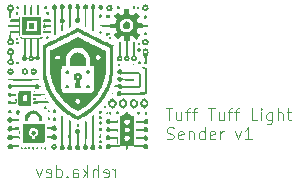
<source format=gbr>
%TF.GenerationSoftware,KiCad,Pcbnew,8.0.7*%
%TF.CreationDate,2025-01-18T17:17:35+01:00*%
%TF.ProjectId,tuff_tuff_pcb,74756666-5f74-4756-9666-5f7063622e6b,rev?*%
%TF.SameCoordinates,Original*%
%TF.FileFunction,Legend,Bot*%
%TF.FilePolarity,Positive*%
%FSLAX46Y46*%
G04 Gerber Fmt 4.6, Leading zero omitted, Abs format (unit mm)*
G04 Created by KiCad (PCBNEW 8.0.7) date 2025-01-18 17:17:35*
%MOMM*%
%LPD*%
G01*
G04 APERTURE LIST*
%ADD10C,0.100000*%
%ADD11C,0.000000*%
%ADD12R,1.600000X1.600000*%
%ADD13C,1.600000*%
%ADD14R,1.350000X1.350000*%
%ADD15O,1.350000X1.350000*%
G04 APERTURE END LIST*
D10*
X-24703885Y2727581D02*
X-24703885Y3394248D01*
X-24703885Y3203772D02*
X-24751504Y3299010D01*
X-24751504Y3299010D02*
X-24799123Y3346629D01*
X-24799123Y3346629D02*
X-24894361Y3394248D01*
X-24894361Y3394248D02*
X-24989599Y3394248D01*
X-25703885Y2775200D02*
X-25608647Y2727581D01*
X-25608647Y2727581D02*
X-25418171Y2727581D01*
X-25418171Y2727581D02*
X-25322933Y2775200D01*
X-25322933Y2775200D02*
X-25275314Y2870439D01*
X-25275314Y2870439D02*
X-25275314Y3251391D01*
X-25275314Y3251391D02*
X-25322933Y3346629D01*
X-25322933Y3346629D02*
X-25418171Y3394248D01*
X-25418171Y3394248D02*
X-25608647Y3394248D01*
X-25608647Y3394248D02*
X-25703885Y3346629D01*
X-25703885Y3346629D02*
X-25751504Y3251391D01*
X-25751504Y3251391D02*
X-25751504Y3156153D01*
X-25751504Y3156153D02*
X-25275314Y3060915D01*
X-26180076Y2727581D02*
X-26180076Y3727581D01*
X-26608647Y2727581D02*
X-26608647Y3251391D01*
X-26608647Y3251391D02*
X-26561028Y3346629D01*
X-26561028Y3346629D02*
X-26465790Y3394248D01*
X-26465790Y3394248D02*
X-26322933Y3394248D01*
X-26322933Y3394248D02*
X-26227695Y3346629D01*
X-26227695Y3346629D02*
X-26180076Y3299010D01*
X-27084838Y2727581D02*
X-27084838Y3727581D01*
X-27180076Y3108534D02*
X-27465790Y2727581D01*
X-27465790Y3394248D02*
X-27084838Y3013296D01*
X-28322933Y2727581D02*
X-28322933Y3251391D01*
X-28322933Y3251391D02*
X-28275314Y3346629D01*
X-28275314Y3346629D02*
X-28180076Y3394248D01*
X-28180076Y3394248D02*
X-27989600Y3394248D01*
X-27989600Y3394248D02*
X-27894362Y3346629D01*
X-28322933Y2775200D02*
X-28227695Y2727581D01*
X-28227695Y2727581D02*
X-27989600Y2727581D01*
X-27989600Y2727581D02*
X-27894362Y2775200D01*
X-27894362Y2775200D02*
X-27846743Y2870439D01*
X-27846743Y2870439D02*
X-27846743Y2965677D01*
X-27846743Y2965677D02*
X-27894362Y3060915D01*
X-27894362Y3060915D02*
X-27989600Y3108534D01*
X-27989600Y3108534D02*
X-28227695Y3108534D01*
X-28227695Y3108534D02*
X-28322933Y3156153D01*
X-28799124Y2822820D02*
X-28846743Y2775200D01*
X-28846743Y2775200D02*
X-28799124Y2727581D01*
X-28799124Y2727581D02*
X-28751505Y2775200D01*
X-28751505Y2775200D02*
X-28799124Y2822820D01*
X-28799124Y2822820D02*
X-28799124Y2727581D01*
X-29703885Y2727581D02*
X-29703885Y3727581D01*
X-29703885Y2775200D02*
X-29608647Y2727581D01*
X-29608647Y2727581D02*
X-29418171Y2727581D01*
X-29418171Y2727581D02*
X-29322933Y2775200D01*
X-29322933Y2775200D02*
X-29275314Y2822820D01*
X-29275314Y2822820D02*
X-29227695Y2918058D01*
X-29227695Y2918058D02*
X-29227695Y3203772D01*
X-29227695Y3203772D02*
X-29275314Y3299010D01*
X-29275314Y3299010D02*
X-29322933Y3346629D01*
X-29322933Y3346629D02*
X-29418171Y3394248D01*
X-29418171Y3394248D02*
X-29608647Y3394248D01*
X-29608647Y3394248D02*
X-29703885Y3346629D01*
X-30561028Y2775200D02*
X-30465790Y2727581D01*
X-30465790Y2727581D02*
X-30275314Y2727581D01*
X-30275314Y2727581D02*
X-30180076Y2775200D01*
X-30180076Y2775200D02*
X-30132457Y2870439D01*
X-30132457Y2870439D02*
X-30132457Y3251391D01*
X-30132457Y3251391D02*
X-30180076Y3346629D01*
X-30180076Y3346629D02*
X-30275314Y3394248D01*
X-30275314Y3394248D02*
X-30465790Y3394248D01*
X-30465790Y3394248D02*
X-30561028Y3346629D01*
X-30561028Y3346629D02*
X-30608647Y3251391D01*
X-30608647Y3251391D02*
X-30608647Y3156153D01*
X-30608647Y3156153D02*
X-30132457Y3060915D01*
X-30941981Y3394248D02*
X-31180076Y2727581D01*
X-31180076Y2727581D02*
X-31418171Y3394248D01*
X-20438973Y8537525D02*
X-19867545Y8537525D01*
X-20153259Y7537525D02*
X-20153259Y8537525D01*
X-19105640Y8204192D02*
X-19105640Y7537525D01*
X-19534211Y8204192D02*
X-19534211Y7680383D01*
X-19534211Y7680383D02*
X-19486592Y7585144D01*
X-19486592Y7585144D02*
X-19391354Y7537525D01*
X-19391354Y7537525D02*
X-19248497Y7537525D01*
X-19248497Y7537525D02*
X-19153259Y7585144D01*
X-19153259Y7585144D02*
X-19105640Y7632764D01*
X-18772306Y8204192D02*
X-18391354Y8204192D01*
X-18629449Y7537525D02*
X-18629449Y8394668D01*
X-18629449Y8394668D02*
X-18581830Y8489906D01*
X-18581830Y8489906D02*
X-18486592Y8537525D01*
X-18486592Y8537525D02*
X-18391354Y8537525D01*
X-18200877Y8204192D02*
X-17819925Y8204192D01*
X-18058020Y7537525D02*
X-18058020Y8394668D01*
X-18058020Y8394668D02*
X-18010401Y8489906D01*
X-18010401Y8489906D02*
X-17915163Y8537525D01*
X-17915163Y8537525D02*
X-17819925Y8537525D01*
X-16867543Y8537525D02*
X-16296115Y8537525D01*
X-16581829Y7537525D02*
X-16581829Y8537525D01*
X-15534210Y8204192D02*
X-15534210Y7537525D01*
X-15962781Y8204192D02*
X-15962781Y7680383D01*
X-15962781Y7680383D02*
X-15915162Y7585144D01*
X-15915162Y7585144D02*
X-15819924Y7537525D01*
X-15819924Y7537525D02*
X-15677067Y7537525D01*
X-15677067Y7537525D02*
X-15581829Y7585144D01*
X-15581829Y7585144D02*
X-15534210Y7632764D01*
X-15200876Y8204192D02*
X-14819924Y8204192D01*
X-15058019Y7537525D02*
X-15058019Y8394668D01*
X-15058019Y8394668D02*
X-15010400Y8489906D01*
X-15010400Y8489906D02*
X-14915162Y8537525D01*
X-14915162Y8537525D02*
X-14819924Y8537525D01*
X-14629447Y8204192D02*
X-14248495Y8204192D01*
X-14486590Y7537525D02*
X-14486590Y8394668D01*
X-14486590Y8394668D02*
X-14438971Y8489906D01*
X-14438971Y8489906D02*
X-14343733Y8537525D01*
X-14343733Y8537525D02*
X-14248495Y8537525D01*
X-12677066Y7537525D02*
X-13153256Y7537525D01*
X-13153256Y7537525D02*
X-13153256Y8537525D01*
X-12343732Y7537525D02*
X-12343732Y8204192D01*
X-12343732Y8537525D02*
X-12391351Y8489906D01*
X-12391351Y8489906D02*
X-12343732Y8442287D01*
X-12343732Y8442287D02*
X-12296113Y8489906D01*
X-12296113Y8489906D02*
X-12343732Y8537525D01*
X-12343732Y8537525D02*
X-12343732Y8442287D01*
X-11438971Y8204192D02*
X-11438971Y7394668D01*
X-11438971Y7394668D02*
X-11486590Y7299430D01*
X-11486590Y7299430D02*
X-11534209Y7251811D01*
X-11534209Y7251811D02*
X-11629447Y7204192D01*
X-11629447Y7204192D02*
X-11772304Y7204192D01*
X-11772304Y7204192D02*
X-11867542Y7251811D01*
X-11438971Y7585144D02*
X-11534209Y7537525D01*
X-11534209Y7537525D02*
X-11724685Y7537525D01*
X-11724685Y7537525D02*
X-11819923Y7585144D01*
X-11819923Y7585144D02*
X-11867542Y7632764D01*
X-11867542Y7632764D02*
X-11915161Y7728002D01*
X-11915161Y7728002D02*
X-11915161Y8013716D01*
X-11915161Y8013716D02*
X-11867542Y8108954D01*
X-11867542Y8108954D02*
X-11819923Y8156573D01*
X-11819923Y8156573D02*
X-11724685Y8204192D01*
X-11724685Y8204192D02*
X-11534209Y8204192D01*
X-11534209Y8204192D02*
X-11438971Y8156573D01*
X-10962780Y7537525D02*
X-10962780Y8537525D01*
X-10534209Y7537525D02*
X-10534209Y8061335D01*
X-10534209Y8061335D02*
X-10581828Y8156573D01*
X-10581828Y8156573D02*
X-10677066Y8204192D01*
X-10677066Y8204192D02*
X-10819923Y8204192D01*
X-10819923Y8204192D02*
X-10915161Y8156573D01*
X-10915161Y8156573D02*
X-10962780Y8108954D01*
X-10200875Y8204192D02*
X-9819923Y8204192D01*
X-10058018Y8537525D02*
X-10058018Y7680383D01*
X-10058018Y7680383D02*
X-10010399Y7585144D01*
X-10010399Y7585144D02*
X-9915161Y7537525D01*
X-9915161Y7537525D02*
X-9819923Y7537525D01*
X-20343735Y5975200D02*
X-20200878Y5927581D01*
X-20200878Y5927581D02*
X-19962783Y5927581D01*
X-19962783Y5927581D02*
X-19867545Y5975200D01*
X-19867545Y5975200D02*
X-19819926Y6022820D01*
X-19819926Y6022820D02*
X-19772307Y6118058D01*
X-19772307Y6118058D02*
X-19772307Y6213296D01*
X-19772307Y6213296D02*
X-19819926Y6308534D01*
X-19819926Y6308534D02*
X-19867545Y6356153D01*
X-19867545Y6356153D02*
X-19962783Y6403772D01*
X-19962783Y6403772D02*
X-20153259Y6451391D01*
X-20153259Y6451391D02*
X-20248497Y6499010D01*
X-20248497Y6499010D02*
X-20296116Y6546629D01*
X-20296116Y6546629D02*
X-20343735Y6641867D01*
X-20343735Y6641867D02*
X-20343735Y6737105D01*
X-20343735Y6737105D02*
X-20296116Y6832343D01*
X-20296116Y6832343D02*
X-20248497Y6879962D01*
X-20248497Y6879962D02*
X-20153259Y6927581D01*
X-20153259Y6927581D02*
X-19915164Y6927581D01*
X-19915164Y6927581D02*
X-19772307Y6879962D01*
X-18962783Y5975200D02*
X-19058021Y5927581D01*
X-19058021Y5927581D02*
X-19248497Y5927581D01*
X-19248497Y5927581D02*
X-19343735Y5975200D01*
X-19343735Y5975200D02*
X-19391354Y6070439D01*
X-19391354Y6070439D02*
X-19391354Y6451391D01*
X-19391354Y6451391D02*
X-19343735Y6546629D01*
X-19343735Y6546629D02*
X-19248497Y6594248D01*
X-19248497Y6594248D02*
X-19058021Y6594248D01*
X-19058021Y6594248D02*
X-18962783Y6546629D01*
X-18962783Y6546629D02*
X-18915164Y6451391D01*
X-18915164Y6451391D02*
X-18915164Y6356153D01*
X-18915164Y6356153D02*
X-19391354Y6260915D01*
X-18486592Y6594248D02*
X-18486592Y5927581D01*
X-18486592Y6499010D02*
X-18438973Y6546629D01*
X-18438973Y6546629D02*
X-18343735Y6594248D01*
X-18343735Y6594248D02*
X-18200878Y6594248D01*
X-18200878Y6594248D02*
X-18105640Y6546629D01*
X-18105640Y6546629D02*
X-18058021Y6451391D01*
X-18058021Y6451391D02*
X-18058021Y5927581D01*
X-17153259Y5927581D02*
X-17153259Y6927581D01*
X-17153259Y5975200D02*
X-17248497Y5927581D01*
X-17248497Y5927581D02*
X-17438973Y5927581D01*
X-17438973Y5927581D02*
X-17534211Y5975200D01*
X-17534211Y5975200D02*
X-17581830Y6022820D01*
X-17581830Y6022820D02*
X-17629449Y6118058D01*
X-17629449Y6118058D02*
X-17629449Y6403772D01*
X-17629449Y6403772D02*
X-17581830Y6499010D01*
X-17581830Y6499010D02*
X-17534211Y6546629D01*
X-17534211Y6546629D02*
X-17438973Y6594248D01*
X-17438973Y6594248D02*
X-17248497Y6594248D01*
X-17248497Y6594248D02*
X-17153259Y6546629D01*
X-16296116Y5975200D02*
X-16391354Y5927581D01*
X-16391354Y5927581D02*
X-16581830Y5927581D01*
X-16581830Y5927581D02*
X-16677068Y5975200D01*
X-16677068Y5975200D02*
X-16724687Y6070439D01*
X-16724687Y6070439D02*
X-16724687Y6451391D01*
X-16724687Y6451391D02*
X-16677068Y6546629D01*
X-16677068Y6546629D02*
X-16581830Y6594248D01*
X-16581830Y6594248D02*
X-16391354Y6594248D01*
X-16391354Y6594248D02*
X-16296116Y6546629D01*
X-16296116Y6546629D02*
X-16248497Y6451391D01*
X-16248497Y6451391D02*
X-16248497Y6356153D01*
X-16248497Y6356153D02*
X-16724687Y6260915D01*
X-15819925Y5927581D02*
X-15819925Y6594248D01*
X-15819925Y6403772D02*
X-15772306Y6499010D01*
X-15772306Y6499010D02*
X-15724687Y6546629D01*
X-15724687Y6546629D02*
X-15629449Y6594248D01*
X-15629449Y6594248D02*
X-15534211Y6594248D01*
X-14534210Y6594248D02*
X-14296115Y5927581D01*
X-14296115Y5927581D02*
X-14058020Y6594248D01*
X-13153258Y5927581D02*
X-13724686Y5927581D01*
X-13438972Y5927581D02*
X-13438972Y6927581D01*
X-13438972Y6927581D02*
X-13534210Y6784724D01*
X-13534210Y6784724D02*
X-13629448Y6689486D01*
X-13629448Y6689486D02*
X-13724686Y6641867D01*
D11*
%TO.C,G\u002A\u002A\u002A*%
G36*
X-33173803Y9932199D02*
G01*
X-33181131Y9924870D01*
X-33188459Y9932199D01*
X-33181131Y9939527D01*
X-33173803Y9932199D01*
G37*
G36*
X-30696826Y15164628D02*
G01*
X-30704154Y15157300D01*
X-30711483Y15164628D01*
X-30704154Y15171956D01*
X-30696826Y15164628D01*
G37*
G36*
X-30699683Y15223255D02*
G01*
X-30699663Y15219784D01*
X-30701628Y15196839D01*
X-30706440Y15197327D01*
X-30709129Y15209370D01*
X-30706983Y15241297D01*
X-30706258Y15243817D01*
X-30701797Y15245986D01*
X-30699683Y15223255D01*
G37*
G36*
X-31512252Y9982685D02*
G01*
X-31490324Y9970791D01*
X-31489885Y9949245D01*
X-31509294Y9923906D01*
X-31546913Y9900634D01*
X-31581041Y9890088D01*
X-31600169Y9899094D01*
X-31605539Y9931496D01*
X-31600142Y9956341D01*
X-31573941Y9976972D01*
X-31523729Y9983497D01*
X-31512252Y9982685D01*
G37*
G36*
X-31458973Y9348733D02*
G01*
X-31460987Y9322903D01*
X-31480246Y9274381D01*
X-31517599Y9245925D01*
X-31523621Y9244260D01*
X-31557566Y9240324D01*
X-31601875Y9239649D01*
X-31664166Y9241485D01*
X-31664166Y9319357D01*
X-31664166Y9397230D01*
X-31561569Y9397230D01*
X-31458973Y9397230D01*
X-31458973Y9348733D01*
G37*
G36*
X-30608818Y9460011D02*
G01*
X-30585179Y9433778D01*
X-30581737Y9398241D01*
X-30602605Y9361636D01*
X-30620829Y9345706D01*
X-30643625Y9340779D01*
X-30673297Y9357647D01*
X-30692781Y9384898D01*
X-30695772Y9420346D01*
X-30682816Y9451805D01*
X-30655714Y9467975D01*
X-30648541Y9468704D01*
X-30608818Y9460011D01*
G37*
G36*
X-27881063Y7251429D02*
G01*
X-27809644Y7250029D01*
X-27809554Y7093273D01*
X-27809463Y6936517D01*
X-27879082Y6932050D01*
X-27906210Y6931075D01*
X-27942164Y6935519D01*
X-27958664Y6949567D01*
X-27966106Y6983693D01*
X-27969157Y7038762D01*
X-27967642Y7106337D01*
X-27961457Y7178146D01*
X-27952483Y7252830D01*
X-27881063Y7251429D01*
G37*
G36*
X-31594649Y5263682D02*
G01*
X-31570230Y5219401D01*
X-31561569Y5154267D01*
X-31567872Y5114343D01*
X-31594144Y5081674D01*
X-31639847Y5061026D01*
X-31683774Y5066903D01*
X-31721795Y5101426D01*
X-31746286Y5152761D01*
X-31748671Y5205048D01*
X-31728419Y5249147D01*
X-31686833Y5278448D01*
X-31681387Y5280394D01*
X-31632482Y5284787D01*
X-31594649Y5263682D01*
G37*
G36*
X-24917079Y9820404D02*
G01*
X-24890771Y9818743D01*
X-24890061Y9814852D01*
X-24912348Y9807293D01*
X-24945885Y9800793D01*
X-24973156Y9802224D01*
X-24982023Y9803849D01*
X-25002242Y9793720D01*
X-25007166Y9788357D01*
X-25027274Y9787225D01*
X-25034513Y9799018D01*
X-25018997Y9810328D01*
X-24984609Y9818254D01*
X-24936757Y9820789D01*
X-24917079Y9820404D01*
G37*
G36*
X-23144896Y12303522D02*
G01*
X-23133797Y12300512D01*
X-23108407Y12279416D01*
X-23106445Y12246828D01*
X-23128930Y12208800D01*
X-23129071Y12208645D01*
X-23148810Y12187908D01*
X-23162405Y12183531D01*
X-23184087Y12190893D01*
X-23200172Y12207853D01*
X-23207270Y12248655D01*
X-23207135Y12259871D01*
X-23201558Y12294343D01*
X-23182996Y12306972D01*
X-23144896Y12303522D01*
G37*
G36*
X-32973739Y14534217D02*
G01*
X-32946609Y14506631D01*
X-32931595Y14466374D01*
X-32930026Y14421918D01*
X-32943230Y14381735D01*
X-32972540Y14354296D01*
X-32995788Y14344647D01*
X-33041460Y14339560D01*
X-33077487Y14359558D01*
X-33094560Y14388486D01*
X-33099047Y14436841D01*
X-33083668Y14487721D01*
X-33073186Y14505558D01*
X-33043656Y14533458D01*
X-33001925Y14541495D01*
X-32973739Y14534217D01*
G37*
G36*
X-32278487Y5268325D02*
G01*
X-32244535Y5241872D01*
X-32224369Y5202590D01*
X-32222624Y5155616D01*
X-32243935Y5106089D01*
X-32256031Y5092876D01*
X-32295754Y5075207D01*
X-32341401Y5078440D01*
X-32382343Y5102828D01*
X-32400840Y5129431D01*
X-32412016Y5176041D01*
X-32404684Y5221926D01*
X-32379081Y5255892D01*
X-32369209Y5262191D01*
X-32321590Y5276811D01*
X-32278487Y5268325D01*
G37*
G36*
X-31997499Y5273618D02*
G01*
X-31969483Y5249980D01*
X-31949625Y5212380D01*
X-31942115Y5162096D01*
X-31950770Y5114884D01*
X-31975217Y5081674D01*
X-32005984Y5063931D01*
X-32035625Y5062454D01*
X-32063811Y5084507D01*
X-32083269Y5112662D01*
X-32098124Y5162302D01*
X-32094395Y5210985D01*
X-32073276Y5250635D01*
X-32035957Y5273179D01*
X-32031529Y5274226D01*
X-31997499Y5273618D01*
G37*
G36*
X-31262057Y5269897D02*
G01*
X-31232171Y5235465D01*
X-31213656Y5188096D01*
X-31214764Y5142587D01*
X-31240187Y5097476D01*
X-31241567Y5095748D01*
X-31279358Y5065666D01*
X-31317950Y5061305D01*
X-31352060Y5079865D01*
X-31376401Y5118548D01*
X-31385689Y5174554D01*
X-31383675Y5198058D01*
X-31366020Y5242270D01*
X-31335512Y5270708D01*
X-31298681Y5280781D01*
X-31262057Y5269897D01*
G37*
G36*
X-30936363Y5263213D02*
G01*
X-30898410Y5250877D01*
X-30878485Y5220223D01*
X-30872706Y5166682D01*
X-30873136Y5149490D01*
X-30881453Y5108525D01*
X-30902968Y5083294D01*
X-30936120Y5069433D01*
X-30978606Y5077538D01*
X-31019626Y5113934D01*
X-31040481Y5146905D01*
X-31046192Y5187906D01*
X-31025770Y5231476D01*
X-31002305Y5253343D01*
X-30955418Y5264051D01*
X-30936363Y5263213D01*
G37*
G36*
X-30623198Y5264047D02*
G01*
X-30580837Y5251185D01*
X-30551086Y5219007D01*
X-30536687Y5175672D01*
X-30540383Y5129340D01*
X-30564916Y5088171D01*
X-30591403Y5066801D01*
X-30624037Y5061272D01*
X-30663091Y5080861D01*
X-30678506Y5094149D01*
X-30701799Y5134310D01*
X-30706320Y5179257D01*
X-30693747Y5221114D01*
X-30665759Y5252004D01*
X-30624036Y5264051D01*
X-30623198Y5264047D01*
G37*
G36*
X-30289839Y8384073D02*
G01*
X-30254446Y8355878D01*
X-30233067Y8318742D01*
X-30230632Y8277465D01*
X-30252069Y8236844D01*
X-30270337Y8222767D01*
X-30315011Y8210734D01*
X-30363614Y8216331D01*
X-30403693Y8239354D01*
X-30425274Y8274245D01*
X-30433413Y8318212D01*
X-30426565Y8358903D01*
X-30404656Y8385405D01*
X-30382956Y8394446D01*
X-30334319Y8398528D01*
X-30289839Y8384073D01*
G37*
G36*
X-22670052Y14084937D02*
G01*
X-22629636Y14064046D01*
X-22607636Y14026942D01*
X-22606622Y13979951D01*
X-22629163Y13929401D01*
X-22645824Y13913659D01*
X-22686097Y13898291D01*
X-22730180Y13898047D01*
X-22764639Y13914414D01*
X-22766405Y13916259D01*
X-22783066Y13953358D01*
X-22780301Y13998204D01*
X-22761896Y14041612D01*
X-22731641Y14074394D01*
X-22693324Y14087363D01*
X-22670052Y14084937D01*
G37*
G36*
X-32975309Y17193460D02*
G01*
X-32929827Y17174280D01*
X-32897999Y17136704D01*
X-32882485Y17087774D01*
X-32885947Y17034535D01*
X-32911046Y16984031D01*
X-32921210Y16972665D01*
X-32963980Y16948175D01*
X-33010632Y16950542D01*
X-33054575Y16979953D01*
X-33072125Y17002277D01*
X-33093300Y17053973D01*
X-33093774Y17105625D01*
X-33075508Y17150659D01*
X-33040462Y17182501D01*
X-32990594Y17194576D01*
X-32975309Y17193460D01*
G37*
G36*
X-32909606Y12491182D02*
G01*
X-32871996Y12455045D01*
X-32859918Y12406814D01*
X-32874906Y12349319D01*
X-32882426Y12335537D01*
X-32915546Y12304805D01*
X-32961724Y12298856D01*
X-33022882Y12317273D01*
X-33022983Y12317317D01*
X-33062604Y12339516D01*
X-33080991Y12367242D01*
X-33085638Y12411775D01*
X-33081198Y12441556D01*
X-33055426Y12483416D01*
X-33013246Y12508474D01*
X-32962243Y12510650D01*
X-32909606Y12491182D01*
G37*
G36*
X-30312006Y7775579D02*
G01*
X-30269615Y7757719D01*
X-30248316Y7725793D01*
X-30242470Y7673278D01*
X-30249071Y7618793D01*
X-30271783Y7579804D01*
X-30277442Y7574533D01*
X-30320599Y7553044D01*
X-30365996Y7555166D01*
X-30406836Y7577460D01*
X-30436323Y7616487D01*
X-30447663Y7668808D01*
X-30445015Y7700849D01*
X-30425017Y7749658D01*
X-30387456Y7776855D01*
X-30334780Y7780028D01*
X-30312006Y7775579D01*
G37*
G36*
X-25927081Y7440116D02*
G01*
X-25881412Y7409112D01*
X-25857731Y7371708D01*
X-25848258Y7314141D01*
X-25862565Y7253002D01*
X-25900060Y7195093D01*
X-25934331Y7172369D01*
X-25979846Y7168386D01*
X-26026650Y7183580D01*
X-26068194Y7214393D01*
X-26097924Y7257271D01*
X-26109290Y7308656D01*
X-26100801Y7356507D01*
X-26071942Y7402722D01*
X-26028960Y7434005D01*
X-25978468Y7447441D01*
X-25927081Y7440116D01*
G37*
G36*
X-25528865Y8771616D02*
G01*
X-25486386Y8735013D01*
X-25474307Y8718817D01*
X-25454790Y8666062D01*
X-25464057Y8613963D01*
X-25501840Y8565465D01*
X-25502819Y8564608D01*
X-25548172Y8537187D01*
X-25590619Y8538446D01*
X-25633615Y8568463D01*
X-25648772Y8586534D01*
X-25669138Y8638498D01*
X-25663160Y8693043D01*
X-25630950Y8743010D01*
X-25615002Y8757404D01*
X-25571195Y8779049D01*
X-25528865Y8771616D01*
G37*
G36*
X-24485053Y8294434D02*
G01*
X-24465650Y8282275D01*
X-24435578Y8242394D01*
X-24426013Y8192263D01*
X-24437526Y8139868D01*
X-24470685Y8093193D01*
X-24474259Y8089972D01*
X-24519434Y8066440D01*
X-24566849Y8071920D01*
X-24615438Y8106316D01*
X-24620003Y8111013D01*
X-24651640Y8159507D01*
X-24654176Y8206762D01*
X-24627560Y8252145D01*
X-24588552Y8285118D01*
X-24536285Y8303904D01*
X-24485053Y8294434D01*
G37*
G36*
X-22746449Y17184814D02*
G01*
X-22716649Y17151334D01*
X-22698106Y17100735D01*
X-22700104Y17044350D01*
X-22730263Y16996045D01*
X-22732813Y16993550D01*
X-22763881Y16969822D01*
X-22789556Y16960069D01*
X-22815731Y16967684D01*
X-22849206Y16996223D01*
X-22874692Y17037190D01*
X-22884824Y17081221D01*
X-22879579Y17117744D01*
X-22857225Y17159233D01*
X-22823246Y17186050D01*
X-22784151Y17195482D01*
X-22746449Y17184814D01*
G37*
G36*
X-33018263Y16744902D02*
G01*
X-32973635Y16720950D01*
X-32937550Y16680936D01*
X-32917157Y16629590D01*
X-32917534Y16584264D01*
X-32940329Y16532229D01*
X-32983555Y16495225D01*
X-33000972Y16487115D01*
X-33040544Y16478380D01*
X-33075094Y16491314D01*
X-33113658Y16528208D01*
X-33122536Y16538870D01*
X-33154463Y16596852D01*
X-33158567Y16651937D01*
X-33135276Y16700938D01*
X-33085020Y16740670D01*
X-33064286Y16748060D01*
X-33018263Y16744902D01*
G37*
G36*
X-32955621Y14173680D02*
G01*
X-32942080Y14166651D01*
X-32890740Y14130575D01*
X-32867923Y14092137D01*
X-32872969Y14049055D01*
X-32905220Y13999046D01*
X-32932310Y13970802D01*
X-32958940Y13958605D01*
X-32994978Y13960654D01*
X-33049408Y13978475D01*
X-33087187Y14012558D01*
X-33100519Y14059123D01*
X-33096426Y14104404D01*
X-33077523Y14141870D01*
X-33038121Y14169925D01*
X-33018187Y14179320D01*
X-32987824Y14184857D01*
X-32955621Y14173680D01*
G37*
G36*
X-32571671Y5255629D02*
G01*
X-32566271Y5250084D01*
X-32546855Y5210302D01*
X-32542229Y5161155D01*
X-32552092Y5114370D01*
X-32576140Y5081674D01*
X-32577665Y5080607D01*
X-32606580Y5062829D01*
X-32626581Y5062068D01*
X-32651495Y5077571D01*
X-32669792Y5098721D01*
X-32687534Y5143708D01*
X-32693288Y5194352D01*
X-32684318Y5237340D01*
X-32681725Y5242119D01*
X-32650924Y5269891D01*
X-32610871Y5274941D01*
X-32571671Y5255629D01*
G37*
G36*
X-30592594Y8714379D02*
G01*
X-30559544Y8690311D01*
X-30536755Y8651385D01*
X-30527044Y8602350D01*
X-30533232Y8547955D01*
X-30558139Y8492947D01*
X-30559773Y8490542D01*
X-30593320Y8463773D01*
X-30634622Y8459444D01*
X-30676693Y8475061D01*
X-30712548Y8508130D01*
X-30735201Y8556158D01*
X-30738813Y8594625D01*
X-30721845Y8650902D01*
X-30679781Y8697787D01*
X-30678193Y8698953D01*
X-30633083Y8718843D01*
X-30592594Y8714379D01*
G37*
G36*
X-30401289Y14654101D02*
G01*
X-30374895Y14630623D01*
X-30368959Y14617938D01*
X-30358528Y14562809D01*
X-30368839Y14509778D01*
X-30398341Y14469500D01*
X-30434618Y14449179D01*
X-30481435Y14439402D01*
X-30523022Y14445457D01*
X-30549744Y14467473D01*
X-30559811Y14497342D01*
X-30564916Y14539453D01*
X-30564707Y14545126D01*
X-30551016Y14585979D01*
X-30520872Y14620640D01*
X-30481233Y14645773D01*
X-30439053Y14658039D01*
X-30401289Y14654101D01*
G37*
G36*
X-29778519Y7756695D02*
G01*
X-29740157Y7719407D01*
X-29718803Y7666213D01*
X-29717435Y7606679D01*
X-29736159Y7548677D01*
X-29775079Y7500076D01*
X-29809472Y7477572D01*
X-29865098Y7463519D01*
X-29918268Y7472460D01*
X-29964063Y7500863D01*
X-29997567Y7545192D01*
X-30013862Y7601914D01*
X-30008030Y7667494D01*
X-29994625Y7703015D01*
X-29955830Y7752553D01*
X-29903346Y7779387D01*
X-29842474Y7781454D01*
X-29778519Y7756695D01*
G37*
G36*
X-25135297Y14579591D02*
G01*
X-25093702Y14560482D01*
X-25065227Y14535861D01*
X-25054995Y14501916D01*
X-25058800Y14455348D01*
X-25076826Y14413071D01*
X-25111305Y14386299D01*
X-25157561Y14378466D01*
X-25205056Y14389530D01*
X-25243483Y14419115D01*
X-25243531Y14419176D01*
X-25264953Y14456297D01*
X-25273860Y14491334D01*
X-25268265Y14513220D01*
X-25242895Y14547418D01*
X-25206190Y14574606D01*
X-25168323Y14585690D01*
X-25135297Y14579591D01*
G37*
G36*
X-25106200Y8254349D02*
G01*
X-25078869Y8238840D01*
X-25048834Y8199350D01*
X-25038793Y8149292D01*
X-25049621Y8096220D01*
X-25082196Y8047690D01*
X-25108607Y8022001D01*
X-25130383Y8008211D01*
X-25152461Y8010673D01*
X-25186436Y8027099D01*
X-25188741Y8028320D01*
X-25227344Y8063823D01*
X-25241427Y8115247D01*
X-25231026Y8182717D01*
X-25226900Y8194921D01*
X-25197914Y8240476D01*
X-25156666Y8260867D01*
X-25106200Y8254349D01*
G37*
G36*
X-24426551Y17179664D02*
G01*
X-24379519Y17162613D01*
X-24350181Y17135371D01*
X-24346594Y17128060D01*
X-24335503Y17078576D01*
X-24343268Y17031340D01*
X-24368408Y16997542D01*
X-24382739Y16989193D01*
X-24434242Y16976873D01*
X-24489032Y16983076D01*
X-24537071Y17005564D01*
X-24568320Y17042100D01*
X-24582261Y17087521D01*
X-24582365Y17132090D01*
X-24566676Y17161627D01*
X-24532815Y17178233D01*
X-24481056Y17185283D01*
X-24426551Y17179664D01*
G37*
G36*
X-24321054Y12308724D02*
G01*
X-24294795Y12296319D01*
X-24287894Y12286051D01*
X-24278635Y12248041D01*
X-24278119Y12199734D01*
X-24285882Y12153288D01*
X-24301464Y12120860D01*
X-24322441Y12104936D01*
X-24366356Y12093893D01*
X-24411278Y12101289D01*
X-24444928Y12126631D01*
X-24464040Y12171197D01*
X-24463572Y12222350D01*
X-24443742Y12268200D01*
X-24407972Y12301226D01*
X-24359686Y12313907D01*
X-24359558Y12313907D01*
X-24321054Y12308724D01*
G37*
G36*
X-23116079Y17194291D02*
G01*
X-23075130Y17182827D01*
X-23049727Y17151541D01*
X-23036006Y17096218D01*
X-23034923Y17086941D01*
X-23037880Y17040605D01*
X-23060372Y17000375D01*
X-23070978Y16988280D01*
X-23111767Y16961814D01*
X-23152339Y16960665D01*
X-23187611Y16982230D01*
X-23212501Y17023907D01*
X-23221927Y17083094D01*
X-23221701Y17093223D01*
X-23208785Y17148856D01*
X-23176656Y17182977D01*
X-23126182Y17194576D01*
X-23116079Y17194291D01*
G37*
G36*
X-33100519Y9872707D02*
G01*
X-33105735Y9847245D01*
X-33127390Y9836930D01*
X-33128537Y9836951D01*
X-33149463Y9848873D01*
X-33154243Y9875543D01*
X-33146832Y9892587D01*
X-33126818Y9892587D01*
X-33124883Y9862579D01*
X-33119793Y9860093D01*
X-33117490Y9880900D01*
X-33119533Y9901062D01*
X-33124883Y9899221D01*
X-33126818Y9892587D01*
X-33146832Y9892587D01*
X-33140831Y9906388D01*
X-33122097Y9918427D01*
X-33106705Y9906363D01*
X-33102025Y9880900D01*
X-33100519Y9872707D01*
G37*
G36*
X-30535294Y17204212D02*
G01*
X-30491010Y17175556D01*
X-30459600Y17131845D01*
X-30447663Y17075905D01*
X-30447750Y17072367D01*
X-30460180Y17024920D01*
X-30488227Y16975818D01*
X-30524124Y16938974D01*
X-30536915Y16930748D01*
X-30577054Y16917760D01*
X-30616533Y16929077D01*
X-30661650Y16965932D01*
X-30688336Y16998828D01*
X-30711656Y17058130D01*
X-30708061Y17118345D01*
X-30677161Y17174217D01*
X-30636078Y17205046D01*
X-30585850Y17214984D01*
X-30535294Y17204212D01*
G37*
G36*
X-30403702Y16743834D02*
G01*
X-30361598Y16718473D01*
X-30326894Y16678080D01*
X-30307246Y16629167D01*
X-30307482Y16568016D01*
X-30328058Y16510578D01*
X-30365004Y16468487D01*
X-30398895Y16450668D01*
X-30432762Y16450701D01*
X-30477456Y16469319D01*
X-30487901Y16475210D01*
X-30532387Y16516802D01*
X-30555295Y16568930D01*
X-30557386Y16624828D01*
X-30539415Y16677728D01*
X-30502140Y16720864D01*
X-30446319Y16747468D01*
X-30445552Y16747652D01*
X-30403702Y16743834D01*
G37*
G36*
X-25931860Y8348997D02*
G01*
X-25890504Y8317989D01*
X-25870291Y8283826D01*
X-25860573Y8224180D01*
X-25878326Y8160799D01*
X-25923140Y8096451D01*
X-25937930Y8080635D01*
X-25957231Y8066758D01*
X-25979948Y8067020D01*
X-26018196Y8079227D01*
X-26031609Y8084760D01*
X-26076660Y8119609D01*
X-26105399Y8168531D01*
X-26115980Y8223694D01*
X-26106558Y8277267D01*
X-26075285Y8321415D01*
X-26039178Y8344596D01*
X-25984230Y8357918D01*
X-25931860Y8348997D01*
G37*
G36*
X-25930094Y7897827D02*
G01*
X-25885395Y7855934D01*
X-25878896Y7846044D01*
X-25864173Y7793626D01*
X-25873331Y7734681D01*
X-25905546Y7676559D01*
X-25917199Y7663995D01*
X-25960072Y7641335D01*
X-26008094Y7640951D01*
X-26054259Y7660396D01*
X-26091563Y7697225D01*
X-26112999Y7748991D01*
X-26114267Y7767786D01*
X-26101987Y7818359D01*
X-26072961Y7866844D01*
X-26033340Y7901470D01*
X-26030415Y7903035D01*
X-25980115Y7914044D01*
X-25930094Y7897827D01*
G37*
G36*
X-25944263Y15106515D02*
G01*
X-25902653Y15085597D01*
X-25869203Y15045879D01*
X-25850538Y14993349D01*
X-25847569Y14963607D01*
X-25855353Y14932474D01*
X-25882486Y14901745D01*
X-25889367Y14895593D01*
X-25933158Y14869438D01*
X-25978443Y14868813D01*
X-26032343Y14893319D01*
X-26053444Y14907685D01*
X-26074653Y14934477D01*
X-26079977Y14973059D01*
X-26079682Y14981237D01*
X-26062991Y15036132D01*
X-26025919Y15081015D01*
X-25975779Y15106521D01*
X-25944263Y15106515D01*
G37*
G36*
X-25962424Y5847898D02*
G01*
X-25922503Y5826444D01*
X-25887576Y5790289D01*
X-25867651Y5748612D01*
X-25866092Y5738674D01*
X-25871937Y5687137D01*
X-25895084Y5637017D01*
X-25929746Y5601980D01*
X-25942167Y5595953D01*
X-25986398Y5592196D01*
X-26029253Y5610100D01*
X-26064614Y5644326D01*
X-26086363Y5689536D01*
X-26088382Y5740393D01*
X-26079577Y5766105D01*
X-26051694Y5806838D01*
X-26014991Y5837935D01*
X-25978539Y5850318D01*
X-25962424Y5847898D01*
G37*
G36*
X-25922504Y16482907D02*
G01*
X-25881555Y16451561D01*
X-25854259Y16413162D01*
X-25845991Y16366474D01*
X-25850159Y16334625D01*
X-25870440Y16283811D01*
X-25901638Y16239915D01*
X-25937091Y16214086D01*
X-25984894Y16210287D01*
X-26033815Y16228504D01*
X-26071681Y16264459D01*
X-26084306Y16289102D01*
X-26094329Y16347575D01*
X-26083197Y16406547D01*
X-26053411Y16457204D01*
X-26007471Y16490734D01*
X-25986172Y16498508D01*
X-25955940Y16499898D01*
X-25922504Y16482907D01*
G37*
G36*
X-22704740Y8264855D02*
G01*
X-22662464Y8244411D01*
X-22662137Y8244112D01*
X-22641493Y8207178D01*
X-22637298Y8156900D01*
X-22647738Y8102746D01*
X-22671003Y8054183D01*
X-22705279Y8020678D01*
X-22735498Y8008211D01*
X-22779662Y8010000D01*
X-22815446Y8036001D01*
X-22839428Y8083155D01*
X-22848182Y8148400D01*
X-22847215Y8174417D01*
X-22837460Y8212934D01*
X-22813581Y8240649D01*
X-22804957Y8246930D01*
X-22756288Y8265594D01*
X-22704740Y8264855D01*
G37*
G36*
X-22645098Y12528169D02*
G01*
X-22598353Y12497781D01*
X-22584032Y12481178D01*
X-22563137Y12431008D01*
X-22570254Y12378418D01*
X-22605220Y12327436D01*
X-22615283Y12317618D01*
X-22642078Y12294028D01*
X-22657246Y12284593D01*
X-22670363Y12286917D01*
X-22706096Y12305149D01*
X-22741547Y12334093D01*
X-22764717Y12364795D01*
X-22778641Y12404417D01*
X-22777435Y12449987D01*
X-22751850Y12495138D01*
X-22738018Y12509890D01*
X-22693800Y12532168D01*
X-22645098Y12528169D01*
G37*
G36*
X-22121229Y14993537D02*
G01*
X-22090124Y14982197D01*
X-22065114Y14957458D01*
X-22054926Y14942880D01*
X-22035208Y14885825D01*
X-22042901Y14827830D01*
X-22077580Y14775099D01*
X-22099289Y14754093D01*
X-22125132Y14736599D01*
X-22152011Y14735581D01*
X-22192806Y14748010D01*
X-22237630Y14773847D01*
X-22271956Y14822719D01*
X-22283901Y14888146D01*
X-22281756Y14918890D01*
X-22263982Y14963341D01*
X-22226070Y14988285D01*
X-22165439Y14996076D01*
X-22121229Y14993537D01*
G37*
G36*
X-22088908Y8260195D02*
G01*
X-22043369Y8223573D01*
X-22022019Y8193039D01*
X-22007527Y8142097D01*
X-22020378Y8089034D01*
X-22060877Y8030496D01*
X-22077336Y8017386D01*
X-22119809Y8005685D01*
X-22165938Y8011171D01*
X-22202751Y8033566D01*
X-22208876Y8041849D01*
X-22225778Y8080513D01*
X-22236116Y8127720D01*
X-22238320Y8171385D01*
X-22229615Y8201906D01*
X-22205736Y8230911D01*
X-22186896Y8247193D01*
X-22137774Y8268114D01*
X-22088908Y8260195D01*
G37*
G36*
X-32825380Y6649909D02*
G01*
X-32819783Y6627121D01*
X-32818815Y6622026D01*
X-32813846Y6571870D01*
X-32812600Y6507048D01*
X-32815377Y6440248D01*
X-32816992Y6420313D01*
X-32822046Y6368751D01*
X-32826898Y6332821D01*
X-32830687Y6319331D01*
X-32831038Y6319653D01*
X-32833097Y6337291D01*
X-32834545Y6377924D01*
X-32835254Y6436060D01*
X-32835093Y6506203D01*
X-32834874Y6529343D01*
X-32833805Y6596216D01*
X-32832076Y6636944D01*
X-32829373Y6654013D01*
X-32825380Y6649909D01*
G37*
G36*
X-28735332Y11784697D02*
G01*
X-28703260Y11774641D01*
X-28681365Y11751423D01*
X-28662268Y11716369D01*
X-28642642Y11649641D01*
X-28641357Y11584076D01*
X-28658096Y11527150D01*
X-28692545Y11486342D01*
X-28720639Y11472084D01*
X-28778373Y11463025D01*
X-28836829Y11473164D01*
X-28883800Y11501531D01*
X-28898171Y11517552D01*
X-28929104Y11575399D01*
X-28935893Y11635785D01*
X-28920892Y11692887D01*
X-28886455Y11740883D01*
X-28834936Y11773950D01*
X-28768688Y11786267D01*
X-28735332Y11784697D01*
G37*
G36*
X-26956086Y10516828D02*
G01*
X-26908544Y10487850D01*
X-26880585Y10437483D01*
X-26871437Y10364868D01*
X-26871491Y10359159D01*
X-26880238Y10308062D01*
X-26907412Y10268636D01*
X-26908366Y10267698D01*
X-26952885Y10242194D01*
X-27010335Y10231791D01*
X-27068514Y10237076D01*
X-27115220Y10258635D01*
X-27159695Y10308181D01*
X-27178142Y10363896D01*
X-27168109Y10420863D01*
X-27129394Y10475961D01*
X-27095885Y10505550D01*
X-27061128Y10521629D01*
X-27015805Y10525327D01*
X-26956086Y10516828D01*
G37*
G36*
X-25360025Y8217514D02*
G01*
X-25323573Y8197517D01*
X-25302289Y8164136D01*
X-25297468Y8128508D01*
X-25310570Y8103900D01*
X-25347144Y8082381D01*
X-25381751Y8068068D01*
X-25400746Y8066396D01*
X-25405770Y8078996D01*
X-25406746Y8084069D01*
X-25419783Y8085857D01*
X-25424306Y8084271D01*
X-25442723Y8093648D01*
X-25460407Y8119223D01*
X-25471956Y8151248D01*
X-25471964Y8179976D01*
X-25468385Y8188612D01*
X-25441630Y8213921D01*
X-25402443Y8223268D01*
X-25360025Y8217514D01*
G37*
G36*
X-22622717Y13653076D02*
G01*
X-22594122Y13626685D01*
X-22564643Y13571575D01*
X-22556708Y13507966D01*
X-22570752Y13443360D01*
X-22607208Y13385262D01*
X-22609620Y13382645D01*
X-22644395Y13352321D01*
X-22678110Y13342582D01*
X-22718098Y13353403D01*
X-22771691Y13384764D01*
X-22814457Y13417402D01*
X-22847363Y13459941D01*
X-22853278Y13504804D01*
X-22832402Y13555470D01*
X-22784936Y13615416D01*
X-22758644Y13641426D01*
X-22712426Y13671210D01*
X-22668614Y13674746D01*
X-22622717Y13653076D01*
G37*
G36*
X-25928330Y5433991D02*
G01*
X-25903080Y5426935D01*
X-25852015Y5394351D01*
X-25816837Y5345130D01*
X-25798881Y5285733D01*
X-25799481Y5222621D01*
X-25819969Y5162256D01*
X-25861680Y5111098D01*
X-25864835Y5108499D01*
X-25919651Y5078990D01*
X-25974621Y5074205D01*
X-26026423Y5090029D01*
X-26071736Y5122346D01*
X-26107235Y5167041D01*
X-26129599Y5219998D01*
X-26135505Y5277102D01*
X-26121631Y5334236D01*
X-26084654Y5387287D01*
X-26051586Y5414782D01*
X-25995595Y5436664D01*
X-25928330Y5433991D01*
G37*
G36*
X-25893292Y6897422D02*
G01*
X-25882148Y6890915D01*
X-25833105Y6844808D01*
X-25806268Y6786707D01*
X-25802289Y6723389D01*
X-25821818Y6661630D01*
X-25865506Y6608207D01*
X-25870962Y6604014D01*
X-25918738Y6586080D01*
X-25976664Y6587024D01*
X-26035249Y6605469D01*
X-26085003Y6640039D01*
X-26108184Y6665848D01*
X-26126630Y6702546D01*
X-26131275Y6751022D01*
X-26129604Y6775044D01*
X-26108708Y6835200D01*
X-26068629Y6881207D01*
X-26015366Y6909374D01*
X-25954920Y6916010D01*
X-25893292Y6897422D01*
G37*
G36*
X-29836426Y8451599D02*
G01*
X-29789237Y8421259D01*
X-29780827Y8413889D01*
X-29752248Y8377271D01*
X-29744143Y8334273D01*
X-29746358Y8301680D01*
X-29764998Y8232432D01*
X-29798733Y8177090D01*
X-29827635Y8159348D01*
X-29870904Y8151414D01*
X-29872186Y8151417D01*
X-29905537Y8156207D01*
X-29932872Y8174364D01*
X-29963901Y8212240D01*
X-29972619Y8224903D01*
X-30002581Y8289499D01*
X-30006036Y8348399D01*
X-29983371Y8398591D01*
X-29934973Y8437067D01*
X-29934537Y8437292D01*
X-29881535Y8456583D01*
X-29836426Y8451599D01*
G37*
G36*
X-30448018Y15113307D02*
G01*
X-30359456Y15112977D01*
X-30294391Y15111957D01*
X-30248881Y15109874D01*
X-30218984Y15106356D01*
X-30200757Y15101028D01*
X-30190257Y15093519D01*
X-30183543Y15083456D01*
X-30180616Y15076735D01*
X-30172895Y15038323D01*
X-30172035Y14991852D01*
X-30176515Y14930121D01*
X-30447663Y14922291D01*
X-30529327Y14919844D01*
X-30611450Y14917193D01*
X-30680795Y14914756D01*
X-30731853Y14912726D01*
X-30759117Y14911299D01*
X-30799423Y14908136D01*
X-30799423Y15010733D01*
X-30799423Y15113330D01*
X-30499477Y15113330D01*
X-30448018Y15113307D01*
G37*
G36*
X-28725822Y10522656D02*
G01*
X-28699114Y10511089D01*
X-28678208Y10486132D01*
X-28676677Y10483703D01*
X-28659007Y10436878D01*
X-28652221Y10379227D01*
X-28652257Y10375210D01*
X-28659931Y10317775D01*
X-28678208Y10272322D01*
X-28696344Y10249856D01*
X-28723688Y10236069D01*
X-28767836Y10232660D01*
X-28807108Y10236731D01*
X-28865678Y10261963D01*
X-28906742Y10305980D01*
X-28926451Y10363808D01*
X-28920952Y10430472D01*
X-28920225Y10432998D01*
X-28891898Y10484346D01*
X-28843159Y10515055D01*
X-28773477Y10525468D01*
X-28769581Y10525477D01*
X-28725822Y10522656D01*
G37*
G36*
X-27027394Y11785129D02*
G01*
X-26967917Y11766943D01*
X-26921214Y11730987D01*
X-26889200Y11682965D01*
X-26873791Y11628579D01*
X-26876900Y11573533D01*
X-26900443Y11523530D01*
X-26946333Y11484274D01*
X-26957669Y11478544D01*
X-27021026Y11463412D01*
X-27083531Y11473130D01*
X-27136384Y11506663D01*
X-27139047Y11509348D01*
X-27164544Y11540830D01*
X-27176350Y11575008D01*
X-27179227Y11625043D01*
X-27179214Y11629752D01*
X-27175820Y11678101D01*
X-27163130Y11711605D01*
X-27136384Y11743424D01*
X-27098462Y11772833D01*
X-27047716Y11786267D01*
X-27027394Y11785129D01*
G37*
G36*
X-25974896Y6357953D02*
G01*
X-25949478Y6332996D01*
X-25922774Y6290527D01*
X-25898768Y6238711D01*
X-25881444Y6185712D01*
X-25874783Y6139695D01*
X-25874986Y6129604D01*
X-25885484Y6082148D01*
X-25916772Y6040581D01*
X-25929839Y6028522D01*
X-25969551Y6007329D01*
X-26008420Y6013854D01*
X-26050822Y6048351D01*
X-26065058Y6066403D01*
X-26083515Y6120991D01*
X-26074739Y6185898D01*
X-26038748Y6260792D01*
X-26018542Y6296511D01*
X-26003267Y6331841D01*
X-26000969Y6351239D01*
X-26001341Y6359279D01*
X-25982780Y6361046D01*
X-25974896Y6357953D01*
G37*
G36*
X-33613288Y8391950D02*
G01*
X-33579564Y8367517D01*
X-33540956Y8333661D01*
X-33504574Y8297100D01*
X-33477531Y8264549D01*
X-33466936Y8242724D01*
X-33467630Y8239146D01*
X-33483481Y8216530D01*
X-33514515Y8186548D01*
X-33553079Y8156017D01*
X-33591517Y8131757D01*
X-33595618Y8129651D01*
X-33659938Y8109575D01*
X-33719227Y8114092D01*
X-33767468Y8142823D01*
X-33802120Y8190539D01*
X-33815494Y8245105D01*
X-33802190Y8296744D01*
X-33801501Y8297942D01*
X-33771118Y8331894D01*
X-33725355Y8365008D01*
X-33675747Y8390188D01*
X-33633829Y8400336D01*
X-33613288Y8391950D01*
G37*
G36*
X-25931951Y17348041D02*
G01*
X-25897117Y17341796D01*
X-25867145Y17323606D01*
X-25830726Y17287782D01*
X-25785339Y17225857D01*
X-25760964Y17151697D01*
X-25763950Y17069681D01*
X-25765072Y17064421D01*
X-25784934Y17016377D01*
X-25818003Y16968732D01*
X-25856790Y16930623D01*
X-25893809Y16911190D01*
X-25950194Y16906995D01*
X-26017841Y16923497D01*
X-26074697Y16960876D01*
X-26117399Y17014565D01*
X-26142586Y17079997D01*
X-26146893Y17152605D01*
X-26126958Y17227824D01*
X-26121134Y17240300D01*
X-26078567Y17301386D01*
X-26022685Y17336947D01*
X-25951324Y17348471D01*
X-25931951Y17348041D01*
G37*
G36*
X-22143842Y16424857D02*
G01*
X-22105468Y16409293D01*
X-22094963Y16404381D01*
X-22049487Y16374497D01*
X-22026463Y16336006D01*
X-22020081Y16280115D01*
X-22023282Y16250160D01*
X-22040243Y16212751D01*
X-22076438Y16169227D01*
X-22100365Y16145027D01*
X-22128135Y16119777D01*
X-22143121Y16109983D01*
X-22160017Y16112864D01*
X-22201160Y16134973D01*
X-22243922Y16172869D01*
X-22280873Y16219319D01*
X-22304580Y16267093D01*
X-22307677Y16287272D01*
X-22296188Y16333140D01*
X-22264288Y16376720D01*
X-22216929Y16409945D01*
X-22201617Y16417056D01*
X-22170916Y16427416D01*
X-22143842Y16424857D01*
G37*
G36*
X-31866974Y15752240D02*
G01*
X-31790612Y15749250D01*
X-31576226Y15739120D01*
X-31576099Y15598441D01*
X-31575927Y15571963D01*
X-31574181Y15498864D01*
X-31570966Y15431369D01*
X-31566790Y15381330D01*
X-31557609Y15304898D01*
X-31717148Y15300167D01*
X-31763124Y15298775D01*
X-31839321Y15296365D01*
X-31907612Y15294088D01*
X-31957299Y15292294D01*
X-32037911Y15289153D01*
X-32030583Y15515175D01*
X-32029003Y15558812D01*
X-32025534Y15632208D01*
X-32021652Y15692096D01*
X-32017727Y15733212D01*
X-32014126Y15750289D01*
X-32010087Y15751582D01*
X-31982124Y15753431D01*
X-31932615Y15753642D01*
X-31866974Y15752240D01*
G37*
G36*
X-27181258Y17359874D02*
G01*
X-27116715Y17326223D01*
X-27058583Y17266590D01*
X-27041354Y17236289D01*
X-27025759Y17174750D01*
X-27026484Y17108000D01*
X-27042113Y17044172D01*
X-27071229Y16991393D01*
X-27112414Y16957794D01*
X-27149913Y16940708D01*
X-27149913Y16152679D01*
X-27149913Y15364651D01*
X-27230525Y15416971D01*
X-27311137Y15469292D01*
X-27311137Y16200611D01*
X-27311137Y16931930D01*
X-27368437Y16986438D01*
X-27405279Y17029950D01*
X-27435723Y17099223D01*
X-27438964Y17171900D01*
X-27415062Y17243674D01*
X-27364075Y17310240D01*
X-27314083Y17347018D01*
X-27248337Y17366990D01*
X-27181258Y17359874D01*
G37*
G36*
X-25257709Y16446585D02*
G01*
X-25199143Y16438133D01*
X-25161873Y16415668D01*
X-25140731Y16374582D01*
X-25130549Y16310263D01*
X-25128671Y16269288D01*
X-25133653Y16232092D01*
X-25148730Y16207894D01*
X-25161340Y16198182D01*
X-25202184Y16185695D01*
X-25263262Y16185703D01*
X-25347788Y16198045D01*
X-25354035Y16199255D01*
X-25416164Y16216301D01*
X-25454406Y16240857D01*
X-25473718Y16278011D01*
X-25479054Y16332852D01*
X-25478637Y16361903D01*
X-25473731Y16392978D01*
X-25458769Y16410923D01*
X-25428226Y16425849D01*
X-25398007Y16434808D01*
X-25342875Y16443660D01*
X-25283931Y16447086D01*
X-25257709Y16446585D01*
G37*
G36*
X-31546380Y6633910D02*
G01*
X-31493877Y6596203D01*
X-31457756Y6543825D01*
X-31444316Y6481908D01*
X-31447476Y6454413D01*
X-31464316Y6401789D01*
X-31491589Y6346484D01*
X-31524642Y6296203D01*
X-31558819Y6258655D01*
X-31589466Y6241547D01*
X-31596956Y6240684D01*
X-31630536Y6240119D01*
X-31669246Y6242317D01*
X-31701604Y6246384D01*
X-31716130Y6251424D01*
X-31723779Y6263278D01*
X-31743545Y6293018D01*
X-31771093Y6334114D01*
X-31794222Y6371635D01*
X-31820570Y6436880D01*
X-31823079Y6497593D01*
X-31802698Y6560584D01*
X-31800212Y6565624D01*
X-31769046Y6606300D01*
X-31721415Y6633399D01*
X-31651243Y6650528D01*
X-31608963Y6651811D01*
X-31546380Y6633910D01*
G37*
G36*
X-31239727Y17296536D02*
G01*
X-31204644Y17289131D01*
X-31188438Y17271524D01*
X-31188020Y17270113D01*
X-31184797Y17245371D01*
X-31180821Y17196989D01*
X-31176341Y17129860D01*
X-31171605Y17048877D01*
X-31166860Y16958932D01*
X-31162354Y16864917D01*
X-31158336Y16771726D01*
X-31155052Y16684251D01*
X-31152751Y16607384D01*
X-31151681Y16546019D01*
X-31151183Y16476399D01*
X-31252043Y16476399D01*
X-31352904Y16476399D01*
X-31348497Y16871610D01*
X-31348488Y16872444D01*
X-31346982Y16977551D01*
X-31344981Y17073218D01*
X-31342621Y17155471D01*
X-31340033Y17220335D01*
X-31337352Y17263835D01*
X-31334712Y17281997D01*
X-31330221Y17285863D01*
X-31302818Y17293951D01*
X-31261811Y17297173D01*
X-31239727Y17296536D01*
G37*
G36*
X-32345643Y17291285D02*
G01*
X-32311455Y17270256D01*
X-32301703Y17257399D01*
X-32293790Y17237011D01*
X-32287745Y17205234D01*
X-32282967Y17157587D01*
X-32278857Y17089591D01*
X-32274814Y16996766D01*
X-32273246Y16955111D01*
X-32270027Y16856332D01*
X-32267439Y16758626D01*
X-32265716Y16671399D01*
X-32265089Y16604051D01*
X-32265089Y16457907D01*
X-32320052Y16466992D01*
X-32324262Y16467672D01*
X-32371901Y16473682D01*
X-32411656Y16476239D01*
X-32448298Y16476400D01*
X-32447269Y16863788D01*
X-32446737Y16987500D01*
X-32445517Y17085411D01*
X-32443079Y17160204D01*
X-32438895Y17214980D01*
X-32432434Y17252841D01*
X-32423166Y17276889D01*
X-32410561Y17290226D01*
X-32394089Y17295953D01*
X-32373220Y17297173D01*
X-32345643Y17291285D01*
G37*
G36*
X-33577446Y7802983D02*
G01*
X-33512088Y7771418D01*
X-33456503Y7713470D01*
X-33415637Y7654636D01*
X-33122504Y7650198D01*
X-32829371Y7645759D01*
X-32829371Y7572620D01*
X-32829800Y7541217D01*
X-32834204Y7511959D01*
X-32847191Y7497778D01*
X-32873341Y7490078D01*
X-32890725Y7487813D01*
X-32936649Y7484729D01*
X-33001817Y7482071D01*
X-33080276Y7480066D01*
X-33166075Y7478941D01*
X-33414838Y7477207D01*
X-33466536Y7417388D01*
X-33514824Y7372316D01*
X-33569532Y7346682D01*
X-33605057Y7342439D01*
X-33677758Y7353034D01*
X-33743940Y7386170D01*
X-33798066Y7437302D01*
X-33834601Y7501884D01*
X-33848009Y7575371D01*
X-33842124Y7632867D01*
X-33812416Y7703032D01*
X-33756420Y7761020D01*
X-33720158Y7784214D01*
X-33648246Y7807477D01*
X-33577446Y7802983D01*
G37*
G36*
X-29851689Y7103521D02*
G01*
X-29787576Y7078834D01*
X-29732729Y7034445D01*
X-29690760Y6975773D01*
X-29665285Y6908239D01*
X-29659916Y6837262D01*
X-29678267Y6768262D01*
X-29679232Y6766277D01*
X-29714397Y6718443D01*
X-29764243Y6678327D01*
X-29806477Y6657947D01*
X-29882715Y6641539D01*
X-29957833Y6647684D01*
X-30024927Y6675383D01*
X-30077088Y6723636D01*
X-30079025Y6726291D01*
X-30091310Y6741419D01*
X-30105518Y6751501D01*
X-30127126Y6757465D01*
X-30161613Y6760242D01*
X-30214455Y6760760D01*
X-30291131Y6759950D01*
X-30476976Y6757554D01*
X-30476976Y6846232D01*
X-30476976Y6934911D01*
X-30296223Y6934911D01*
X-30115471Y6934911D01*
X-30080038Y6988724D01*
X-30034278Y7045594D01*
X-29974603Y7087337D01*
X-29903376Y7105877D01*
X-29851689Y7103521D01*
G37*
G36*
X-25183409Y14966262D02*
G01*
X-25145278Y14947059D01*
X-25143944Y14945659D01*
X-25127713Y14910146D01*
X-25123721Y14861440D01*
X-25131566Y14812053D01*
X-25150843Y14774498D01*
X-25178836Y14755995D01*
X-25222646Y14747050D01*
X-25266062Y14752464D01*
X-25296605Y14772416D01*
X-25308282Y14786103D01*
X-25319367Y14784461D01*
X-25333240Y14758440D01*
X-25351976Y14729712D01*
X-25374835Y14712653D01*
X-25409458Y14708127D01*
X-25463254Y14720278D01*
X-25506953Y14752238D01*
X-25535853Y14798104D01*
X-25545252Y14851975D01*
X-25530447Y14907952D01*
X-25520080Y14924153D01*
X-25480206Y14954645D01*
X-25430924Y14962047D01*
X-25380924Y14944251D01*
X-25354036Y14928927D01*
X-25331595Y14928223D01*
X-25300639Y14943944D01*
X-25288748Y14950368D01*
X-25234522Y14967299D01*
X-25183409Y14966262D01*
G37*
G36*
X-22045259Y6958785D02*
G01*
X-22038743Y6955922D01*
X-21976419Y6915154D01*
X-21937831Y6858628D01*
X-21920716Y6783151D01*
X-21919407Y6755104D01*
X-21930437Y6675162D01*
X-21965522Y6611095D01*
X-22025524Y6561074D01*
X-22043314Y6551310D01*
X-22089425Y6532285D01*
X-22126812Y6524663D01*
X-22182801Y6533158D01*
X-22248783Y6563897D01*
X-22299879Y6611117D01*
X-22333383Y6656434D01*
X-22524828Y6656522D01*
X-22601573Y6657183D01*
X-22690901Y6659209D01*
X-22773144Y6662268D01*
X-22837190Y6666023D01*
X-22958107Y6675435D01*
X-22958080Y6750211D01*
X-22958053Y6824986D01*
X-22647161Y6828344D01*
X-22336269Y6831701D01*
X-22312252Y6878145D01*
X-22300676Y6897128D01*
X-22251997Y6943073D01*
X-22188379Y6970121D01*
X-22117054Y6976087D01*
X-22045259Y6958785D01*
G37*
G36*
X-31801862Y17297172D02*
G01*
X-31781623Y17295744D01*
X-31765563Y17289499D01*
X-31753150Y17275376D01*
X-31743855Y17250312D01*
X-31737147Y17211245D01*
X-31732495Y17155114D01*
X-31729369Y17078855D01*
X-31727238Y16979408D01*
X-31725572Y16853709D01*
X-31721023Y16458659D01*
X-31813512Y16469177D01*
X-31858042Y16474492D01*
X-31892721Y16479164D01*
X-31906001Y16481712D01*
X-31905755Y16495168D01*
X-31905023Y16534237D01*
X-31903875Y16595072D01*
X-31902386Y16673822D01*
X-31900628Y16766639D01*
X-31898673Y16869673D01*
X-31898029Y16903250D01*
X-31895743Y17012861D01*
X-31893466Y17097546D01*
X-31890892Y17160773D01*
X-31887716Y17206008D01*
X-31883634Y17236721D01*
X-31878339Y17256378D01*
X-31871527Y17268447D01*
X-31862894Y17276395D01*
X-31840163Y17288547D01*
X-31802398Y17297173D01*
X-31801862Y17297172D01*
G37*
G36*
X-29841661Y6360390D02*
G01*
X-29803152Y6345123D01*
X-29760348Y6311658D01*
X-29742237Y6294005D01*
X-29705079Y6250319D01*
X-29679695Y6210511D01*
X-29670561Y6188418D01*
X-29656828Y6111129D01*
X-29667932Y6034752D01*
X-29702035Y5966328D01*
X-29757303Y5912901D01*
X-29798422Y5892016D01*
X-29871404Y5878557D01*
X-29946775Y5888548D01*
X-30017301Y5920615D01*
X-30075750Y5973385D01*
X-30117888Y6026197D01*
X-30290104Y6026197D01*
X-30462320Y6026197D01*
X-30462320Y6119898D01*
X-30462178Y6139418D01*
X-30459341Y6185718D01*
X-30451654Y6211427D01*
X-30437544Y6223105D01*
X-30422520Y6225538D01*
X-30381658Y6226924D01*
X-30324207Y6226003D01*
X-30257513Y6222788D01*
X-30102258Y6212964D01*
X-30061681Y6266163D01*
X-30018149Y6312870D01*
X-29953091Y6350979D01*
X-29876823Y6363301D01*
X-29841661Y6360390D01*
G37*
G36*
X-33598643Y9859140D02*
G01*
X-33531272Y9826328D01*
X-33526913Y9823284D01*
X-33503468Y9808036D01*
X-33481026Y9797841D01*
X-33453527Y9791825D01*
X-33414908Y9789115D01*
X-33359108Y9788837D01*
X-33280063Y9790117D01*
X-33085863Y9793821D01*
X-33085857Y9701786D01*
X-33085851Y9609752D01*
X-33278619Y9614945D01*
X-33316624Y9615902D01*
X-33385028Y9616875D01*
X-33431193Y9615768D01*
X-33460022Y9612113D01*
X-33476420Y9605446D01*
X-33485288Y9595299D01*
X-33485840Y9594357D01*
X-33509413Y9571301D01*
X-33545353Y9550373D01*
X-33592379Y9534956D01*
X-33661532Y9533909D01*
X-33731893Y9560854D01*
X-33742134Y9567117D01*
X-33788147Y9608989D01*
X-33820885Y9661054D01*
X-33833352Y9712834D01*
X-33827935Y9740126D01*
X-33803722Y9785084D01*
X-33767670Y9825464D01*
X-33728174Y9850291D01*
X-33669920Y9864194D01*
X-33598643Y9859140D01*
G37*
G36*
X-32925613Y8423954D02*
G01*
X-32882475Y8390581D01*
X-32850663Y8331607D01*
X-32844579Y8315988D01*
X-32828283Y8294924D01*
X-32804319Y8294536D01*
X-32783634Y8295504D01*
X-32753896Y8275477D01*
X-32752067Y8272944D01*
X-32736112Y8240849D01*
X-32744066Y8215847D01*
X-32778073Y8190387D01*
X-32811575Y8161745D01*
X-32822124Y8124936D01*
X-32824619Y8087600D01*
X-32837667Y8030398D01*
X-32858974Y7985344D01*
X-32885246Y7960996D01*
X-32930613Y7950146D01*
X-32984394Y7958879D01*
X-33025965Y7991576D01*
X-33050106Y8045559D01*
X-33050993Y8049472D01*
X-33063682Y8092233D01*
X-33081018Y8138636D01*
X-33087891Y8158930D01*
X-33098756Y8213521D01*
X-33102781Y8270546D01*
X-33102433Y8290122D01*
X-33097830Y8332269D01*
X-33084278Y8361407D01*
X-33057159Y8389585D01*
X-33030864Y8409685D01*
X-32976326Y8430673D01*
X-32925613Y8423954D01*
G37*
G36*
X-22028184Y7646144D02*
G01*
X-21971640Y7604388D01*
X-21929794Y7541271D01*
X-21918769Y7510589D01*
X-21911294Y7434864D01*
X-21929644Y7362809D01*
X-21971621Y7300426D01*
X-22035029Y7253716D01*
X-22040218Y7251207D01*
X-22086018Y7234793D01*
X-22126812Y7228067D01*
X-22136013Y7228342D01*
X-22195113Y7240807D01*
X-22250394Y7267585D01*
X-22289168Y7302833D01*
X-22289285Y7303000D01*
X-22297784Y7314065D01*
X-22308287Y7322409D01*
X-22324694Y7328426D01*
X-22350907Y7332508D01*
X-22390828Y7335050D01*
X-22448358Y7336443D01*
X-22527399Y7337082D01*
X-22631851Y7337359D01*
X-22950779Y7337969D01*
X-22955174Y7422245D01*
X-22959570Y7506521D01*
X-22653504Y7506521D01*
X-22347438Y7506521D01*
X-22312005Y7561483D01*
X-22287512Y7593524D01*
X-22229089Y7640227D01*
X-22162599Y7664364D01*
X-22093734Y7666236D01*
X-22028184Y7646144D01*
G37*
G36*
X-30549373Y16088963D02*
G01*
X-30468201Y16087158D01*
X-30388467Y16084537D01*
X-30315748Y16081244D01*
X-30255617Y16077426D01*
X-30213649Y16073228D01*
X-30195420Y16068796D01*
X-30192539Y16065362D01*
X-30180620Y16036230D01*
X-30173390Y15994758D01*
X-30171432Y15951145D01*
X-30175329Y15915591D01*
X-30185666Y15898298D01*
X-30196949Y15896322D01*
X-30234609Y15892493D01*
X-30292530Y15887938D01*
X-30365339Y15883068D01*
X-30447663Y15878291D01*
X-30500990Y15875425D01*
X-30582048Y15871090D01*
X-30652165Y15867366D01*
X-30705233Y15864576D01*
X-30735140Y15863044D01*
X-30753175Y15862646D01*
X-30772881Y15868041D01*
X-30783102Y15887600D01*
X-30790102Y15928820D01*
X-30794840Y15966983D01*
X-30798847Y16029540D01*
X-30794317Y16067718D01*
X-30781102Y16084061D01*
X-30776950Y16085117D01*
X-30745772Y16088030D01*
X-30693733Y16089544D01*
X-30626408Y16089807D01*
X-30549373Y16088963D01*
G37*
G36*
X-30932346Y9797263D02*
G01*
X-30854165Y9795736D01*
X-30795667Y9792377D01*
X-30753800Y9786591D01*
X-30725511Y9777779D01*
X-30707748Y9765345D01*
X-30697458Y9748692D01*
X-30691589Y9727223D01*
X-30687089Y9700341D01*
X-30678334Y9646394D01*
X-30830483Y9646297D01*
X-30837468Y9646286D01*
X-30910613Y9644942D01*
X-30961444Y9640748D01*
X-30996385Y9632834D01*
X-31021860Y9620328D01*
X-31032001Y9614408D01*
X-31051628Y9606945D01*
X-31079280Y9601593D01*
X-31119215Y9598026D01*
X-31175689Y9595919D01*
X-31252958Y9594944D01*
X-31355281Y9594776D01*
X-31649473Y9595095D01*
X-31649267Y9675707D01*
X-31648237Y9707981D01*
X-31643615Y9750993D01*
X-31636574Y9776021D01*
X-31634813Y9777994D01*
X-31622234Y9783445D01*
X-31596885Y9787776D01*
X-31556009Y9791118D01*
X-31496848Y9793596D01*
X-31416648Y9795340D01*
X-31312649Y9796478D01*
X-31182096Y9797138D01*
X-31159968Y9797210D01*
X-31033263Y9797555D01*
X-30932346Y9797263D01*
G37*
G36*
X-30697715Y15744598D02*
G01*
X-30691916Y15716616D01*
X-30689498Y15672503D01*
X-30689498Y15604328D01*
X-30440335Y15600458D01*
X-30384615Y15599531D01*
X-30300587Y15597195D01*
X-30239996Y15592785D01*
X-30199012Y15584764D01*
X-30173805Y15571595D01*
X-30160542Y15551743D01*
X-30155394Y15523670D01*
X-30154530Y15485841D01*
X-30155144Y15461097D01*
X-30160508Y15435609D01*
X-30175566Y15419542D01*
X-30205221Y15410611D01*
X-30254379Y15406528D01*
X-30327944Y15405008D01*
X-30329708Y15404987D01*
X-30410502Y15402673D01*
X-30500151Y15398123D01*
X-30579573Y15392300D01*
X-30596091Y15390856D01*
X-30658909Y15386166D01*
X-30712992Y15383275D01*
X-30748124Y15382762D01*
X-30792094Y15384478D01*
X-30796357Y15497036D01*
X-30800619Y15609594D01*
X-30759715Y15614289D01*
X-30731123Y15622546D01*
X-30716979Y15637305D01*
X-30716774Y15639552D01*
X-30715017Y15668614D01*
X-30713315Y15709367D01*
X-30710719Y15738647D01*
X-30704711Y15753068D01*
X-30697715Y15744598D01*
G37*
G36*
X-28484608Y17359587D02*
G01*
X-28427454Y17330604D01*
X-28380578Y17283976D01*
X-28348878Y17221076D01*
X-28337255Y17143278D01*
X-28342755Y17088725D01*
X-28372531Y17016319D01*
X-28428161Y16957725D01*
X-28461685Y16932445D01*
X-28465775Y16180446D01*
X-28469865Y15428448D01*
X-28539058Y15404945D01*
X-28563257Y15396783D01*
X-28599254Y15384896D01*
X-28617351Y15379296D01*
X-28620871Y15380614D01*
X-28626507Y15394991D01*
X-28631122Y15426172D01*
X-28634754Y15475720D01*
X-28637439Y15545196D01*
X-28639216Y15636164D01*
X-28640120Y15750186D01*
X-28640190Y15888825D01*
X-28639462Y16053643D01*
X-28637973Y16246202D01*
X-28631690Y16946703D01*
X-28665754Y16962224D01*
X-28696515Y16985966D01*
X-28729075Y17031500D01*
X-28752903Y17086196D01*
X-28762146Y17139304D01*
X-28761037Y17154342D01*
X-28749274Y17203565D01*
X-28728804Y17253018D01*
X-28717999Y17271604D01*
X-28668734Y17326934D01*
X-28610148Y17359125D01*
X-28547139Y17369552D01*
X-28484608Y17359587D01*
G37*
G36*
X-32505696Y11071861D02*
G01*
X-32345426Y11071663D01*
X-32184900Y11071318D01*
X-32026804Y11070839D01*
X-31873828Y11070237D01*
X-31728660Y11069526D01*
X-31593987Y11068717D01*
X-31472498Y11067824D01*
X-31366881Y11066858D01*
X-31279825Y11065833D01*
X-31214017Y11064761D01*
X-31172146Y11063654D01*
X-31156901Y11062525D01*
X-31155604Y11055865D01*
X-31151744Y11027213D01*
X-31146617Y10983966D01*
X-31137943Y10907171D01*
X-31785792Y10903355D01*
X-31879686Y10902816D01*
X-32191131Y10901270D01*
X-32473806Y10900267D01*
X-32728132Y10899809D01*
X-32954527Y10899902D01*
X-33153413Y10900547D01*
X-33325208Y10901750D01*
X-33470332Y10903513D01*
X-33589204Y10905841D01*
X-33682245Y10908736D01*
X-33749874Y10912203D01*
X-33792511Y10916245D01*
X-33810575Y10920866D01*
X-33811168Y10921372D01*
X-33827471Y10952379D01*
X-33833352Y11003930D01*
X-33833352Y11068090D01*
X-33023572Y11071220D01*
X-32958078Y11071444D01*
X-32814710Y11071764D01*
X-32663019Y11071898D01*
X-32505696Y11071861D01*
G37*
G36*
X-33511581Y6303293D02*
G01*
X-33502571Y6297866D01*
X-33461414Y6265162D01*
X-33431810Y6230009D01*
X-33406652Y6187421D01*
X-33191295Y6188491D01*
X-33168237Y6188663D01*
X-33084603Y6190179D01*
X-33006812Y6192851D01*
X-32942687Y6196359D01*
X-32900051Y6200384D01*
X-32824165Y6211207D01*
X-32819440Y6107710D01*
X-32818079Y6054127D01*
X-32818655Y5979893D01*
X-32821624Y5916273D01*
X-32828534Y5828333D01*
X-32833260Y5917788D01*
X-32837986Y6007243D01*
X-32969407Y6016571D01*
X-32994965Y6018071D01*
X-33078170Y6020291D01*
X-33169264Y6019805D01*
X-33252679Y6016609D01*
X-33404531Y6007317D01*
X-33430174Y5949196D01*
X-33455933Y5909621D01*
X-33508186Y5867598D01*
X-33572043Y5842951D01*
X-33638126Y5840578D01*
X-33710277Y5863188D01*
X-33773267Y5907285D01*
X-33817901Y5966553D01*
X-33842407Y6035776D01*
X-33845015Y6109738D01*
X-33823956Y6183225D01*
X-33777457Y6251020D01*
X-33724250Y6297102D01*
X-33655664Y6328382D01*
X-33584765Y6330448D01*
X-33511581Y6303293D01*
G37*
G36*
X-33545043Y7070598D02*
G01*
X-33496648Y7055090D01*
X-33460929Y7022563D01*
X-33429592Y6968002D01*
X-33404829Y6915818D01*
X-33115439Y6925768D01*
X-32826050Y6935719D01*
X-32823409Y6821821D01*
X-32822844Y6772543D01*
X-32824660Y6736506D01*
X-32829825Y6722377D01*
X-32838993Y6726149D01*
X-32854350Y6732869D01*
X-32889011Y6738144D01*
X-32945174Y6741713D01*
X-33025435Y6743736D01*
X-33132387Y6744374D01*
X-33407556Y6744374D01*
X-33429381Y6704068D01*
X-33449570Y6668320D01*
X-33471628Y6638439D01*
X-33496901Y6620094D01*
X-33534356Y6604808D01*
X-33546752Y6600495D01*
X-33584010Y6588832D01*
X-33606174Y6583876D01*
X-33613750Y6583892D01*
X-33668494Y6596483D01*
X-33727697Y6626807D01*
X-33780550Y6669550D01*
X-33808437Y6700927D01*
X-33833120Y6743754D01*
X-33844253Y6794485D01*
X-33845898Y6820162D01*
X-33834953Y6902488D01*
X-33801545Y6976509D01*
X-33748909Y7034095D01*
X-33736089Y7043499D01*
X-33701253Y7062792D01*
X-33661684Y7071876D01*
X-33605190Y7074149D01*
X-33545043Y7070598D01*
G37*
G36*
X-33536677Y5564203D02*
G01*
X-33499810Y5555565D01*
X-33471114Y5537161D01*
X-33438609Y5503470D01*
X-33386324Y5444685D01*
X-33134322Y5434836D01*
X-33068749Y5432008D01*
X-32991099Y5427918D01*
X-32926798Y5423685D01*
X-32881163Y5419671D01*
X-32859510Y5416235D01*
X-32858417Y5415764D01*
X-32843463Y5394817D01*
X-32836159Y5357411D01*
X-32836478Y5314730D01*
X-32844395Y5277961D01*
X-32859883Y5258291D01*
X-32874585Y5255983D01*
X-32915504Y5253357D01*
X-32976280Y5251270D01*
X-33051596Y5249892D01*
X-33136136Y5249394D01*
X-33389206Y5249394D01*
X-33411765Y5191964D01*
X-33438667Y5145356D01*
X-33490936Y5103833D01*
X-33547339Y5083730D01*
X-33618007Y5077282D01*
X-33686515Y5086940D01*
X-33741450Y5112318D01*
X-33758031Y5125295D01*
X-33805864Y5175704D01*
X-33833232Y5234794D01*
X-33844944Y5311843D01*
X-33846244Y5337567D01*
X-33845045Y5384884D01*
X-33835726Y5419889D01*
X-33815882Y5454364D01*
X-33804622Y5469932D01*
X-33742856Y5528318D01*
X-33667365Y5560844D01*
X-33577848Y5567654D01*
X-33536677Y5564203D01*
G37*
G36*
X-29674196Y5290169D02*
G01*
X-29679425Y5235751D01*
X-29697653Y5172579D01*
X-29732714Y5122296D01*
X-29789461Y5075887D01*
X-29814081Y5060690D01*
X-29853546Y5048084D01*
X-29902950Y5050128D01*
X-29924088Y5053702D01*
X-29990753Y5078812D01*
X-30044203Y5125617D01*
X-30089069Y5197794D01*
X-30089856Y5199407D01*
X-30112526Y5252382D01*
X-30121068Y5293926D01*
X-30118200Y5334304D01*
X-29954942Y5334304D01*
X-29954254Y5287223D01*
X-29925344Y5242153D01*
X-29903652Y5225797D01*
X-29871524Y5222803D01*
X-29844321Y5247165D01*
X-29824196Y5297701D01*
X-29821487Y5331312D01*
X-29839946Y5367238D01*
X-29874313Y5391744D01*
X-29910623Y5390166D01*
X-29942885Y5360037D01*
X-29954942Y5334304D01*
X-30118200Y5334304D01*
X-30118056Y5336337D01*
X-30102435Y5392006D01*
X-30063795Y5456835D01*
X-30010369Y5504191D01*
X-29947236Y5532862D01*
X-29879478Y5541631D01*
X-29812175Y5529287D01*
X-29750409Y5494615D01*
X-29699259Y5436401D01*
X-29693712Y5427124D01*
X-29679232Y5392628D01*
X-29673335Y5350524D01*
X-29673609Y5331312D01*
X-29674196Y5290169D01*
G37*
G36*
X-24940590Y17017873D02*
G01*
X-24966535Y16931594D01*
X-25016895Y16860842D01*
X-25090685Y16807280D01*
X-25113952Y16797533D01*
X-25181757Y16785603D01*
X-25254220Y16790301D01*
X-25317692Y16811381D01*
X-25382450Y16858539D01*
X-25433083Y16925964D01*
X-25459816Y17004298D01*
X-25460745Y17071781D01*
X-25302855Y17071781D01*
X-25296570Y17026013D01*
X-25267198Y16981388D01*
X-25264648Y16978893D01*
X-25233580Y16955165D01*
X-25207905Y16945413D01*
X-25206202Y16945499D01*
X-25179499Y16956823D01*
X-25148612Y16981388D01*
X-25125718Y17012965D01*
X-25112056Y17061362D01*
X-25118487Y17107667D01*
X-25145211Y17142447D01*
X-25178270Y17159154D01*
X-25223761Y17162379D01*
X-25262393Y17145321D01*
X-25290110Y17113336D01*
X-25302855Y17071781D01*
X-25460745Y17071781D01*
X-25460973Y17088371D01*
X-25434879Y17173013D01*
X-25389144Y17242205D01*
X-25325733Y17295703D01*
X-25252385Y17326629D01*
X-25174165Y17333769D01*
X-25096139Y17315905D01*
X-25023370Y17271822D01*
X-24982439Y17227988D01*
X-24948052Y17155739D01*
X-24937079Y17066801D01*
X-24937469Y17061362D01*
X-24940590Y17017873D01*
G37*
G36*
X-27749561Y13265097D02*
G01*
X-27611598Y13222159D01*
X-27584836Y13210709D01*
X-27518744Y13177018D01*
X-27462795Y13137002D01*
X-27403704Y13081684D01*
X-27381784Y13058283D01*
X-27318371Y12976700D01*
X-27264301Y12886900D01*
X-27224295Y12797462D01*
X-27203071Y12716965D01*
X-27201974Y12706044D01*
X-27199661Y12665696D01*
X-27197369Y12606256D01*
X-27195218Y12533772D01*
X-27193328Y12454293D01*
X-27191820Y12373867D01*
X-27190816Y12298545D01*
X-27190435Y12234373D01*
X-27190799Y12187400D01*
X-27192028Y12163676D01*
X-27204432Y12161618D01*
X-27243429Y12159526D01*
X-27306192Y12157629D01*
X-27389833Y12155972D01*
X-27491464Y12154603D01*
X-27608197Y12153568D01*
X-27737145Y12152912D01*
X-27875418Y12152683D01*
X-28556953Y12152683D01*
X-28556779Y12427496D01*
X-28556072Y12513932D01*
X-28551428Y12637198D01*
X-28541263Y12738528D01*
X-28524208Y12822414D01*
X-28498890Y12893346D01*
X-28463940Y12955817D01*
X-28417987Y13014316D01*
X-28359659Y13073337D01*
X-28269437Y13147723D01*
X-28146125Y13220065D01*
X-28017754Y13263865D01*
X-27885256Y13278938D01*
X-27749561Y13265097D01*
G37*
G36*
X-32079889Y11619042D02*
G01*
X-32105921Y11534648D01*
X-32155092Y11467229D01*
X-32228448Y11414943D01*
X-32258524Y11402842D01*
X-32328252Y11392043D01*
X-32402680Y11397574D01*
X-32469023Y11419207D01*
X-32519188Y11450902D01*
X-32578644Y11513414D01*
X-32614297Y11588058D01*
X-32625133Y11670518D01*
X-32622104Y11687882D01*
X-32453628Y11687882D01*
X-32450377Y11636061D01*
X-32419650Y11587736D01*
X-32408987Y11577824D01*
X-32366782Y11555021D01*
X-32324326Y11560565D01*
X-32278619Y11594603D01*
X-32276717Y11596516D01*
X-32244866Y11637207D01*
X-32237527Y11674595D01*
X-32252827Y11717611D01*
X-32279304Y11755056D01*
X-32321574Y11781690D01*
X-32368477Y11780323D01*
X-32416844Y11750325D01*
X-32429511Y11736964D01*
X-32453628Y11687882D01*
X-32622104Y11687882D01*
X-32610137Y11756478D01*
X-32568296Y11841624D01*
X-32562678Y11849472D01*
X-32514852Y11894891D01*
X-32452012Y11931519D01*
X-32384784Y11954295D01*
X-32323791Y11958153D01*
X-32256113Y11939093D01*
X-32180633Y11893107D01*
X-32117121Y11825976D01*
X-32090704Y11783362D01*
X-32077949Y11741176D01*
X-32074875Y11685135D01*
X-32075675Y11674595D01*
X-32079889Y11619042D01*
G37*
G36*
X-25257504Y7678770D02*
G01*
X-25198277Y7659824D01*
X-25149936Y7621865D01*
X-25117972Y7564640D01*
X-25101323Y7513849D01*
X-24813304Y7513849D01*
X-24730748Y7514094D01*
X-24647356Y7515255D01*
X-24587269Y7517575D01*
X-24547104Y7521280D01*
X-24523476Y7526591D01*
X-24513003Y7533735D01*
X-24511730Y7535726D01*
X-24499936Y7545002D01*
X-24490238Y7531764D01*
X-24481788Y7493746D01*
X-24473740Y7428683D01*
X-24469843Y7384806D01*
X-24469611Y7349472D01*
X-24475580Y7330738D01*
X-24488721Y7321671D01*
X-24503969Y7319125D01*
X-24530287Y7328695D01*
X-24534290Y7331139D01*
X-24564666Y7337376D01*
X-24622794Y7341796D01*
X-24709179Y7344427D01*
X-24824323Y7345297D01*
X-25101756Y7345297D01*
X-25158537Y7293999D01*
X-25165810Y7287504D01*
X-25203777Y7258757D01*
X-25240022Y7245751D01*
X-25289287Y7242701D01*
X-25358605Y7249649D01*
X-25426047Y7277781D01*
X-25484053Y7330546D01*
X-25496354Y7346190D01*
X-25527643Y7408706D01*
X-25530832Y7474287D01*
X-25506312Y7546713D01*
X-25493455Y7569492D01*
X-25445593Y7624064D01*
X-25386654Y7660636D01*
X-25322127Y7678956D01*
X-25257504Y7678770D01*
G37*
G36*
X-21891672Y14145149D02*
G01*
X-21911557Y14064858D01*
X-21952266Y13992919D01*
X-22011946Y13934887D01*
X-22088747Y13896322D01*
X-22128189Y13887453D01*
X-22206840Y13889807D01*
X-22281669Y13915749D01*
X-22348003Y13961584D01*
X-22401170Y14023616D01*
X-22436497Y14098149D01*
X-22449312Y14181488D01*
X-22449287Y14186800D01*
X-22448572Y14193679D01*
X-22280989Y14193679D01*
X-22275614Y14143942D01*
X-22245260Y14096690D01*
X-22234316Y14086690D01*
X-22184434Y14061084D01*
X-22133219Y14063502D01*
X-22085369Y14094025D01*
X-22083747Y14095668D01*
X-22055273Y14139546D01*
X-22053601Y14187938D01*
X-22078547Y14244922D01*
X-22093799Y14267174D01*
X-22120512Y14287533D01*
X-22159770Y14292556D01*
X-22176096Y14291662D01*
X-22228343Y14274151D01*
X-22264269Y14239286D01*
X-22280989Y14193679D01*
X-22448572Y14193679D01*
X-22442074Y14256223D01*
X-22418556Y14313371D01*
X-22373714Y14370812D01*
X-22318722Y14418494D01*
X-22249530Y14449071D01*
X-22164856Y14458590D01*
X-22141621Y14457973D01*
X-22062917Y14442645D01*
X-21998003Y14404372D01*
X-21940920Y14340001D01*
X-21921778Y14308554D01*
X-21894462Y14228233D01*
X-21893109Y14187938D01*
X-21891672Y14145149D01*
G37*
G36*
X-22046880Y6238822D02*
G01*
X-21983785Y6199667D01*
X-21935617Y6144266D01*
X-21909129Y6077177D01*
X-21906182Y6042717D01*
X-21918530Y5972546D01*
X-21951163Y5906818D01*
X-21999379Y5853605D01*
X-22058471Y5820976D01*
X-22096355Y5814097D01*
X-22144422Y5814722D01*
X-22149924Y5815728D01*
X-22197022Y5832409D01*
X-22245153Y5860198D01*
X-22284615Y5892579D01*
X-22305707Y5923037D01*
X-22309037Y5931301D01*
X-22316248Y5939050D01*
X-22330458Y5944685D01*
X-22355384Y5948543D01*
X-22394747Y5950959D01*
X-22452266Y5952269D01*
X-22531660Y5952809D01*
X-22636648Y5952914D01*
X-22958107Y5952914D01*
X-22958107Y6037911D01*
X-22958107Y6122908D01*
X-22905651Y6116784D01*
X-22879344Y6115480D01*
X-22826977Y6115208D01*
X-22756281Y6116145D01*
X-22673083Y6118209D01*
X-22583204Y6121316D01*
X-22538296Y6123170D01*
X-22449221Y6127622D01*
X-22385192Y6132306D01*
X-22343193Y6137552D01*
X-22320206Y6143695D01*
X-22313214Y6151065D01*
X-22312056Y6157843D01*
X-22293248Y6185264D01*
X-22257974Y6214719D01*
X-22214759Y6239948D01*
X-22172130Y6254689D01*
X-22118150Y6257173D01*
X-22046880Y6238822D01*
G37*
G36*
X-31335657Y11658175D02*
G01*
X-31355363Y11570955D01*
X-31385999Y11505248D01*
X-31431453Y11454846D01*
X-31495614Y11413539D01*
X-31499350Y11411681D01*
X-31557021Y11395161D01*
X-31625969Y11390990D01*
X-31693455Y11398908D01*
X-31746744Y11418657D01*
X-31754059Y11423260D01*
X-31819216Y11481065D01*
X-31861686Y11551664D01*
X-31881567Y11629904D01*
X-31881460Y11633208D01*
X-31720216Y11633208D01*
X-31704472Y11591401D01*
X-31694735Y11580649D01*
X-31653227Y11559609D01*
X-31604033Y11559475D01*
X-31557674Y11580992D01*
X-31527233Y11619830D01*
X-31515495Y11667448D01*
X-31522993Y11713772D01*
X-31550174Y11748794D01*
X-31569738Y11759893D01*
X-31619115Y11771516D01*
X-31666049Y11764334D01*
X-31699977Y11739036D01*
X-31704187Y11732417D01*
X-31719975Y11684984D01*
X-31720216Y11633208D01*
X-31881460Y11633208D01*
X-31878960Y11710635D01*
X-31853962Y11788707D01*
X-31806672Y11858968D01*
X-31737190Y11916267D01*
X-31708538Y11930662D01*
X-31634492Y11946865D01*
X-31555887Y11940375D01*
X-31479550Y11913213D01*
X-31412311Y11867400D01*
X-31360998Y11804956D01*
X-31338727Y11761300D01*
X-31330114Y11721551D01*
X-31333570Y11672309D01*
X-31334288Y11667448D01*
X-31335657Y11658175D01*
G37*
G36*
X-29779589Y17341808D02*
G01*
X-29719205Y17299135D01*
X-29678101Y17243621D01*
X-29664141Y17203282D01*
X-29657555Y17126551D01*
X-29671559Y17049623D01*
X-29704955Y16984090D01*
X-29744143Y16932712D01*
X-29744143Y15861196D01*
X-29744143Y14789681D01*
X-29806434Y14762004D01*
X-29856341Y14742122D01*
X-29891692Y14732831D01*
X-29906326Y14735921D01*
X-29906539Y14747789D01*
X-29906936Y14786798D01*
X-29907484Y14850746D01*
X-29908166Y14937318D01*
X-29908965Y15044198D01*
X-29909863Y15169071D01*
X-29910845Y15309622D01*
X-29911893Y15463536D01*
X-29912991Y15628498D01*
X-29914120Y15802193D01*
X-29915157Y15953191D01*
X-29916467Y16120816D01*
X-29917866Y16278249D01*
X-29919323Y16423098D01*
X-29920809Y16552975D01*
X-29922295Y16665488D01*
X-29923751Y16758249D01*
X-29925147Y16828867D01*
X-29926454Y16874952D01*
X-29927642Y16894114D01*
X-29928275Y16896379D01*
X-29947338Y16922749D01*
X-29980729Y16946029D01*
X-29982301Y16946808D01*
X-30030526Y16986319D01*
X-30063609Y17044221D01*
X-30079756Y17112993D01*
X-30077169Y17185115D01*
X-30054053Y17253066D01*
X-30018694Y17297873D01*
X-29965291Y17336740D01*
X-29905614Y17360969D01*
X-29849803Y17365006D01*
X-29779589Y17341808D01*
G37*
G36*
X-21889765Y17066839D02*
G01*
X-21899050Y16985019D01*
X-21930499Y16909231D01*
X-21983168Y16844808D01*
X-22056116Y16797082D01*
X-22061715Y16794569D01*
X-22118964Y16774559D01*
X-22169161Y16772081D01*
X-22226751Y16786214D01*
X-22235422Y16789247D01*
X-22316372Y16832660D01*
X-22377833Y16894702D01*
X-22416770Y16971309D01*
X-22430145Y17058418D01*
X-22429464Y17078310D01*
X-22429145Y17079864D01*
X-22255609Y17079864D01*
X-22250115Y17029691D01*
X-22218612Y16981388D01*
X-22210265Y16973129D01*
X-22184332Y16952066D01*
X-22161144Y16948817D01*
X-22127109Y16960242D01*
X-22113341Y16968493D01*
X-22083328Y17000997D01*
X-22059256Y17043132D01*
X-22049394Y17081947D01*
X-22049470Y17083489D01*
X-22059381Y17109761D01*
X-22080872Y17142700D01*
X-22095118Y17159220D01*
X-22121663Y17175541D01*
X-22156857Y17173816D01*
X-22196915Y17159825D01*
X-22237181Y17125408D01*
X-22255609Y17079864D01*
X-22429145Y17079864D01*
X-22412141Y17162830D01*
X-22374736Y17233899D01*
X-22321617Y17289529D01*
X-22257151Y17327731D01*
X-22185707Y17346517D01*
X-22111651Y17343897D01*
X-22039352Y17317884D01*
X-21973177Y17266487D01*
X-21941453Y17227239D01*
X-21903585Y17149357D01*
X-21892295Y17081947D01*
X-21889765Y17066839D01*
G37*
G36*
X-33312314Y11638934D02*
G01*
X-33340420Y11559088D01*
X-33350778Y11537872D01*
X-33385200Y11482334D01*
X-33425987Y11443732D01*
X-33482029Y11412886D01*
X-33521856Y11399463D01*
X-33599429Y11394900D01*
X-33676593Y11414980D01*
X-33747129Y11457623D01*
X-33804815Y11520751D01*
X-33819924Y11545539D01*
X-33832914Y11579426D01*
X-33839104Y11622514D01*
X-33840432Y11674962D01*
X-33683188Y11674962D01*
X-33657633Y11614051D01*
X-33649421Y11601427D01*
X-33621278Y11574017D01*
X-33585468Y11566417D01*
X-33567146Y11569003D01*
X-33526009Y11591418D01*
X-33494295Y11628896D01*
X-33481592Y11671718D01*
X-33486328Y11700982D01*
X-33503543Y11741237D01*
X-33527408Y11773966D01*
X-33551588Y11788589D01*
X-33610420Y11785986D01*
X-33657504Y11764348D01*
X-33682453Y11726201D01*
X-33683188Y11674962D01*
X-33840432Y11674962D01*
X-33840681Y11684811D01*
X-33840675Y11690904D01*
X-33839222Y11748675D01*
X-33833517Y11787858D01*
X-33821103Y11818296D01*
X-33799526Y11849834D01*
X-33797286Y11852736D01*
X-33734016Y11912932D01*
X-33661170Y11948551D01*
X-33583751Y11960304D01*
X-33506762Y11948902D01*
X-33435205Y11915055D01*
X-33374082Y11859475D01*
X-33328397Y11782873D01*
X-33308697Y11711422D01*
X-33310678Y11671718D01*
X-33312314Y11638934D01*
G37*
G36*
X-29179004Y7927226D02*
G01*
X-29101325Y7882609D01*
X-29096623Y7764184D01*
X-29096007Y7734551D01*
X-29095542Y7676275D01*
X-29095297Y7593671D01*
X-29095265Y7489354D01*
X-29095442Y7365937D01*
X-29095821Y7226034D01*
X-29096397Y7072258D01*
X-29097165Y6907225D01*
X-29098117Y6733547D01*
X-29099250Y6553837D01*
X-29106578Y5461916D01*
X-29059524Y5416763D01*
X-29018652Y5368889D01*
X-28987445Y5298936D01*
X-28985177Y5224425D01*
X-29011901Y5145639D01*
X-29018314Y5134171D01*
X-29051734Y5090088D01*
X-29088848Y5057474D01*
X-29121934Y5040931D01*
X-29163894Y5032717D01*
X-29222346Y5033493D01*
X-29248473Y5035516D01*
X-29291622Y5042909D01*
X-29321676Y5057899D01*
X-29349872Y5085026D01*
X-29379063Y5125426D01*
X-29406335Y5194146D01*
X-29413368Y5265762D01*
X-29400743Y5333748D01*
X-29369044Y5391579D01*
X-29318852Y5432731D01*
X-29275130Y5455340D01*
X-29275130Y6625347D01*
X-29275120Y6680238D01*
X-29274939Y6863442D01*
X-29274547Y7039136D01*
X-29273961Y7204896D01*
X-29273198Y7358301D01*
X-29272276Y7496927D01*
X-29271213Y7618353D01*
X-29270027Y7720155D01*
X-29268735Y7799912D01*
X-29267356Y7855200D01*
X-29265906Y7883598D01*
X-29256683Y7971842D01*
X-29179004Y7927226D01*
G37*
G36*
X-31276017Y9160655D02*
G01*
X-31164997Y9158975D01*
X-31048255Y9156328D01*
X-30929686Y9152872D01*
X-30813180Y9148766D01*
X-30702630Y9144167D01*
X-30601929Y9139235D01*
X-30514968Y9134126D01*
X-30445640Y9129000D01*
X-30397838Y9124015D01*
X-30375453Y9119328D01*
X-30352273Y9095467D01*
X-30345066Y9052562D01*
X-30345117Y9046851D01*
X-30347347Y9025834D01*
X-30355338Y9009990D01*
X-30372451Y8998775D01*
X-30402045Y8991647D01*
X-30447480Y8988061D01*
X-30512116Y8987474D01*
X-30599314Y8989342D01*
X-30712434Y8993122D01*
X-30791762Y8995737D01*
X-30878766Y8997685D01*
X-30942999Y8997608D01*
X-30988220Y8995402D01*
X-31018191Y8990963D01*
X-31036674Y8984188D01*
X-31057661Y8977106D01*
X-31109241Y8968711D01*
X-31185302Y8961774D01*
X-31283093Y8956603D01*
X-31305016Y8955751D01*
X-31387046Y8952555D01*
X-31462558Y8949601D01*
X-31523962Y8947187D01*
X-31563665Y8945611D01*
X-31591250Y8945342D01*
X-31625406Y8950971D01*
X-31640613Y8966058D01*
X-31649563Y9016491D01*
X-31642501Y9075019D01*
X-31620102Y9122873D01*
X-31619809Y9123245D01*
X-31606556Y9138534D01*
X-31591564Y9148933D01*
X-31569320Y9155416D01*
X-31534307Y9158961D01*
X-31481010Y9160544D01*
X-31403916Y9161141D01*
X-31377424Y9161210D01*
X-31276017Y9160655D01*
G37*
G36*
X-26539342Y17366492D02*
G01*
X-26502804Y17350748D01*
X-26461232Y17317578D01*
X-26446527Y17303430D01*
X-26398850Y17236909D01*
X-26378616Y17164664D01*
X-26386762Y17089555D01*
X-26390163Y17079285D01*
X-26412493Y17032467D01*
X-26442141Y16989326D01*
X-26473009Y16957697D01*
X-26498995Y16945413D01*
X-26499740Y16945331D01*
X-26504017Y16940640D01*
X-26507654Y16927255D01*
X-26510700Y16903116D01*
X-26513204Y16866160D01*
X-26515216Y16814325D01*
X-26516783Y16745550D01*
X-26517955Y16657771D01*
X-26518782Y16548927D01*
X-26519312Y16416957D01*
X-26519594Y16259797D01*
X-26519677Y16075387D01*
X-26519796Y15935979D01*
X-26520207Y15782888D01*
X-26520886Y15639378D01*
X-26521803Y15508266D01*
X-26522932Y15392373D01*
X-26524244Y15294516D01*
X-26525711Y15217516D01*
X-26527304Y15164191D01*
X-26528997Y15137360D01*
X-26532294Y15115561D01*
X-26538932Y15082413D01*
X-26544141Y15069360D01*
X-26552971Y15072624D01*
X-26581888Y15086023D01*
X-26622761Y15106248D01*
X-26695557Y15143137D01*
X-26695557Y16042809D01*
X-26695557Y16942481D01*
X-26745007Y16991932D01*
X-26770463Y17021254D01*
X-26802814Y17087025D01*
X-26806386Y17158343D01*
X-26781190Y17235270D01*
X-26772930Y17250888D01*
X-26722038Y17316446D01*
X-26658262Y17356736D01*
X-26583506Y17370456D01*
X-26539342Y17366492D01*
G37*
G36*
X-23428729Y15542604D02*
G01*
X-23440152Y15446070D01*
X-23468840Y15371518D01*
X-23515545Y15317340D01*
X-23581015Y15281924D01*
X-23584264Y15280831D01*
X-23630289Y15270795D01*
X-23691967Y15263537D01*
X-23756895Y15260562D01*
X-23792870Y15260984D01*
X-23871385Y15269104D01*
X-23931461Y15289926D01*
X-23980119Y15326648D01*
X-24024380Y15382470D01*
X-24044252Y15413843D01*
X-24062108Y15452364D01*
X-24070145Y15494105D01*
X-24072014Y15552058D01*
X-24071976Y15552574D01*
X-23805695Y15552574D01*
X-23785162Y15517435D01*
X-23766847Y15501317D01*
X-23748500Y15497555D01*
X-23716590Y15504506D01*
X-23712596Y15505785D01*
X-23693458Y15525311D01*
X-23691098Y15556076D01*
X-23702632Y15589131D01*
X-23725174Y15615526D01*
X-23755843Y15626313D01*
X-23787276Y15616140D01*
X-23805578Y15588527D01*
X-23805695Y15552574D01*
X-24071976Y15552574D01*
X-24066637Y15626020D01*
X-24039158Y15719685D01*
X-23988125Y15796188D01*
X-23913256Y15856070D01*
X-23909350Y15858384D01*
X-23833578Y15896673D01*
X-23768837Y15913324D01*
X-23707678Y15909130D01*
X-23642650Y15884884D01*
X-23608519Y15865517D01*
X-23550746Y15824592D01*
X-23500671Y15780536D01*
X-23481660Y15760924D01*
X-23455044Y15729679D01*
X-23440368Y15700649D01*
X-23433327Y15663331D01*
X-23429613Y15607219D01*
X-23428913Y15556076D01*
X-23428729Y15542604D01*
G37*
G36*
X-31519142Y8352728D02*
G01*
X-31388824Y8316154D01*
X-31266169Y8259682D01*
X-31156069Y8185571D01*
X-31063413Y8096078D01*
X-30993092Y7993462D01*
X-30984122Y7975975D01*
X-30937463Y7860871D01*
X-30905743Y7737650D01*
X-30890897Y7615923D01*
X-30894859Y7505299D01*
X-30904770Y7433237D01*
X-30994999Y7433437D01*
X-31044293Y7433703D01*
X-31095491Y7437070D01*
X-31126891Y7448642D01*
X-31144140Y7473641D01*
X-31152887Y7517287D01*
X-31158780Y7584798D01*
X-31171691Y7690440D01*
X-31196106Y7785746D01*
X-31233125Y7863677D01*
X-31284784Y7929806D01*
X-31288108Y7933230D01*
X-31369713Y7998192D01*
X-31465579Y8039853D01*
X-31579181Y8059746D01*
X-31588339Y8060397D01*
X-31700805Y8057396D01*
X-31800443Y8031472D01*
X-31894323Y7980854D01*
X-31895747Y7979882D01*
X-31965732Y7922213D01*
X-32018796Y7854609D01*
X-32057065Y7772534D01*
X-32082666Y7671452D01*
X-32097723Y7546826D01*
X-32106367Y7433237D01*
X-32244355Y7433237D01*
X-32382343Y7433237D01*
X-32381964Y7590796D01*
X-32380789Y7659978D01*
X-32375756Y7729280D01*
X-32365537Y7787421D01*
X-32348819Y7844471D01*
X-32314708Y7930107D01*
X-32241199Y8058952D01*
X-32148971Y8168050D01*
X-32040169Y8255461D01*
X-31916937Y8319246D01*
X-31781419Y8357468D01*
X-31652235Y8367146D01*
X-31519142Y8352728D01*
G37*
G36*
X-26527813Y7966988D02*
G01*
X-26526476Y7931536D01*
X-26525214Y7870518D01*
X-26524043Y7786052D01*
X-26522977Y7680255D01*
X-26522033Y7555242D01*
X-26521226Y7413132D01*
X-26520571Y7256041D01*
X-26520085Y7086086D01*
X-26519781Y6905382D01*
X-26519677Y6716048D01*
X-26519672Y6589255D01*
X-26519626Y6383682D01*
X-26519497Y6204562D01*
X-26519244Y6050059D01*
X-26518829Y5918337D01*
X-26518210Y5807560D01*
X-26517348Y5715892D01*
X-26516202Y5641495D01*
X-26514734Y5582536D01*
X-26512902Y5537176D01*
X-26510667Y5503580D01*
X-26507988Y5479911D01*
X-26504826Y5464335D01*
X-26501141Y5455013D01*
X-26496893Y5450111D01*
X-26492041Y5447792D01*
X-26483433Y5443541D01*
X-26455300Y5419354D01*
X-26426086Y5383725D01*
X-26410629Y5357698D01*
X-26388848Y5285444D01*
X-26391454Y5210631D01*
X-26416589Y5139684D01*
X-26462393Y5079027D01*
X-26527005Y5035086D01*
X-26544285Y5028444D01*
X-26610094Y5021369D01*
X-26676541Y5038272D01*
X-26736317Y5076354D01*
X-26782115Y5132816D01*
X-26809000Y5205167D01*
X-26810540Y5283385D01*
X-26785120Y5358084D01*
X-26733591Y5424165D01*
X-26695557Y5459697D01*
X-26695557Y6672570D01*
X-26695557Y7885443D01*
X-26616825Y7930488D01*
X-26579551Y7951220D01*
X-26545519Y7968783D01*
X-26528885Y7975534D01*
X-26527813Y7966988D01*
G37*
G36*
X-25218068Y6947503D02*
G01*
X-25168179Y6919120D01*
X-25137925Y6877505D01*
X-25118735Y6845050D01*
X-25095152Y6827328D01*
X-25093477Y6826994D01*
X-25067057Y6825425D01*
X-25017021Y6824820D01*
X-24948285Y6825162D01*
X-24865762Y6826430D01*
X-24774368Y6828605D01*
X-24480027Y6836797D01*
X-24488122Y6713638D01*
X-24489123Y6698812D01*
X-24493882Y6636067D01*
X-24498758Y6581843D01*
X-24502837Y6546509D01*
X-24508278Y6509670D01*
X-24513456Y6473226D01*
X-24513662Y6471883D01*
X-24516358Y6472603D01*
X-24519534Y6497335D01*
X-24522546Y6541257D01*
X-24523444Y6560115D01*
X-24525809Y6595269D01*
X-24532004Y6619943D01*
X-24546272Y6636079D01*
X-24572857Y6645623D01*
X-24616002Y6650518D01*
X-24679950Y6652708D01*
X-24768944Y6654136D01*
X-24832559Y6655603D01*
X-24907972Y6658331D01*
X-24972728Y6661704D01*
X-25017500Y6665303D01*
X-25047286Y6668167D01*
X-25082230Y6666426D01*
X-25110094Y6652472D01*
X-25144378Y6621662D01*
X-25174300Y6595785D01*
X-25239477Y6561224D01*
X-25305716Y6555847D01*
X-25373410Y6579668D01*
X-25442954Y6632702D01*
X-25482515Y6674669D01*
X-25502720Y6708588D01*
X-25508367Y6742590D01*
X-25507655Y6758026D01*
X-25488251Y6825821D01*
X-25446657Y6885913D01*
X-25388697Y6931679D01*
X-25320199Y6956495D01*
X-25279588Y6959185D01*
X-25218068Y6947503D01*
G37*
G36*
X-25277960Y6257685D02*
G01*
X-25218463Y6237614D01*
X-25167329Y6203693D01*
X-25135001Y6161854D01*
X-25121451Y6140938D01*
X-25098359Y6124425D01*
X-25096357Y6124020D01*
X-25066377Y6121812D01*
X-25015181Y6121186D01*
X-24948385Y6121923D01*
X-24871601Y6123806D01*
X-24790444Y6126619D01*
X-24710527Y6130143D01*
X-24637466Y6134160D01*
X-24576874Y6138455D01*
X-24534364Y6142808D01*
X-24515551Y6147003D01*
X-24508383Y6151565D01*
X-24494402Y6148572D01*
X-24486690Y6122688D01*
X-24484901Y6071929D01*
X-24488682Y5994309D01*
X-24492762Y5933074D01*
X-24497859Y5851396D01*
X-24503207Y5761601D01*
X-24508154Y5674438D01*
X-24519042Y5476573D01*
X-24523070Y5705801D01*
X-24524177Y5765695D01*
X-24525972Y5835430D01*
X-24528506Y5883218D01*
X-24532462Y5913502D01*
X-24538526Y5930726D01*
X-24547381Y5939335D01*
X-24559712Y5943771D01*
X-24578898Y5946191D01*
X-24624204Y5948745D01*
X-24688794Y5950794D01*
X-24767220Y5952172D01*
X-24854036Y5952714D01*
X-25115746Y5952914D01*
X-25144799Y5915980D01*
X-25187062Y5873941D01*
X-25250485Y5843327D01*
X-25322039Y5840611D01*
X-25400590Y5866014D01*
X-25422888Y5878139D01*
X-25479483Y5926392D01*
X-25513490Y5984653D01*
X-25526083Y6047857D01*
X-25518439Y6110937D01*
X-25491733Y6168826D01*
X-25447142Y6216458D01*
X-25385841Y6248765D01*
X-25309005Y6260681D01*
X-25277960Y6257685D01*
G37*
G36*
X-27668771Y6564274D02*
G01*
X-27697261Y6493102D01*
X-27752677Y6429957D01*
X-27799539Y6390524D01*
X-27803733Y5923738D01*
X-27807926Y5456952D01*
X-27771353Y5432988D01*
X-27725531Y5389548D01*
X-27690717Y5326901D01*
X-27677608Y5259803D01*
X-27678054Y5247561D01*
X-27694068Y5178488D01*
X-27728331Y5111610D01*
X-27774389Y5060243D01*
X-27801712Y5044591D01*
X-27861368Y5030712D01*
X-27928370Y5033064D01*
X-27991720Y5052060D01*
X-28023062Y5071392D01*
X-28067184Y5121525D01*
X-28093035Y5184644D01*
X-28100330Y5254075D01*
X-28088784Y5323143D01*
X-28058112Y5385173D01*
X-28008028Y5433492D01*
X-27970687Y5457959D01*
X-27970687Y5922073D01*
X-27970687Y6386188D01*
X-28013099Y6402197D01*
X-28019665Y6404900D01*
X-28066520Y6440526D01*
X-28098666Y6494982D01*
X-28114394Y6561532D01*
X-28112722Y6611638D01*
X-27909637Y6611638D01*
X-27902859Y6589827D01*
X-27886951Y6572265D01*
X-27884723Y6571762D01*
X-27869311Y6581576D01*
X-27859260Y6607422D01*
X-27857317Y6637606D01*
X-27866232Y6660439D01*
X-27872511Y6665442D01*
X-27892945Y6665873D01*
X-27907308Y6645705D01*
X-27909637Y6611638D01*
X-28112722Y6611638D01*
X-28111994Y6633444D01*
X-28089754Y6703985D01*
X-28078689Y6724728D01*
X-28028038Y6787070D01*
X-27966223Y6825775D01*
X-27898280Y6840421D01*
X-27829249Y6830589D01*
X-27764169Y6795859D01*
X-27708078Y6735810D01*
X-27694912Y6714636D01*
X-27667793Y6639457D01*
X-27667817Y6637606D01*
X-27668771Y6564274D01*
G37*
G36*
X-33103318Y9372896D02*
G01*
X-33099461Y9371830D01*
X-33086271Y9365472D01*
X-33077982Y9352141D01*
X-33073463Y9326252D01*
X-33071581Y9282221D01*
X-33071206Y9214463D01*
X-33071423Y9180342D01*
X-33073223Y9102640D01*
X-33076448Y9029916D01*
X-33080622Y8974337D01*
X-33086494Y8932206D01*
X-33094664Y8897551D01*
X-33102607Y8884247D01*
X-33109905Y8889731D01*
X-33115176Y8913560D01*
X-33115176Y8913926D01*
X-33117356Y8927287D01*
X-33127366Y8935774D01*
X-33150576Y8940495D01*
X-33192357Y8942558D01*
X-33258078Y8943074D01*
X-33293841Y8943371D01*
X-33355379Y8945062D01*
X-33404017Y8947898D01*
X-33431551Y8951482D01*
X-33462308Y8949337D01*
X-33506950Y8921969D01*
X-33539004Y8901118D01*
X-33602498Y8884076D01*
X-33670031Y8890068D01*
X-33734321Y8917942D01*
X-33788088Y8966543D01*
X-33806254Y8996263D01*
X-33817520Y9052141D01*
X-33803356Y9107314D01*
X-33765635Y9156563D01*
X-33706230Y9194671D01*
X-33680871Y9204657D01*
X-33612259Y9216819D01*
X-33555153Y9202605D01*
X-33510514Y9162173D01*
X-33479596Y9118754D01*
X-33282729Y9118754D01*
X-33206751Y9118980D01*
X-33151002Y9120125D01*
X-33115625Y9122851D01*
X-33096033Y9127818D01*
X-33087641Y9135687D01*
X-33085863Y9147118D01*
X-33096306Y9170992D01*
X-33134982Y9193245D01*
X-33161910Y9205660D01*
X-33205142Y9246186D01*
X-33224550Y9303550D01*
X-33224599Y9304032D01*
X-33214427Y9333585D01*
X-33184535Y9358509D01*
X-33144355Y9373411D01*
X-33103318Y9372896D01*
G37*
G36*
X-31293908Y10627356D02*
G01*
X-31267169Y10617222D01*
X-31221461Y10589801D01*
X-31179363Y10554640D01*
X-31148507Y10518492D01*
X-31136526Y10488108D01*
X-31133930Y10479882D01*
X-31112783Y10469797D01*
X-31066907Y10466137D01*
X-31029167Y10464465D01*
X-31015619Y10460183D01*
X-31026601Y10452510D01*
X-31035367Y10448633D01*
X-31045952Y10441268D01*
X-31030265Y10438884D01*
X-31029026Y10438815D01*
X-31010229Y10427503D01*
X-31004616Y10393884D01*
X-31004905Y10378809D01*
X-31010332Y10359075D01*
X-31028942Y10351284D01*
X-31068793Y10349914D01*
X-31076023Y10349884D01*
X-31114513Y10346692D01*
X-31135846Y10334358D01*
X-31150583Y10307391D01*
X-31165340Y10278434D01*
X-31215133Y10224308D01*
X-31283093Y10192290D01*
X-31318907Y10186393D01*
X-31390270Y10194172D01*
X-31453799Y10225782D01*
X-31501743Y10278180D01*
X-31528287Y10321829D01*
X-32482677Y10326561D01*
X-33437066Y10331292D01*
X-33465636Y10282871D01*
X-33504120Y10239206D01*
X-33557778Y10212778D01*
X-33618586Y10205983D01*
X-33680929Y10216995D01*
X-33739192Y10243986D01*
X-33787760Y10285129D01*
X-33821019Y10338595D01*
X-33833352Y10402557D01*
X-33825450Y10469236D01*
X-33794554Y10536126D01*
X-33741037Y10585014D01*
X-33675218Y10610461D01*
X-33602774Y10610712D01*
X-33531902Y10585061D01*
X-33468045Y10534514D01*
X-33432513Y10496480D01*
X-32486049Y10496481D01*
X-31539584Y10496481D01*
X-31497446Y10549293D01*
X-31487560Y10561154D01*
X-31428756Y10611582D01*
X-31364599Y10633498D01*
X-31293908Y10627356D01*
G37*
G36*
X-24302940Y11229180D02*
G01*
X-24263216Y11223969D01*
X-24229619Y11207085D01*
X-24189884Y11172956D01*
X-24166462Y11148733D01*
X-24140668Y11115587D01*
X-24130640Y11092892D01*
X-24130630Y11092371D01*
X-24127899Y11086071D01*
X-24118401Y11080948D01*
X-24099318Y11076848D01*
X-24067831Y11073613D01*
X-24021122Y11071088D01*
X-23956373Y11069117D01*
X-23870765Y11067546D01*
X-23761481Y11066216D01*
X-23625701Y11064974D01*
X-23528261Y11064028D01*
X-23396325Y11062147D01*
X-23291032Y11059742D01*
X-23210746Y11056746D01*
X-23153829Y11053092D01*
X-23118646Y11048713D01*
X-23103558Y11043540D01*
X-23096271Y11034285D01*
X-23086241Y10995654D01*
X-23095099Y10952536D01*
X-23121163Y10917016D01*
X-23127548Y10912124D01*
X-23139139Y10905497D01*
X-23154965Y10900419D01*
X-23178160Y10896783D01*
X-23211858Y10894484D01*
X-23259192Y10893419D01*
X-23323296Y10893481D01*
X-23407303Y10894566D01*
X-23514348Y10896569D01*
X-23647564Y10899384D01*
X-24139157Y10910017D01*
X-24156894Y10871088D01*
X-24157535Y10869730D01*
X-24184160Y10836834D01*
X-24222255Y10811460D01*
X-24267781Y10796159D01*
X-24336590Y10793629D01*
X-24407754Y10818231D01*
X-24429040Y10831527D01*
X-24468695Y10863979D01*
X-24510302Y10904610D01*
X-24547677Y10946763D01*
X-24574636Y10983783D01*
X-24584997Y11009014D01*
X-24579321Y11025568D01*
X-24560939Y11060097D01*
X-24534250Y11102935D01*
X-24522239Y11120168D01*
X-24463216Y11182211D01*
X-24395018Y11217890D01*
X-24313969Y11229313D01*
X-24302940Y11229180D01*
G37*
G36*
X-22907894Y12732489D02*
G01*
X-22938900Y12651817D01*
X-22990720Y12587405D01*
X-23060704Y12543558D01*
X-23095436Y12537553D01*
X-23149720Y12540832D01*
X-23208492Y12553191D01*
X-23259995Y12572901D01*
X-23267417Y12577069D01*
X-23309985Y12611166D01*
X-23341502Y12651521D01*
X-23356301Y12687689D01*
X-23367440Y12757134D01*
X-23366289Y12774750D01*
X-23207332Y12774750D01*
X-23198109Y12734776D01*
X-23178921Y12710152D01*
X-23156544Y12700291D01*
X-23114442Y12698507D01*
X-23075360Y12724293D01*
X-23058480Y12747672D01*
X-23046752Y12789446D01*
X-23052031Y12829050D01*
X-23074397Y12855688D01*
X-23111779Y12868191D01*
X-23156608Y12868418D01*
X-23189682Y12853272D01*
X-23192109Y12850593D01*
X-23205646Y12817535D01*
X-23207332Y12774750D01*
X-23366289Y12774750D01*
X-23362656Y12830345D01*
X-23343612Y12899427D01*
X-23311972Y12956486D01*
X-23269400Y12993630D01*
X-23226628Y13015748D01*
X-23216949Y13304749D01*
X-23214931Y13370952D01*
X-23211893Y13495590D01*
X-23209464Y13627104D01*
X-23207854Y13753439D01*
X-23207270Y13862542D01*
X-23207270Y14131333D01*
X-23135819Y14131333D01*
X-23105377Y14130928D01*
X-23076519Y14126463D01*
X-23062694Y14112977D01*
X-23055208Y14085531D01*
X-23053531Y14068592D01*
X-23051496Y14023424D01*
X-23049686Y13955570D01*
X-23048165Y13868777D01*
X-23046994Y13766792D01*
X-23046236Y13653365D01*
X-23045954Y13532242D01*
X-23045862Y13024755D01*
X-23002290Y12999963D01*
X-23001545Y12999536D01*
X-22946446Y12951662D01*
X-22911749Y12885259D01*
X-22899857Y12804905D01*
X-22901573Y12789446D01*
X-22907894Y12732489D01*
G37*
G36*
X-24106789Y12765220D02*
G01*
X-24119364Y12682805D01*
X-24156264Y12615730D01*
X-24217118Y12565029D01*
X-24286154Y12539273D01*
X-24361776Y12536382D01*
X-24434556Y12555761D01*
X-24497355Y12595472D01*
X-24543033Y12653573D01*
X-24559425Y12691531D01*
X-24575668Y12767507D01*
X-24574594Y12804144D01*
X-24426434Y12804144D01*
X-24419940Y12759595D01*
X-24401749Y12724249D01*
X-24395355Y12718050D01*
X-24357049Y12698999D01*
X-24314219Y12696747D01*
X-24280138Y12712568D01*
X-24271341Y12726204D01*
X-24263350Y12765797D01*
X-24267135Y12811166D01*
X-24282461Y12848516D01*
X-24298794Y12862104D01*
X-24337425Y12874306D01*
X-24379436Y12874275D01*
X-24410529Y12860654D01*
X-24420363Y12844390D01*
X-24426434Y12804144D01*
X-24574594Y12804144D01*
X-24573455Y12842978D01*
X-24554143Y12911507D01*
X-24519088Y12966654D01*
X-24469646Y13001982D01*
X-24467551Y13002858D01*
X-24445662Y13014798D01*
X-24432501Y13032664D01*
X-24424623Y13064236D01*
X-24418581Y13117296D01*
X-24417813Y13126997D01*
X-24415534Y13174904D01*
X-24413491Y13246043D01*
X-24411760Y13335812D01*
X-24410420Y13439607D01*
X-24409547Y13552828D01*
X-24409221Y13670870D01*
X-24409167Y13724548D01*
X-24408785Y13832990D01*
X-24408082Y13930033D01*
X-24407105Y14012094D01*
X-24405904Y14075589D01*
X-24404525Y14116937D01*
X-24403017Y14132554D01*
X-24395769Y14134414D01*
X-24365986Y14135381D01*
X-24322406Y14133583D01*
X-24247894Y14128504D01*
X-24247894Y13580255D01*
X-24247894Y13032007D01*
X-24190110Y12979803D01*
X-24159027Y12948322D01*
X-24132383Y12905154D01*
X-24115727Y12847638D01*
X-24106852Y12765797D01*
X-24106789Y12765220D01*
G37*
G36*
X-28558391Y7517275D02*
G01*
X-28471888Y7474400D01*
X-28462455Y6849231D01*
X-28460594Y6725994D01*
X-28458434Y6581818D01*
X-28456696Y6460916D01*
X-28455378Y6359812D01*
X-28454480Y6275032D01*
X-28454004Y6203100D01*
X-28453948Y6140542D01*
X-28454313Y6083883D01*
X-28455098Y6029647D01*
X-28456304Y5974361D01*
X-28457931Y5914548D01*
X-28459978Y5846735D01*
X-28462445Y5767445D01*
X-28471623Y5472051D01*
X-28424919Y5437670D01*
X-28379065Y5394201D01*
X-28345267Y5329294D01*
X-28334865Y5248340D01*
X-28343786Y5176722D01*
X-28375468Y5107827D01*
X-28429419Y5057401D01*
X-28443000Y5049973D01*
X-28502902Y5033156D01*
X-28570258Y5032128D01*
X-28633916Y5046137D01*
X-28682727Y5074435D01*
X-28686097Y5077617D01*
X-28733544Y5135336D01*
X-28756616Y5198512D01*
X-28758697Y5276136D01*
X-28756783Y5296336D01*
X-28748072Y5340595D01*
X-28729584Y5373950D01*
X-28694790Y5410088D01*
X-28637565Y5463467D01*
X-28642782Y5752066D01*
X-28645069Y5844570D01*
X-28648327Y5924023D01*
X-28652282Y5983993D01*
X-28656715Y6021203D01*
X-28661410Y6032376D01*
X-28665400Y6032036D01*
X-28680761Y6047000D01*
X-28697935Y6079408D01*
X-28699452Y6083141D01*
X-28713747Y6150596D01*
X-28705163Y6214965D01*
X-28674787Y6267415D01*
X-28674327Y6267906D01*
X-28667177Y6276468D01*
X-28661290Y6287210D01*
X-28656542Y6302845D01*
X-28652812Y6326088D01*
X-28649976Y6359650D01*
X-28647913Y6406246D01*
X-28646499Y6468588D01*
X-28645613Y6549391D01*
X-28645131Y6651367D01*
X-28644932Y6777230D01*
X-28644893Y6929692D01*
X-28644893Y7560149D01*
X-28558391Y7517275D01*
G37*
G36*
X-33306034Y17026988D02*
G01*
X-33310723Y16949644D01*
X-33332316Y16867902D01*
X-33372004Y16807773D01*
X-33430405Y16767974D01*
X-33492128Y16740671D01*
X-33499476Y16460431D01*
X-33501222Y16399323D01*
X-33504596Y16311265D01*
X-33508566Y16247348D01*
X-33513445Y16204258D01*
X-33519547Y16178679D01*
X-33527185Y16167296D01*
X-33532870Y16164575D01*
X-33565803Y16157233D01*
X-33609559Y16154177D01*
X-33615156Y16154174D01*
X-33652689Y16156876D01*
X-33671594Y16168124D01*
X-33681389Y16193073D01*
X-33683519Y16210548D01*
X-33685202Y16255664D01*
X-33685467Y16320081D01*
X-33684308Y16398040D01*
X-33681716Y16483782D01*
X-33672225Y16735370D01*
X-33726669Y16770772D01*
X-33745189Y16783362D01*
X-33795180Y16827434D01*
X-33826755Y16878294D01*
X-33843252Y16943042D01*
X-33847663Y17022537D01*
X-33685692Y17022537D01*
X-33671613Y16973763D01*
X-33668243Y16968175D01*
X-33651424Y16954088D01*
X-33621043Y16947221D01*
X-33569296Y16945413D01*
X-33524497Y16946176D01*
X-33495115Y16950606D01*
X-33480484Y16961648D01*
X-33472907Y16982242D01*
X-33469478Y17002865D01*
X-33469450Y17050129D01*
X-33476689Y17098193D01*
X-33489323Y17137037D01*
X-33505480Y17156636D01*
X-33514720Y17159737D01*
X-33566991Y17165774D01*
X-33619080Y17157232D01*
X-33657472Y17135949D01*
X-33667712Y17122755D01*
X-33684009Y17076589D01*
X-33685692Y17022537D01*
X-33847663Y17022537D01*
X-33848009Y17028776D01*
X-33841654Y17125509D01*
X-33819530Y17206969D01*
X-33779686Y17268243D01*
X-33720200Y17312210D01*
X-33639151Y17341749D01*
X-33616546Y17346878D01*
X-33565299Y17351082D01*
X-33515607Y17340808D01*
X-33478258Y17326821D01*
X-33402278Y17280071D01*
X-33348649Y17215116D01*
X-33316769Y17131056D01*
X-33308421Y17050129D01*
X-33306034Y17026988D01*
G37*
G36*
X-27150791Y7533515D02*
G01*
X-27149409Y7497393D01*
X-27148202Y7436083D01*
X-27147184Y7351951D01*
X-27146369Y7247364D01*
X-27145771Y7124688D01*
X-27145404Y6986289D01*
X-27145281Y6834532D01*
X-27145416Y6671784D01*
X-27145824Y6500411D01*
X-27149063Y5467602D01*
X-27098371Y5423094D01*
X-27095796Y5420796D01*
X-27049040Y5361040D01*
X-27023803Y5290283D01*
X-27023478Y5217831D01*
X-27024998Y5210421D01*
X-27050130Y5142718D01*
X-27090218Y5086765D01*
X-27139209Y5051274D01*
X-27148338Y5047719D01*
X-27198229Y5035389D01*
X-27251358Y5030118D01*
X-27277854Y5030747D01*
X-27310183Y5037781D01*
X-27339815Y5056893D01*
X-27377354Y5093408D01*
X-27400553Y5120140D01*
X-27431910Y5166445D01*
X-27448155Y5205318D01*
X-27450346Y5266277D01*
X-27430830Y5338622D01*
X-27391462Y5402602D01*
X-27336526Y5448872D01*
X-27335917Y5449236D01*
X-27331256Y5454179D01*
X-27327235Y5464015D01*
X-27323802Y5480779D01*
X-27320907Y5506506D01*
X-27318498Y5543232D01*
X-27316523Y5592990D01*
X-27314931Y5657816D01*
X-27313670Y5739745D01*
X-27312690Y5840813D01*
X-27311938Y5963054D01*
X-27311364Y6108503D01*
X-27310915Y6279195D01*
X-27310541Y6477166D01*
X-27310443Y6534453D01*
X-27310061Y6724347D01*
X-27309598Y6887493D01*
X-27309003Y7025902D01*
X-27308223Y7141586D01*
X-27307207Y7236555D01*
X-27305903Y7312820D01*
X-27304259Y7372393D01*
X-27302222Y7417285D01*
X-27299742Y7449507D01*
X-27296766Y7471070D01*
X-27293242Y7483986D01*
X-27289119Y7490265D01*
X-27284343Y7491919D01*
X-27279938Y7492292D01*
X-27248661Y7502412D01*
X-27210551Y7522022D01*
X-27200219Y7527998D01*
X-27169058Y7541775D01*
X-27151924Y7542645D01*
X-27150791Y7533515D01*
G37*
G36*
X-21903963Y8928555D02*
G01*
X-21911154Y8856482D01*
X-21925156Y8810300D01*
X-21926464Y8807977D01*
X-21948561Y8780508D01*
X-21987843Y8740483D01*
X-22039163Y8692909D01*
X-22097371Y8642794D01*
X-22109983Y8632360D01*
X-22164740Y8587723D01*
X-22210482Y8551481D01*
X-22242736Y8527125D01*
X-22257030Y8518148D01*
X-22259454Y8518480D01*
X-22271687Y8532413D01*
X-22280032Y8542579D01*
X-22307473Y8568310D01*
X-22349123Y8604253D01*
X-22400003Y8646002D01*
X-22446663Y8683734D01*
X-22502777Y8731824D01*
X-22541129Y8771550D01*
X-22565081Y8808688D01*
X-22577995Y8849011D01*
X-22583234Y8898297D01*
X-22584160Y8962318D01*
X-22584061Y8975821D01*
X-22583839Y8979147D01*
X-22431835Y8979147D01*
X-22424581Y8933887D01*
X-22397490Y8884293D01*
X-22386289Y8869345D01*
X-22348305Y8827267D01*
X-22305886Y8788304D01*
X-22247259Y8740573D01*
X-22155552Y8823403D01*
X-22121644Y8854455D01*
X-22089718Y8886907D01*
X-22072454Y8912544D01*
X-22065430Y8938570D01*
X-22064225Y8972187D01*
X-22064864Y8993818D01*
X-22069933Y9023138D01*
X-22083627Y9050645D01*
X-22110127Y9083703D01*
X-22153612Y9129678D01*
X-22242619Y9221214D01*
X-22336543Y9126361D01*
X-22381533Y9077697D01*
X-22417927Y9025330D01*
X-22431835Y8979147D01*
X-22583839Y8979147D01*
X-22578710Y9056079D01*
X-22562888Y9123257D01*
X-22533375Y9182444D01*
X-22486947Y9238726D01*
X-22420382Y9297193D01*
X-22330460Y9362932D01*
X-22252438Y9416937D01*
X-22205878Y9389758D01*
X-22148537Y9353249D01*
X-22071476Y9295614D01*
X-22003154Y9235265D01*
X-21952536Y9179640D01*
X-21930041Y9148894D01*
X-21914807Y9121074D01*
X-21906672Y9090141D01*
X-21903419Y9047364D01*
X-21902827Y8984008D01*
X-21903069Y8972187D01*
X-21903963Y8928555D01*
G37*
G36*
X-31835813Y9459475D02*
G01*
X-31835732Y9331039D01*
X-31835937Y9206964D01*
X-31836418Y9095567D01*
X-31837167Y9005165D01*
X-31840046Y8752337D01*
X-32366118Y8752337D01*
X-32382558Y8752338D01*
X-32518915Y8752482D01*
X-32629059Y8752951D01*
X-32715787Y8753866D01*
X-32781898Y8755349D01*
X-32830188Y8757520D01*
X-32863454Y8760502D01*
X-32884495Y8764415D01*
X-32896106Y8769381D01*
X-32901086Y8775521D01*
X-32901329Y8776295D01*
X-32903641Y8799512D01*
X-32905580Y8847675D01*
X-32907150Y8916806D01*
X-32908352Y9002924D01*
X-32909188Y9102050D01*
X-32909660Y9210204D01*
X-32909769Y9323407D01*
X-32909518Y9437679D01*
X-32909321Y9473793D01*
X-32509427Y9473793D01*
X-32508925Y9405822D01*
X-32504690Y9334369D01*
X-32497354Y9267627D01*
X-32487545Y9213788D01*
X-32475894Y9181045D01*
X-32463341Y9165227D01*
X-32443319Y9154244D01*
X-32409939Y9149249D01*
X-32355246Y9148067D01*
X-32316231Y9148633D01*
X-32273873Y9152771D01*
X-32246302Y9162834D01*
X-32224719Y9181045D01*
X-32205467Y9207624D01*
X-32179786Y9275070D01*
X-32165994Y9365608D01*
X-32164620Y9476635D01*
X-32166181Y9507560D01*
X-32173762Y9575072D01*
X-32189238Y9619715D01*
X-32216550Y9646139D01*
X-32259639Y9658999D01*
X-32322446Y9662945D01*
X-32326825Y9662993D01*
X-32400964Y9657284D01*
X-32452461Y9637061D01*
X-32485353Y9599639D01*
X-32503676Y9542331D01*
X-32505567Y9530091D01*
X-32509427Y9473793D01*
X-32909321Y9473793D01*
X-32908909Y9549041D01*
X-32907942Y9653512D01*
X-32906621Y9747113D01*
X-32904947Y9825865D01*
X-32902922Y9885787D01*
X-32900547Y9922901D01*
X-32891112Y10013172D01*
X-32364845Y10009327D01*
X-31838577Y10005482D01*
X-31836432Y9631737D01*
X-31836191Y9583954D01*
X-31835865Y9476635D01*
X-31835813Y9459475D01*
G37*
G36*
X-28968862Y15959568D02*
G01*
X-28980203Y15886498D01*
X-29013935Y15820331D01*
X-29069779Y15767395D01*
X-29126040Y15730164D01*
X-29117923Y15418082D01*
X-29109806Y15106001D01*
X-29174147Y15073933D01*
X-29196125Y15063187D01*
X-29230190Y15047514D01*
X-29247574Y15040956D01*
X-29253103Y15045329D01*
X-29260546Y15075379D01*
X-29265431Y15133053D01*
X-29267716Y15217353D01*
X-29267364Y15327278D01*
X-29264332Y15461832D01*
X-29255880Y15744379D01*
X-29299792Y15760954D01*
X-29307182Y15764218D01*
X-29345198Y15791233D01*
X-29378512Y15828329D01*
X-29394075Y15856689D01*
X-29411138Y15923303D01*
X-29410825Y15954348D01*
X-29257730Y15954348D01*
X-29237441Y15927821D01*
X-29222733Y15914698D01*
X-29198267Y15906263D01*
X-29176296Y15923110D01*
X-29176129Y15923321D01*
X-29154019Y15968456D01*
X-29160080Y16010505D01*
X-29180454Y16026946D01*
X-29210591Y16021821D01*
X-29242152Y15995208D01*
X-29254429Y15977880D01*
X-29257730Y15954348D01*
X-29410825Y15954348D01*
X-29410406Y15995855D01*
X-29393381Y16066151D01*
X-29361563Y16125997D01*
X-29316453Y16167199D01*
X-29275315Y16190594D01*
X-29275222Y16567627D01*
X-29275130Y16944660D01*
X-29317123Y16966376D01*
X-29338873Y16980403D01*
X-29380676Y17028974D01*
X-29405776Y17091783D01*
X-29411616Y17160364D01*
X-29395636Y17226251D01*
X-29381557Y17254991D01*
X-29338743Y17314864D01*
X-29285483Y17350948D01*
X-29216872Y17367108D01*
X-29168254Y17368989D01*
X-29128597Y17360326D01*
X-29086774Y17336998D01*
X-29057883Y17314605D01*
X-29010335Y17254236D01*
X-28986419Y17184269D01*
X-28986560Y17110608D01*
X-29011184Y17039161D01*
X-29060719Y16975835D01*
X-29099250Y16940303D01*
X-29099250Y16560838D01*
X-29099250Y16181374D01*
X-29053287Y16142698D01*
X-29014465Y16101112D01*
X-28980190Y16033215D01*
X-28970229Y15968456D01*
X-28968862Y15959568D01*
G37*
G36*
X-23705464Y8941242D02*
G01*
X-23711963Y8873259D01*
X-23725963Y8819907D01*
X-23735755Y8802926D01*
X-23770641Y8761363D01*
X-23825579Y8707638D01*
X-23897874Y8644498D01*
X-23912685Y8632142D01*
X-23966927Y8587312D01*
X-24011634Y8551014D01*
X-24042515Y8526702D01*
X-24055276Y8517831D01*
X-24060505Y8520694D01*
X-24082696Y8537892D01*
X-24114917Y8565465D01*
X-24154346Y8598904D01*
X-24206078Y8640833D01*
X-24258887Y8682153D01*
X-24304045Y8717980D01*
X-24348927Y8760084D01*
X-24377141Y8799754D01*
X-24393578Y8844425D01*
X-24403127Y8901536D01*
X-24405879Y8927524D01*
X-24406871Y8963124D01*
X-24245049Y8963124D01*
X-24239777Y8928972D01*
X-24220655Y8891059D01*
X-24202774Y8867191D01*
X-24165311Y8827386D01*
X-24121778Y8788463D01*
X-24050029Y8730352D01*
X-23958425Y8819983D01*
X-23932244Y8845901D01*
X-23897247Y8883449D01*
X-23877510Y8912000D01*
X-23868785Y8938512D01*
X-23866820Y8969942D01*
X-23867478Y8990226D01*
X-23873064Y9017555D01*
X-23887827Y9044600D01*
X-23915876Y9078094D01*
X-23961321Y9124772D01*
X-24055822Y9219273D01*
X-24151858Y9109595D01*
X-24159602Y9100712D01*
X-24206778Y9043223D01*
X-24234655Y8999284D01*
X-24245049Y8963124D01*
X-24406871Y8963124D01*
X-24408207Y9011068D01*
X-24395982Y9078570D01*
X-24366734Y9138682D01*
X-24317997Y9200055D01*
X-24297400Y9222077D01*
X-24233451Y9284568D01*
X-24171265Y9337417D01*
X-24115145Y9377449D01*
X-24069395Y9401489D01*
X-24038319Y9406362D01*
X-24032939Y9404468D01*
X-24000903Y9385577D01*
X-23955603Y9352147D01*
X-23902865Y9309217D01*
X-23848515Y9261823D01*
X-23798377Y9215004D01*
X-23758278Y9173797D01*
X-23734043Y9143240D01*
X-23728457Y9132387D01*
X-23713962Y9080865D01*
X-23706214Y9013797D01*
X-23705761Y8969942D01*
X-23705464Y8941242D01*
G37*
G36*
X-21899263Y13268806D02*
G01*
X-21900138Y13228229D01*
X-21903276Y13150553D01*
X-21909377Y13095322D01*
X-21920262Y13057701D01*
X-21937757Y13032860D01*
X-21963684Y13015966D01*
X-21999868Y13002185D01*
X-22049394Y12985840D01*
X-22049394Y12663864D01*
X-22049394Y12341888D01*
X-22085369Y12305912D01*
X-22093859Y12298070D01*
X-22140236Y12273698D01*
X-22185873Y12275126D01*
X-22224043Y12300598D01*
X-22248019Y12348359D01*
X-22249683Y12360330D01*
X-22248348Y12401591D01*
X-22240663Y12449876D01*
X-22235693Y12484306D01*
X-22232021Y12552452D01*
X-22231690Y12642938D01*
X-22234776Y12751898D01*
X-22244378Y12984806D01*
X-22300542Y13001633D01*
X-22309428Y13004620D01*
X-22349221Y13025637D01*
X-22374570Y13050921D01*
X-22381532Y13074682D01*
X-22388653Y13124275D01*
X-22394399Y13192565D01*
X-22398175Y13273918D01*
X-22399453Y13316335D01*
X-22251903Y13316335D01*
X-22248375Y13261597D01*
X-22238134Y13193307D01*
X-22145332Y13193307D01*
X-22136399Y13193325D01*
X-22086425Y13195627D01*
X-22056026Y13205558D01*
X-22041362Y13228461D01*
X-22038596Y13269682D01*
X-22043888Y13334565D01*
X-22047607Y13365826D01*
X-22058504Y13410262D01*
X-22079211Y13434029D01*
X-22116057Y13442195D01*
X-22175373Y13439826D01*
X-22178622Y13439553D01*
X-22215258Y13433314D01*
X-22234010Y13417219D01*
X-22245609Y13382514D01*
X-22248188Y13369458D01*
X-22251903Y13316335D01*
X-22399453Y13316335D01*
X-22403916Y13464455D01*
X-22358854Y13526220D01*
X-22353788Y13532990D01*
X-22290445Y13595361D01*
X-22218539Y13632562D01*
X-22142733Y13644560D01*
X-22067694Y13631325D01*
X-21998084Y13592825D01*
X-21938569Y13529030D01*
X-21931642Y13518983D01*
X-21916461Y13495077D01*
X-21906413Y13472125D01*
X-21900583Y13444074D01*
X-21898058Y13404872D01*
X-21897922Y13348467D01*
X-21899248Y13269682D01*
X-21899263Y13268806D01*
G37*
G36*
X-27664279Y15997133D02*
G01*
X-27665346Y15992730D01*
X-27683007Y15919819D01*
X-27727503Y15853915D01*
X-27737950Y15842969D01*
X-27763220Y15820148D01*
X-27788647Y15807959D01*
X-27823947Y15803081D01*
X-27878836Y15802193D01*
X-27937570Y15805178D01*
X-27999546Y15820649D01*
X-28044708Y15852048D01*
X-28079139Y15902419D01*
X-28106174Y15976724D01*
X-28107129Y16000352D01*
X-27864958Y16000352D01*
X-27863204Y15982958D01*
X-27858796Y15980665D01*
X-27853433Y15992730D01*
X-27854491Y16000489D01*
X-27863204Y16002501D01*
X-27864958Y16000352D01*
X-28107129Y16000352D01*
X-28109192Y16051356D01*
X-27875418Y16051356D01*
X-27872410Y16046970D01*
X-27859897Y16036700D01*
X-27858434Y16037081D01*
X-27853433Y16051356D01*
X-27854030Y16055373D01*
X-27868955Y16066013D01*
X-27874256Y16064862D01*
X-27875418Y16051356D01*
X-28109192Y16051356D01*
X-28109504Y16059074D01*
X-28083744Y16138593D01*
X-28028984Y16214719D01*
X-27970687Y16277238D01*
X-27970687Y16611639D01*
X-27970687Y16946041D01*
X-28008427Y16963237D01*
X-28040958Y16986401D01*
X-28075337Y17040530D01*
X-28096582Y17118876D01*
X-28096811Y17167821D01*
X-28078016Y17236076D01*
X-28042165Y17298314D01*
X-27994335Y17343391D01*
X-27936874Y17366149D01*
X-27869640Y17366626D01*
X-27803565Y17343613D01*
X-27744484Y17299233D01*
X-27698230Y17235610D01*
X-27696703Y17232609D01*
X-27679277Y17166988D01*
X-27685119Y17096487D01*
X-27712110Y17030237D01*
X-27758132Y16977371D01*
X-27798292Y16945781D01*
X-27805989Y16595494D01*
X-27806802Y16558296D01*
X-27808887Y16456601D01*
X-27809989Y16379551D01*
X-27809887Y16323588D01*
X-27808360Y16285158D01*
X-27805185Y16260705D01*
X-27800142Y16246673D01*
X-27793008Y16239505D01*
X-27783562Y16235648D01*
X-27782915Y16235437D01*
X-27746896Y16211565D01*
X-27711136Y16168929D01*
X-27682258Y16117164D01*
X-27666886Y16065909D01*
X-27666334Y16051356D01*
X-27664279Y15997133D01*
G37*
G36*
X-22797627Y8940978D02*
G01*
X-22803686Y8872826D01*
X-22816910Y8820720D01*
X-22823231Y8809016D01*
X-22852519Y8771651D01*
X-22897469Y8725428D01*
X-22952484Y8676306D01*
X-22984476Y8649310D01*
X-23033621Y8606733D01*
X-23072918Y8571339D01*
X-23095953Y8548826D01*
X-23125857Y8523472D01*
X-23154631Y8522488D01*
X-23186678Y8548915D01*
X-23193450Y8555830D01*
X-23224732Y8583624D01*
X-23269603Y8620386D01*
X-23320755Y8660059D01*
X-23338821Y8673718D01*
X-23399056Y8720950D01*
X-23440083Y8759189D01*
X-23465584Y8794969D01*
X-23479240Y8834825D01*
X-23484734Y8885293D01*
X-23485747Y8952907D01*
X-23485623Y8958072D01*
X-23324524Y8958072D01*
X-23324293Y8946050D01*
X-23319887Y8918176D01*
X-23306392Y8892406D01*
X-23279296Y8861825D01*
X-23234086Y8819522D01*
X-23219224Y8806202D01*
X-23179047Y8771587D01*
X-23149159Y8747893D01*
X-23135154Y8739637D01*
X-23133101Y8740761D01*
X-23114559Y8756387D01*
X-23082491Y8786345D01*
X-23042383Y8825555D01*
X-23027999Y8839983D01*
X-22990808Y8879782D01*
X-22969701Y8909707D01*
X-22960271Y8937328D01*
X-22958107Y8970213D01*
X-22958735Y8990668D01*
X-22964189Y9017906D01*
X-22978795Y9044424D01*
X-23006751Y9077014D01*
X-23052258Y9122466D01*
X-23146408Y9214022D01*
X-23235466Y9114401D01*
X-23250212Y9097785D01*
X-23288559Y9051940D01*
X-23311133Y9017925D01*
X-23321824Y8988912D01*
X-23324524Y8958072D01*
X-23485623Y8958072D01*
X-23484126Y9020597D01*
X-23477248Y9088608D01*
X-23465275Y9130474D01*
X-23454259Y9147728D01*
X-23419647Y9189290D01*
X-23371589Y9238924D01*
X-23316505Y9290468D01*
X-23260814Y9337759D01*
X-23210935Y9374636D01*
X-23148644Y9415782D01*
X-23093681Y9379369D01*
X-23064038Y9358829D01*
X-23001838Y9310969D01*
X-22940588Y9258529D01*
X-22886065Y9206839D01*
X-22844046Y9161233D01*
X-22820307Y9127043D01*
X-22806502Y9080272D01*
X-22798607Y9013888D01*
X-22798020Y8970213D01*
X-22797627Y8940978D01*
G37*
G36*
X-24602250Y8914123D02*
G01*
X-24612161Y8850558D01*
X-24632844Y8799963D01*
X-24667679Y8754178D01*
X-24720043Y8705043D01*
X-24722177Y8703208D01*
X-24775097Y8657240D01*
X-24827980Y8610616D01*
X-24869679Y8573159D01*
X-24894464Y8550866D01*
X-24921719Y8527436D01*
X-24934268Y8518197D01*
X-24941397Y8522425D01*
X-24965678Y8541000D01*
X-25000223Y8569410D01*
X-25001231Y8570259D01*
X-25045018Y8605706D01*
X-25100552Y8648771D01*
X-25156069Y8690327D01*
X-25158523Y8692127D01*
X-25226527Y8745792D01*
X-25272465Y8793336D01*
X-25300331Y8841610D01*
X-25314121Y8897466D01*
X-25317390Y8959417D01*
X-25150688Y8959417D01*
X-25139317Y8911879D01*
X-25102138Y8861639D01*
X-25039006Y8804031D01*
X-25005190Y8776818D01*
X-24973094Y8752562D01*
X-24955918Y8741625D01*
X-24953187Y8741925D01*
X-24932882Y8755118D01*
X-24899759Y8783472D01*
X-24859464Y8822266D01*
X-24852568Y8829259D01*
X-24812311Y8872288D01*
X-24788966Y8904151D01*
X-24778163Y8932220D01*
X-24775534Y8963868D01*
X-24777099Y8989287D01*
X-24786693Y9020144D01*
X-24809071Y9053629D01*
X-24848817Y9098139D01*
X-24852603Y9102164D01*
X-24887761Y9141708D01*
X-24912652Y9173564D01*
X-24922100Y9191160D01*
X-24922120Y9192471D01*
X-24930135Y9206147D01*
X-24953293Y9198263D01*
X-24992516Y9168269D01*
X-25048725Y9115617D01*
X-25096590Y9065037D01*
X-25136397Y9008914D01*
X-25150688Y8959417D01*
X-25317390Y8959417D01*
X-25317830Y8967754D01*
X-25316428Y9022300D01*
X-25307992Y9080038D01*
X-25288257Y9127782D01*
X-25253083Y9174604D01*
X-25198328Y9229575D01*
X-25120137Y9298332D01*
X-25047195Y9352080D01*
X-24985860Y9385644D01*
X-24938905Y9397230D01*
X-24917327Y9393288D01*
X-24869880Y9370484D01*
X-24813279Y9331127D01*
X-24752854Y9279529D01*
X-24693936Y9220003D01*
X-24641853Y9156861D01*
X-24621498Y9126710D01*
X-24607483Y9094196D01*
X-24601172Y9054118D01*
X-24599735Y8995637D01*
X-24600715Y8963868D01*
X-24602250Y8914123D01*
G37*
G36*
X-30996945Y15203546D02*
G01*
X-30999599Y15101666D01*
X-31002151Y15023857D01*
X-31005557Y14938227D01*
X-31009131Y14875757D01*
X-31013246Y14832866D01*
X-31018276Y14805977D01*
X-31024595Y14791509D01*
X-31032576Y14785884D01*
X-31035678Y14785475D01*
X-31063527Y14784237D01*
X-31116912Y14783025D01*
X-31192993Y14781868D01*
X-31288928Y14780796D01*
X-31401876Y14779836D01*
X-31528998Y14779019D01*
X-31667452Y14778373D01*
X-31814397Y14777927D01*
X-32572879Y14776226D01*
X-32572879Y15091345D01*
X-32239448Y15091345D01*
X-31820313Y15090529D01*
X-31800636Y15090505D01*
X-31693119Y15090867D01*
X-31595237Y15092007D01*
X-31510927Y15093820D01*
X-31444123Y15096201D01*
X-31398762Y15099046D01*
X-31378777Y15102250D01*
X-31377834Y15102814D01*
X-31369994Y15112084D01*
X-31364362Y15130981D01*
X-31360648Y15163440D01*
X-31358561Y15213396D01*
X-31357807Y15284785D01*
X-31358098Y15381542D01*
X-31358712Y15444493D01*
X-31360437Y15545732D01*
X-31362895Y15643650D01*
X-31365856Y15729582D01*
X-31369090Y15794865D01*
X-31378361Y15941431D01*
X-31799740Y15945499D01*
X-32221119Y15949566D01*
X-32221119Y15628928D01*
X-32221142Y15605941D01*
X-32221759Y15503967D01*
X-32223116Y15406055D01*
X-32225079Y15318517D01*
X-32227514Y15247667D01*
X-32230284Y15199817D01*
X-32239448Y15091345D01*
X-32572879Y15091345D01*
X-32572879Y15516751D01*
X-32572879Y16257275D01*
X-32534596Y16271830D01*
X-32511511Y16275957D01*
X-32458105Y16278836D01*
X-32377659Y16279494D01*
X-32271365Y16277924D01*
X-32140411Y16274119D01*
X-32125410Y16273623D01*
X-31995188Y16270640D01*
X-31848347Y16269190D01*
X-31696098Y16269275D01*
X-31549650Y16270895D01*
X-31420212Y16274050D01*
X-31344421Y16276397D01*
X-31248062Y16278800D01*
X-31163314Y16280256D01*
X-31094597Y16280715D01*
X-31046332Y16280129D01*
X-31022937Y16278448D01*
X-30989959Y16270648D01*
X-30989959Y15840919D01*
X-30990181Y15742230D01*
X-30991083Y15604081D01*
X-30992582Y15462852D01*
X-30994571Y15326641D01*
X-30995378Y15284785D01*
X-30996945Y15203546D01*
G37*
G36*
X-27537036Y11116659D02*
G01*
X-27572224Y11036864D01*
X-27622712Y10970806D01*
X-27686338Y10925206D01*
X-27715542Y10908712D01*
X-27732403Y10885522D01*
X-27736180Y10846815D01*
X-27733996Y10809869D01*
X-27724983Y10746019D01*
X-27710398Y10671032D01*
X-27691773Y10590624D01*
X-27670639Y10510506D01*
X-27648526Y10436393D01*
X-27626964Y10373999D01*
X-27607485Y10329035D01*
X-27591620Y10307217D01*
X-27591409Y10306577D01*
X-27607511Y10304379D01*
X-27647821Y10302909D01*
X-27708241Y10302223D01*
X-27784674Y10302376D01*
X-27873021Y10303423D01*
X-27892050Y10303744D01*
X-27980194Y10305560D01*
X-28056975Y10307664D01*
X-28117908Y10309896D01*
X-28158504Y10312098D01*
X-28174276Y10314111D01*
X-28174490Y10314451D01*
X-28172773Y10333261D01*
X-28163585Y10377533D01*
X-28147540Y10444776D01*
X-28125252Y10532498D01*
X-28097336Y10638209D01*
X-28064407Y10759418D01*
X-28059827Y10776103D01*
X-28044408Y10834178D01*
X-28036477Y10871366D01*
X-28035622Y10893632D01*
X-28041429Y10906940D01*
X-28053487Y10917255D01*
X-28119911Y10973665D01*
X-28179815Y11053294D01*
X-28216205Y11146951D01*
X-28223007Y11197753D01*
X-27988942Y11197753D01*
X-27979571Y11151602D01*
X-27953266Y11112631D01*
X-27942835Y11103704D01*
X-27899349Y11083718D01*
X-27858847Y11092702D01*
X-27823336Y11130381D01*
X-27820050Y11135858D01*
X-27800338Y11193308D01*
X-27807560Y11245168D01*
X-27839782Y11286529D01*
X-27895072Y11312485D01*
X-27898133Y11313182D01*
X-27935975Y11308797D01*
X-27965092Y11283399D01*
X-27983432Y11244034D01*
X-27988942Y11197753D01*
X-28223007Y11197753D01*
X-28231158Y11258627D01*
X-28231630Y11305667D01*
X-28221981Y11381696D01*
X-28195186Y11440608D01*
X-28147547Y11488919D01*
X-28075365Y11533146D01*
X-28054199Y11543840D01*
X-27999256Y11567025D01*
X-27948841Y11578186D01*
X-27888324Y11581073D01*
X-27842889Y11579063D01*
X-27786191Y11571598D01*
X-27744656Y11560513D01*
X-27693731Y11531832D01*
X-27632958Y11482518D01*
X-27579631Y11424931D01*
X-27543674Y11368552D01*
X-27521217Y11290564D01*
X-27519313Y11203466D01*
X-27521387Y11193308D01*
X-27537036Y11116659D01*
G37*
G36*
X-22412199Y12034727D02*
G01*
X-22346590Y12031152D01*
X-22299234Y12027651D01*
X-22215447Y12016460D01*
X-22151476Y11998546D01*
X-22100984Y11971777D01*
X-22057636Y11934025D01*
X-22014579Y11888846D01*
X-22018448Y10866552D01*
X-22022317Y9844259D01*
X-22057013Y9798687D01*
X-22062555Y9791323D01*
X-22075176Y9774641D01*
X-22087729Y9760269D01*
X-22102314Y9748038D01*
X-22121030Y9737780D01*
X-22145974Y9729326D01*
X-22179246Y9722507D01*
X-22222944Y9717157D01*
X-22279167Y9713104D01*
X-22350013Y9710183D01*
X-22437580Y9708223D01*
X-22543968Y9707056D01*
X-22671275Y9706515D01*
X-22821600Y9706430D01*
X-22997041Y9706633D01*
X-23199696Y9706956D01*
X-24207215Y9708471D01*
X-24238956Y9651783D01*
X-24269088Y9610848D01*
X-24321586Y9577130D01*
X-24391946Y9564156D01*
X-24463006Y9577176D01*
X-24526086Y9617103D01*
X-24578269Y9682738D01*
X-24597874Y9723505D01*
X-24611753Y9796992D01*
X-24597690Y9866106D01*
X-24556575Y9927885D01*
X-24489295Y9979369D01*
X-24460613Y9993365D01*
X-24389869Y10010327D01*
X-24323235Y10003549D01*
X-24266454Y9974245D01*
X-24225265Y9923626D01*
X-24202140Y9878907D01*
X-23205711Y9883783D01*
X-23072371Y9884491D01*
X-22877811Y9885785D01*
X-22710546Y9887272D01*
X-22569327Y9888980D01*
X-22452904Y9890936D01*
X-22360025Y9893166D01*
X-22289441Y9895697D01*
X-22239902Y9898556D01*
X-22210157Y9901771D01*
X-22198956Y9905366D01*
X-22196762Y9919147D01*
X-22194368Y9959993D01*
X-22192209Y10024534D01*
X-22190292Y10109721D01*
X-22188622Y10212506D01*
X-22187207Y10329839D01*
X-22186052Y10458673D01*
X-22185165Y10595957D01*
X-22184551Y10738645D01*
X-22184219Y10883686D01*
X-22184173Y11028032D01*
X-22184420Y11168634D01*
X-22184968Y11302444D01*
X-22185822Y11426412D01*
X-22186989Y11537491D01*
X-22188476Y11632631D01*
X-22190289Y11708783D01*
X-22192434Y11762900D01*
X-22194919Y11791931D01*
X-22202149Y11830848D01*
X-22210403Y11867810D01*
X-22216080Y11884555D01*
X-22227264Y11889521D01*
X-22260178Y11900024D01*
X-22305996Y11912726D01*
X-22341602Y11923708D01*
X-22389039Y11943532D01*
X-22420107Y11963004D01*
X-22443801Y11982462D01*
X-22460976Y11991460D01*
X-22467672Y11994981D01*
X-22480596Y12015683D01*
X-22482478Y12025634D01*
X-22475266Y12032531D01*
X-22453465Y12035374D01*
X-22412199Y12034727D01*
G37*
G36*
X-33280527Y13266165D02*
G01*
X-33296163Y13203828D01*
X-33304590Y13185654D01*
X-33344937Y13123526D01*
X-33395600Y13070885D01*
X-33447931Y13037222D01*
X-33496249Y13017033D01*
X-33496249Y12894956D01*
X-33496249Y12772879D01*
X-33444446Y12744981D01*
X-33399960Y12714401D01*
X-33348096Y12652937D01*
X-33316562Y12578815D01*
X-33306887Y12505558D01*
X-33305836Y12497604D01*
X-33316397Y12414871D01*
X-33348727Y12336184D01*
X-33403303Y12267113D01*
X-33407691Y12263057D01*
X-33446110Y12233163D01*
X-33481592Y12213079D01*
X-33535676Y12199168D01*
X-33611803Y12202160D01*
X-33684536Y12228012D01*
X-33749185Y12273184D01*
X-33801054Y12334138D01*
X-33835453Y12407332D01*
X-33847687Y12489228D01*
X-33846296Y12513959D01*
X-33701442Y12513959D01*
X-33691620Y12460981D01*
X-33662182Y12410609D01*
X-33619318Y12378285D01*
X-33585299Y12364356D01*
X-33562998Y12360594D01*
X-33542821Y12370388D01*
X-33512030Y12395821D01*
X-33504801Y12402320D01*
X-33472854Y12450845D01*
X-33467536Y12505558D01*
X-33489752Y12559809D01*
X-33518317Y12582835D01*
X-33562001Y12593182D01*
X-33610495Y12589661D01*
X-33655461Y12574079D01*
X-33688557Y12548243D01*
X-33701442Y12513959D01*
X-33846296Y12513959D01*
X-33846101Y12517423D01*
X-33828010Y12593519D01*
X-33793171Y12661584D01*
X-33745885Y12714608D01*
X-33690450Y12745581D01*
X-33675348Y12751890D01*
X-33665519Y12763852D01*
X-33660156Y12787263D01*
X-33657920Y12828075D01*
X-33657472Y12892244D01*
X-33657474Y12900513D01*
X-33657961Y12961659D01*
X-33660304Y13000048D01*
X-33665939Y13021590D01*
X-33676302Y13032196D01*
X-33692831Y13037780D01*
X-33721676Y13051297D01*
X-33765109Y13088382D01*
X-33807036Y13139622D01*
X-33841237Y13197084D01*
X-33861490Y13252837D01*
X-33867955Y13306909D01*
X-33865653Y13331993D01*
X-33705197Y13331993D01*
X-33694843Y13275346D01*
X-33670468Y13226491D01*
X-33633807Y13195208D01*
X-33620372Y13189769D01*
X-33562996Y13181738D01*
X-33512600Y13196521D01*
X-33472528Y13228921D01*
X-33446120Y13273742D01*
X-33436718Y13325789D01*
X-33447664Y13379865D01*
X-33482300Y13430776D01*
X-33515142Y13459284D01*
X-33545120Y13469781D01*
X-33587047Y13467396D01*
X-33597250Y13465695D01*
X-33642666Y13451261D01*
X-33675678Y13430778D01*
X-33676882Y13429546D01*
X-33699789Y13386653D01*
X-33705197Y13331993D01*
X-33865653Y13331993D01*
X-33859814Y13395634D01*
X-33831690Y13480939D01*
X-33786555Y13554917D01*
X-33727382Y13609659D01*
X-33670800Y13638285D01*
X-33587476Y13655519D01*
X-33504172Y13647291D01*
X-33425936Y13615091D01*
X-33357812Y13560413D01*
X-33304849Y13484747D01*
X-33302059Y13478961D01*
X-33283875Y13416672D01*
X-33276564Y13341427D01*
X-33277387Y13325789D01*
X-33280527Y13266165D01*
G37*
G36*
X-30689096Y6410070D02*
G01*
X-30688976Y6294571D01*
X-30689203Y6186431D01*
X-30689806Y6089298D01*
X-30690811Y6006819D01*
X-30692246Y5942643D01*
X-30693899Y5889742D01*
X-30696911Y5802604D01*
X-30699894Y5739037D01*
X-30703354Y5695206D01*
X-30707796Y5667275D01*
X-30713727Y5651407D01*
X-30721652Y5643765D01*
X-30732077Y5640513D01*
X-30732455Y5640449D01*
X-30753905Y5639338D01*
X-30801892Y5638231D01*
X-30873792Y5637149D01*
X-30966983Y5636115D01*
X-31078842Y5635152D01*
X-31206747Y5634283D01*
X-31348073Y5633530D01*
X-31500199Y5632916D01*
X-31660502Y5632464D01*
X-32558223Y5630468D01*
X-32560329Y5971235D01*
X-32560607Y6021493D01*
X-32561071Y6161256D01*
X-32561136Y6303570D01*
X-32560831Y6445247D01*
X-32560624Y6489601D01*
X-32039419Y6489601D01*
X-32030635Y6403256D01*
X-32000427Y6325364D01*
X-31948510Y6261388D01*
X-31925021Y6242492D01*
X-31883536Y6222105D01*
X-31832208Y6216734D01*
X-31766763Y6216734D01*
X-31766763Y6093193D01*
X-31766763Y5969651D01*
X-31635829Y5964947D01*
X-31504895Y5960243D01*
X-31494857Y6081160D01*
X-31484819Y6202077D01*
X-31431590Y6202403D01*
X-31398173Y6205766D01*
X-31357118Y6222942D01*
X-31316717Y6258549D01*
X-31270951Y6316876D01*
X-31241513Y6365531D01*
X-31217970Y6437579D01*
X-31216834Y6516796D01*
X-31237335Y6609890D01*
X-31240872Y6621311D01*
X-31263858Y6682041D01*
X-31291787Y6727497D01*
X-31331759Y6769696D01*
X-31355060Y6790066D01*
X-31410971Y6828178D01*
X-31472321Y6852364D01*
X-31546820Y6865084D01*
X-31642181Y6868800D01*
X-31700317Y6867643D01*
X-31767943Y6860038D01*
X-31821534Y6842418D01*
X-31870011Y6811436D01*
X-31922291Y6763749D01*
X-31940083Y6744725D01*
X-31993858Y6665798D01*
X-32027065Y6578936D01*
X-32039419Y6489601D01*
X-32560624Y6489601D01*
X-32560188Y6583102D01*
X-32559237Y6713948D01*
X-32558009Y6834598D01*
X-32556534Y6941868D01*
X-32554843Y7032569D01*
X-32552967Y7103516D01*
X-32550935Y7151523D01*
X-32548780Y7173403D01*
X-32546172Y7178556D01*
X-32539966Y7183048D01*
X-32528054Y7186773D01*
X-32508292Y7189774D01*
X-32478534Y7192089D01*
X-32436632Y7193759D01*
X-32380441Y7194825D01*
X-32307815Y7195326D01*
X-32216609Y7195304D01*
X-32104674Y7194798D01*
X-31969867Y7193848D01*
X-31810040Y7192495D01*
X-31623048Y7190780D01*
X-31591254Y7190480D01*
X-31431591Y7188917D01*
X-31281317Y7187350D01*
X-31142920Y7185810D01*
X-31018893Y7184329D01*
X-30911725Y7182940D01*
X-30823908Y7181675D01*
X-30757931Y7180564D01*
X-30716286Y7179642D01*
X-30701462Y7178938D01*
X-30701352Y7178788D01*
X-30699324Y7161219D01*
X-30697398Y7118176D01*
X-30695603Y7053309D01*
X-30693966Y6970265D01*
X-30692513Y6872692D01*
X-30691273Y6764238D01*
X-30690272Y6648551D01*
X-30689537Y6529279D01*
X-30689491Y6516796D01*
X-30689096Y6410070D01*
G37*
G36*
X-24269397Y11864043D02*
G01*
X-24219966Y11837969D01*
X-24170782Y11796365D01*
X-24130884Y11747915D01*
X-24109309Y11701301D01*
X-24099649Y11657320D01*
X-23891630Y11648819D01*
X-23866135Y11647820D01*
X-23779968Y11644816D01*
X-23675028Y11641560D01*
X-23559009Y11638271D01*
X-23439609Y11635173D01*
X-23324524Y11632487D01*
X-23271281Y11631263D01*
X-23160954Y11628367D01*
X-23054329Y11625127D01*
X-22957808Y11621759D01*
X-22877792Y11618479D01*
X-22820683Y11615503D01*
X-22675930Y11606348D01*
X-22611586Y11544696D01*
X-22547243Y11483044D01*
X-22553870Y10946882D01*
X-22555297Y10837998D01*
X-22557247Y10714816D01*
X-22559370Y10615812D01*
X-22561821Y10538038D01*
X-22564753Y10478550D01*
X-22568323Y10434399D01*
X-22572683Y10402639D01*
X-22577989Y10380324D01*
X-22584396Y10364506D01*
X-22594922Y10345607D01*
X-22609364Y10326528D01*
X-22628361Y10311660D01*
X-22655005Y10300606D01*
X-22692389Y10292970D01*
X-22743605Y10288355D01*
X-22811746Y10286365D01*
X-22899905Y10286604D01*
X-23011173Y10288676D01*
X-23148644Y10292183D01*
X-23274910Y10295418D01*
X-23408433Y10298521D01*
X-23540445Y10301306D01*
X-23663998Y10303632D01*
X-23772145Y10305362D01*
X-23857939Y10306356D01*
X-24120205Y10308459D01*
X-24151072Y10270983D01*
X-24183905Y10239475D01*
X-24225909Y10211189D01*
X-24231795Y10208329D01*
X-24300983Y10191046D01*
X-24370862Y10199356D01*
X-24433893Y10231115D01*
X-24482536Y10284179D01*
X-24486686Y10290849D01*
X-24501247Y10311142D01*
X-24518304Y10324174D01*
X-24544544Y10332272D01*
X-24586654Y10337767D01*
X-24651319Y10342988D01*
X-24790190Y10353400D01*
X-24790190Y10401756D01*
X-24790132Y10416148D01*
X-24787573Y10453851D01*
X-24777258Y10476592D01*
X-24753821Y10487534D01*
X-24711895Y10489839D01*
X-24646114Y10486670D01*
X-24519042Y10478915D01*
X-24494796Y10523082D01*
X-24450060Y10578880D01*
X-24392076Y10612790D01*
X-24327045Y10623902D01*
X-24260652Y10612251D01*
X-24198577Y10577875D01*
X-24146506Y10520812D01*
X-24111072Y10467167D01*
X-23413672Y10467166D01*
X-22716272Y10467166D01*
X-22717678Y10947172D01*
X-22719084Y11427178D01*
X-22761648Y11436437D01*
X-22763363Y11436770D01*
X-22793824Y11439717D01*
X-22847731Y11442464D01*
X-22919806Y11444834D01*
X-23004770Y11446649D01*
X-23097345Y11447732D01*
X-23136201Y11448061D01*
X-23262787Y11449865D01*
X-23392223Y11452703D01*
X-23520934Y11456413D01*
X-23645348Y11460834D01*
X-23761891Y11465804D01*
X-23866991Y11471160D01*
X-23957074Y11476742D01*
X-24028566Y11482387D01*
X-24077894Y11487933D01*
X-24101485Y11493218D01*
X-24126647Y11499482D01*
X-24144175Y11480574D01*
X-24165108Y11456037D01*
X-24210528Y11428566D01*
X-24265236Y11411786D01*
X-24317800Y11410324D01*
X-24342957Y11416464D01*
X-24407382Y11446905D01*
X-24467953Y11493148D01*
X-24513552Y11547407D01*
X-24533105Y11594679D01*
X-24539532Y11661936D01*
X-24526712Y11727874D01*
X-24495498Y11781408D01*
X-24463961Y11809731D01*
X-24403635Y11845175D01*
X-24339478Y11865843D01*
X-24282217Y11867411D01*
X-24269397Y11864043D01*
G37*
G36*
X-23143190Y6952858D02*
G01*
X-23143190Y6952448D01*
X-23143581Y6781229D01*
X-23143654Y6755082D01*
X-23144056Y6612208D01*
X-23144600Y6448775D01*
X-23145198Y6294318D01*
X-23145834Y6152228D01*
X-23146491Y6026197D01*
X-23146493Y6025894D01*
X-23147161Y5918705D01*
X-23147822Y5834051D01*
X-23148460Y5775320D01*
X-23148988Y5718464D01*
X-23148801Y5640094D01*
X-23147561Y5574149D01*
X-23145394Y5526258D01*
X-23142422Y5502045D01*
X-23138221Y5492095D01*
X-23128591Y5481189D01*
X-23111490Y5472657D01*
X-23083798Y5466168D01*
X-23042395Y5461392D01*
X-22984159Y5458000D01*
X-22905971Y5455660D01*
X-22804710Y5454043D01*
X-22677257Y5452819D01*
X-22599221Y5452260D01*
X-22503273Y5451962D01*
X-22430628Y5452509D01*
X-22377673Y5454110D01*
X-22340794Y5456975D01*
X-22316375Y5461312D01*
X-22300803Y5467332D01*
X-22290463Y5475245D01*
X-22267513Y5495259D01*
X-22203162Y5530631D01*
X-22132749Y5546717D01*
X-22064428Y5542339D01*
X-22006351Y5516318D01*
X-21999313Y5510884D01*
X-21948156Y5453555D01*
X-21916665Y5383900D01*
X-21905073Y5308506D01*
X-21913615Y5233964D01*
X-21942524Y5166862D01*
X-21992036Y5113789D01*
X-22028238Y5093321D01*
X-22096114Y5078233D01*
X-22166590Y5085707D01*
X-22232869Y5113547D01*
X-22288152Y5159558D01*
X-22325640Y5221543D01*
X-22340107Y5259593D01*
X-22671490Y5267686D01*
X-22718906Y5268986D01*
X-22811539Y5272388D01*
X-22892439Y5276498D01*
X-22957211Y5281033D01*
X-23001462Y5285709D01*
X-23020796Y5290243D01*
X-23034233Y5297968D01*
X-23061502Y5306357D01*
X-23103972Y5314024D01*
X-23165164Y5321462D01*
X-23248601Y5329168D01*
X-23357802Y5337637D01*
X-23416190Y5341891D01*
X-23495802Y5346831D01*
X-23552565Y5347410D01*
X-23590527Y5342056D01*
X-23613737Y5329197D01*
X-23626246Y5307260D01*
X-23632103Y5274673D01*
X-23635356Y5229865D01*
X-23635370Y5229648D01*
X-23641188Y5172218D01*
X-23649932Y5122684D01*
X-23659712Y5091750D01*
X-23660658Y5090026D01*
X-23685292Y5065877D01*
X-23726961Y5058858D01*
X-23755502Y5060883D01*
X-23777729Y5074299D01*
X-23792810Y5107954D01*
X-23799782Y5132139D01*
X-23812131Y5185139D01*
X-23822818Y5241864D01*
X-23829642Y5279219D01*
X-23838611Y5317349D01*
X-23845696Y5335670D01*
X-23857496Y5339781D01*
X-23894769Y5343058D01*
X-23950447Y5343594D01*
X-24018233Y5341680D01*
X-24091830Y5337607D01*
X-24164944Y5331667D01*
X-24231278Y5324152D01*
X-24284535Y5315352D01*
X-24304095Y5311603D01*
X-24377352Y5301629D01*
X-24473401Y5293603D01*
X-24594404Y5287373D01*
X-24742521Y5282784D01*
X-25083254Y5274770D01*
X-25097884Y5220440D01*
X-25100696Y5210658D01*
X-25123501Y5162132D01*
X-25161533Y5125905D01*
X-25221803Y5094872D01*
X-25287176Y5078957D01*
X-25356291Y5089118D01*
X-25421988Y5128376D01*
X-25436790Y5142108D01*
X-25480685Y5204671D01*
X-25504930Y5278289D01*
X-25507634Y5354354D01*
X-25486908Y5424256D01*
X-25478063Y5439864D01*
X-25429758Y5495791D01*
X-25369024Y5533427D01*
X-25301953Y5551808D01*
X-25234637Y5549970D01*
X-25173167Y5526947D01*
X-25123634Y5481776D01*
X-25090652Y5436855D01*
X-24936757Y5446506D01*
X-24910692Y5447976D01*
X-24830877Y5451328D01*
X-24735538Y5454159D01*
X-24634444Y5456207D01*
X-24537363Y5457211D01*
X-24488591Y5457574D01*
X-24400198Y5459439D01*
X-24338881Y5462851D01*
X-24303118Y5467917D01*
X-24291385Y5474747D01*
X-24290844Y5499881D01*
X-24290139Y5559821D01*
X-24289608Y5642123D01*
X-24289242Y5744067D01*
X-24289033Y5862935D01*
X-24288978Y5982028D01*
X-23938968Y5982028D01*
X-23936714Y5943071D01*
X-23927906Y5915509D01*
X-23910958Y5890214D01*
X-23905158Y5883427D01*
X-23866776Y5849301D01*
X-23822049Y5820595D01*
X-23821412Y5820272D01*
X-23742788Y5794627D01*
X-23666296Y5797763D01*
X-23594053Y5829597D01*
X-23560985Y5852622D01*
X-23528321Y5882333D01*
X-23510073Y5915419D01*
X-23502137Y5960500D01*
X-23500404Y6026197D01*
X-23501127Y6074111D01*
X-23506698Y6124669D01*
X-23521305Y6160556D01*
X-23549055Y6190391D01*
X-23594053Y6222798D01*
X-23665534Y6254414D01*
X-23742050Y6258024D01*
X-23819770Y6232950D01*
X-23835543Y6224649D01*
X-23882997Y6193235D01*
X-23912439Y6156908D01*
X-23928679Y6107608D01*
X-23936524Y6037274D01*
X-23938968Y5982028D01*
X-24288978Y5982028D01*
X-24288971Y5996005D01*
X-24289046Y6140558D01*
X-24289250Y6293874D01*
X-24289573Y6453234D01*
X-24290006Y6615918D01*
X-24290370Y6727236D01*
X-23925447Y6727236D01*
X-23925044Y6694215D01*
X-23919835Y6634918D01*
X-23905909Y6594249D01*
X-23879880Y6564913D01*
X-23838362Y6539617D01*
X-23797236Y6521945D01*
X-23716736Y6504933D01*
X-23640607Y6510291D01*
X-23574566Y6537196D01*
X-23524331Y6584826D01*
X-23519223Y6594191D01*
X-23507736Y6636618D01*
X-23501279Y6693768D01*
X-23500200Y6755082D01*
X-23504853Y6809997D01*
X-23515587Y6847954D01*
X-23536369Y6869262D01*
X-23574689Y6895895D01*
X-23620422Y6921936D01*
X-23663566Y6941695D01*
X-23694117Y6949486D01*
X-23701406Y6949230D01*
X-23759341Y6936769D01*
X-23821666Y6909751D01*
X-23874549Y6873966D01*
X-23885501Y6864226D01*
X-23907897Y6840849D01*
X-23919833Y6816527D01*
X-23924590Y6781808D01*
X-23925447Y6727236D01*
X-24290370Y6727236D01*
X-24290540Y6779205D01*
X-24291166Y6940377D01*
X-24291875Y7096714D01*
X-24292656Y7245495D01*
X-24293502Y7384002D01*
X-24293671Y7407563D01*
X-23938696Y7407563D01*
X-23934114Y7344385D01*
X-23920956Y7287080D01*
X-23896857Y7244460D01*
X-23844835Y7203045D01*
X-23820574Y7191105D01*
X-23744487Y7171765D01*
X-23666487Y7174524D01*
X-23594649Y7198354D01*
X-23537045Y7242227D01*
X-23526423Y7256517D01*
X-23514351Y7286221D01*
X-23506950Y7330672D01*
X-23502605Y7397136D01*
X-23497477Y7519200D01*
X-23571736Y7556830D01*
X-23574805Y7558364D01*
X-23652165Y7585214D01*
X-23732145Y7593588D01*
X-23807828Y7584302D01*
X-23872295Y7558170D01*
X-23918626Y7516005D01*
X-23922560Y7509381D01*
X-23934809Y7466074D01*
X-23938696Y7407563D01*
X-24293671Y7407563D01*
X-24294403Y7509513D01*
X-24295350Y7619310D01*
X-24296333Y7710673D01*
X-24297343Y7780881D01*
X-24298372Y7827216D01*
X-24299410Y7846957D01*
X-24309560Y7901063D01*
X-24241857Y7918111D01*
X-24231777Y7921089D01*
X-24182092Y7942587D01*
X-24121371Y7976432D01*
X-24058787Y8017637D01*
X-24056975Y8018932D01*
X-23948802Y8094101D01*
X-23850350Y8158387D01*
X-23767887Y8207694D01*
X-23767351Y8207991D01*
X-23718741Y8220537D01*
X-23673601Y8205419D01*
X-23636757Y8164238D01*
X-23620419Y8141582D01*
X-23571882Y8094833D01*
X-23505191Y8045347D01*
X-23426765Y7996935D01*
X-23343026Y7953408D01*
X-23260392Y7918576D01*
X-23185285Y7896250D01*
X-23141315Y7886846D01*
X-23142053Y7519200D01*
X-23143190Y6952858D01*
G37*
G36*
X-24867959Y12756499D02*
G01*
X-24869034Y12593838D01*
X-24870901Y12370745D01*
X-24873077Y12170129D01*
X-24875543Y11992966D01*
X-24878283Y11840233D01*
X-24881276Y11712907D01*
X-24884505Y11611964D01*
X-24887952Y11538381D01*
X-24891599Y11493133D01*
X-24892276Y11487591D01*
X-24949303Y11125087D01*
X-25029819Y10778932D01*
X-25134603Y10446960D01*
X-25264432Y10127005D01*
X-25420085Y9816901D01*
X-25602339Y9514484D01*
X-25605848Y9509127D01*
X-25733733Y9322626D01*
X-25865367Y9148667D01*
X-26006271Y8980655D01*
X-26161970Y8811994D01*
X-26337987Y8636090D01*
X-26487579Y8494748D01*
X-26673355Y8329831D01*
X-26853323Y8183471D01*
X-27032674Y8051910D01*
X-27216598Y7931389D01*
X-27410285Y7818148D01*
X-27618927Y7708428D01*
X-27678250Y7679339D01*
X-27750878Y7645552D01*
X-27813029Y7618674D01*
X-27859530Y7600919D01*
X-27885210Y7594500D01*
X-27903754Y7597369D01*
X-27950184Y7611904D01*
X-28013880Y7636661D01*
X-28089719Y7669325D01*
X-28172581Y7707581D01*
X-28257345Y7749112D01*
X-28338888Y7791603D01*
X-28412090Y7832739D01*
X-28488902Y7879161D01*
X-28598002Y7948166D01*
X-28709605Y8021721D01*
X-28816702Y8095091D01*
X-28912279Y8163544D01*
X-28989325Y8222348D01*
X-29017820Y8245308D01*
X-29303197Y8492185D01*
X-29567481Y8752455D01*
X-29809759Y9024658D01*
X-30029118Y9307331D01*
X-30224645Y9599013D01*
X-30395425Y9898240D01*
X-30540546Y10203552D01*
X-30659095Y10513486D01*
X-30750158Y10826581D01*
X-30812822Y11141373D01*
X-30816416Y11164924D01*
X-30827389Y11237860D01*
X-30836905Y11304359D01*
X-30845052Y11366971D01*
X-30851919Y11428253D01*
X-30857594Y11490757D01*
X-30862166Y11557036D01*
X-30865721Y11629645D01*
X-30868348Y11711137D01*
X-30870137Y11804066D01*
X-30871173Y11910986D01*
X-30871547Y12034450D01*
X-30871345Y12177011D01*
X-30870656Y12341224D01*
X-30869569Y12529643D01*
X-30868171Y12744820D01*
X-30867919Y12782717D01*
X-30866842Y12943138D01*
X-30563127Y12943138D01*
X-30562951Y12785078D01*
X-30562469Y12618384D01*
X-30561671Y12445817D01*
X-30556157Y11441835D01*
X-30515982Y11239031D01*
X-30488769Y11108148D01*
X-30424509Y10844147D01*
X-30350390Y10599105D01*
X-30263810Y10366380D01*
X-30162165Y10139333D01*
X-30042854Y9911322D01*
X-29903274Y9675707D01*
X-29889233Y9653351D01*
X-29704696Y9386684D01*
X-29493032Y9126334D01*
X-29255960Y8874142D01*
X-28995204Y8631951D01*
X-28712484Y8401604D01*
X-28696520Y8389626D01*
X-28627150Y8340405D01*
X-28539961Y8281671D01*
X-28440925Y8217217D01*
X-28336013Y8150836D01*
X-28231199Y8086322D01*
X-28132453Y8027470D01*
X-28045749Y7978072D01*
X-28001464Y7954349D01*
X-27947422Y7927430D01*
X-27905751Y7909052D01*
X-27882969Y7902251D01*
X-27868220Y7906068D01*
X-27833610Y7923938D01*
X-27793161Y7951490D01*
X-27765178Y7971489D01*
X-27706072Y8008976D01*
X-27648151Y8041084D01*
X-27573089Y8080802D01*
X-27463158Y8144534D01*
X-27345750Y8217753D01*
X-27226453Y8296637D01*
X-27110854Y8377363D01*
X-27004541Y8456111D01*
X-26913102Y8529059D01*
X-26842123Y8592384D01*
X-26833682Y8600092D01*
X-26803574Y8626003D01*
X-26760314Y8662230D01*
X-26710213Y8703459D01*
X-26606640Y8794081D01*
X-26489827Y8907465D01*
X-26366987Y9036255D01*
X-26242506Y9175395D01*
X-26120770Y9319829D01*
X-26006166Y9464500D01*
X-25903079Y9604354D01*
X-25815896Y9734334D01*
X-25674503Y9973361D01*
X-25551751Y10214286D01*
X-25446822Y10460590D01*
X-25357552Y10717890D01*
X-25281778Y10991802D01*
X-25217336Y11287940D01*
X-25211199Y11320244D01*
X-25203845Y11361281D01*
X-25197458Y11401571D01*
X-25191948Y11443429D01*
X-25187223Y11489166D01*
X-25183195Y11541094D01*
X-25179772Y11601526D01*
X-25176863Y11672772D01*
X-25174379Y11757147D01*
X-25172229Y11856961D01*
X-25170322Y11974528D01*
X-25168568Y12112158D01*
X-25166876Y12272164D01*
X-25165157Y12456859D01*
X-25163319Y12668554D01*
X-25154731Y13675424D01*
X-25217297Y13707343D01*
X-25240913Y13718891D01*
X-25293906Y13743436D01*
X-25358991Y13772532D01*
X-25427093Y13802083D01*
X-25454419Y13813821D01*
X-25587307Y13872584D01*
X-25740515Y13942619D01*
X-25909601Y14021761D01*
X-26090120Y14107845D01*
X-26277632Y14198705D01*
X-26467692Y14292176D01*
X-26655859Y14386093D01*
X-26837689Y14478291D01*
X-27008740Y14566604D01*
X-27164570Y14648868D01*
X-27281991Y14711402D01*
X-27422981Y14785601D01*
X-27548799Y14850769D01*
X-27657703Y14906038D01*
X-27747952Y14950538D01*
X-27817806Y14983400D01*
X-27865523Y15003755D01*
X-27889362Y15010733D01*
X-27894114Y15009700D01*
X-27922541Y14998063D01*
X-27970954Y14975121D01*
X-28035245Y14942914D01*
X-28111305Y14903484D01*
X-28195026Y14858871D01*
X-28425807Y14735526D01*
X-28688974Y14597673D01*
X-28952184Y14462600D01*
X-29210433Y14332819D01*
X-29458716Y14210842D01*
X-29692028Y14099182D01*
X-29905366Y14000350D01*
X-29941826Y13983610D01*
X-30024981Y13944613D01*
X-30120291Y13899125D01*
X-30218639Y13851512D01*
X-30310905Y13806141D01*
X-30547892Y13688468D01*
X-30557539Y13569133D01*
X-30558331Y13555546D01*
X-30559776Y13507279D01*
X-30560976Y13433809D01*
X-30561922Y13337899D01*
X-30562602Y13222310D01*
X-30563007Y13089803D01*
X-30563127Y12943138D01*
X-30866842Y12943138D01*
X-30866552Y12986241D01*
X-30865302Y13162760D01*
X-30864103Y13314243D01*
X-30862888Y13442657D01*
X-30861593Y13549972D01*
X-30860152Y13638157D01*
X-30858498Y13709180D01*
X-30856567Y13765009D01*
X-30854292Y13807614D01*
X-30851608Y13838963D01*
X-30848449Y13861025D01*
X-30844749Y13875768D01*
X-30840443Y13885161D01*
X-30835465Y13891173D01*
X-30829749Y13895772D01*
X-30825691Y13898530D01*
X-30795309Y13915700D01*
X-30745678Y13941225D01*
X-30682693Y13972133D01*
X-30612249Y14005451D01*
X-30467031Y14073079D01*
X-30145731Y14224156D01*
X-29841465Y14369280D01*
X-29556266Y14507461D01*
X-29292171Y14637706D01*
X-29051213Y14759026D01*
X-28835430Y14870431D01*
X-28780716Y14899085D01*
X-28667462Y14958320D01*
X-28551163Y15019061D01*
X-28439068Y15077525D01*
X-28338427Y15129928D01*
X-28256491Y15172490D01*
X-28192546Y15205852D01*
X-28116360Y15246147D01*
X-28049759Y15281959D01*
X-27998243Y15310325D01*
X-27967314Y15328283D01*
X-27953441Y15336543D01*
X-27915842Y15355090D01*
X-27889962Y15362493D01*
X-27876742Y15357716D01*
X-27840832Y15341290D01*
X-27786951Y15315264D01*
X-27719390Y15281831D01*
X-27642439Y15243180D01*
X-27560388Y15201505D01*
X-27477526Y15158996D01*
X-27398144Y15117845D01*
X-27326531Y15080243D01*
X-27266978Y15048382D01*
X-27223775Y15024454D01*
X-27201212Y15010649D01*
X-27200215Y15009934D01*
X-27175279Y14994940D01*
X-27127796Y14968639D01*
X-27061101Y14932768D01*
X-26978530Y14889068D01*
X-26883417Y14839276D01*
X-26779098Y14785132D01*
X-26668909Y14728375D01*
X-26556184Y14670743D01*
X-26444258Y14613976D01*
X-26336468Y14559812D01*
X-26199135Y14491873D01*
X-26035696Y14412607D01*
X-25870454Y14333999D01*
X-25708045Y14258189D01*
X-25553108Y14187318D01*
X-25410278Y14123526D01*
X-25284194Y14068954D01*
X-25179492Y14025743D01*
X-25141940Y14010520D01*
X-25068188Y13979350D01*
X-24999701Y13948958D01*
X-24947539Y13924184D01*
X-24861252Y13880627D01*
X-24862476Y13675424D01*
X-24867959Y12756499D01*
G37*
G36*
X-25497726Y12534596D02*
G01*
X-25498740Y12390325D01*
X-25500214Y12212065D01*
X-25501075Y12135402D01*
X-25501944Y12058025D01*
X-25504139Y11925235D01*
X-25507006Y11810729D01*
X-25510755Y11711540D01*
X-25515593Y11624698D01*
X-25521729Y11547237D01*
X-25529370Y11476188D01*
X-25538726Y11408585D01*
X-25550003Y11341458D01*
X-25563411Y11271842D01*
X-25579158Y11196767D01*
X-25597452Y11113266D01*
X-25604584Y11081705D01*
X-25670456Y10836914D01*
X-25754178Y10599397D01*
X-25857907Y10364195D01*
X-25983804Y10126349D01*
X-26134026Y9880900D01*
X-26203993Y9775357D01*
X-26314190Y9619281D01*
X-26423850Y9478376D01*
X-26539294Y9345104D01*
X-26666841Y9211928D01*
X-26710791Y9169590D01*
X-26812810Y9071312D01*
X-26943348Y8952913D01*
X-27128450Y8798111D01*
X-27311137Y8661523D01*
X-27321277Y8654529D01*
X-27366401Y8625012D01*
X-27426710Y8587115D01*
X-27497196Y8543823D01*
X-27572851Y8498123D01*
X-27648670Y8453002D01*
X-27719645Y8411448D01*
X-27780768Y8376445D01*
X-27827033Y8350982D01*
X-27853433Y8338045D01*
X-27856219Y8336993D01*
X-27872129Y8332468D01*
X-27889218Y8332401D01*
X-27911488Y8338545D01*
X-27942943Y8352656D01*
X-27987584Y8376486D01*
X-28049415Y8411791D01*
X-28132439Y8460325D01*
X-28333337Y8585562D01*
X-28617449Y8790790D01*
X-28883070Y9018457D01*
X-29053656Y9190883D01*
X-28084294Y9190883D01*
X-28084154Y9121156D01*
X-28059845Y9048551D01*
X-28054751Y9039309D01*
X-28026532Y8999990D01*
X-27997661Y8973505D01*
X-27981355Y8964301D01*
X-27911206Y8941143D01*
X-27845474Y8946842D01*
X-27784931Y8981196D01*
X-27730347Y9044001D01*
X-27701850Y9097211D01*
X-27685668Y9169590D01*
X-27696708Y9236307D01*
X-27734244Y9294175D01*
X-27797554Y9340005D01*
X-27846737Y9358278D01*
X-27914183Y9362113D01*
X-27975212Y9343346D01*
X-28026274Y9305923D01*
X-28063818Y9253787D01*
X-28084294Y9190883D01*
X-29053656Y9190883D01*
X-29131746Y9269815D01*
X-29250736Y9403185D01*
X-29387659Y9567212D01*
X-29507713Y9725753D01*
X-29615051Y9885061D01*
X-29713824Y10051392D01*
X-29808187Y10230997D01*
X-29902291Y10430130D01*
X-29918520Y10466896D01*
X-29976397Y10611540D01*
X-30032080Y10770496D01*
X-30083699Y10937034D01*
X-30129384Y11104425D01*
X-30140911Y11153577D01*
X-29287643Y11153577D01*
X-29286894Y10899539D01*
X-29286056Y10769159D01*
X-29285042Y10628602D01*
X-29283958Y10512532D01*
X-29282677Y10418254D01*
X-29281068Y10343074D01*
X-29279002Y10284297D01*
X-29276351Y10239230D01*
X-29272984Y10205178D01*
X-29268774Y10179446D01*
X-29263591Y10159341D01*
X-29257306Y10142169D01*
X-29249789Y10125234D01*
X-29212499Y10055762D01*
X-29140899Y9964818D01*
X-29046578Y9886625D01*
X-28963792Y9829602D01*
X-27884637Y9826063D01*
X-27856705Y9825971D01*
X-27656237Y9825351D01*
X-27482729Y9824914D01*
X-27334099Y9824707D01*
X-27208264Y9824771D01*
X-27103141Y9825152D01*
X-27016646Y9825892D01*
X-26946697Y9827037D01*
X-26891210Y9828628D01*
X-26848102Y9830712D01*
X-26815291Y9833330D01*
X-26790692Y9836527D01*
X-26772223Y9840348D01*
X-26757800Y9844835D01*
X-26745341Y9850033D01*
X-26692987Y9879558D01*
X-26642825Y9924153D01*
X-26597191Y9986224D01*
X-26551115Y10071437D01*
X-26497692Y10181362D01*
X-26493354Y11158382D01*
X-26489016Y12135402D01*
X-26529996Y12143277D01*
X-26540660Y12145008D01*
X-26582969Y12150060D01*
X-26641365Y12155632D01*
X-26706549Y12160802D01*
X-26842123Y12170452D01*
X-26842414Y12429052D01*
X-26843688Y12556204D01*
X-26847929Y12669159D01*
X-26855770Y12763622D01*
X-26867850Y12845141D01*
X-26875638Y12879174D01*
X-26326299Y12879174D01*
X-26316755Y12804604D01*
X-26285259Y12740192D01*
X-26235045Y12693304D01*
X-26194875Y12674174D01*
X-26139417Y12668539D01*
X-26083768Y12689655D01*
X-26024247Y12738308D01*
X-25988959Y12782269D01*
X-25961781Y12846603D01*
X-25958016Y12910517D01*
X-25975849Y12968983D01*
X-26013466Y13016971D01*
X-26069053Y13049452D01*
X-26140795Y13061397D01*
X-26187877Y13058337D01*
X-26225500Y13044349D01*
X-26264844Y13013259D01*
X-26288380Y12989608D01*
X-26313623Y12949408D01*
X-26324928Y12898081D01*
X-26326299Y12879174D01*
X-26875638Y12879174D01*
X-26884810Y12919259D01*
X-26907288Y12991522D01*
X-26935834Y13065208D01*
X-26989965Y13170193D01*
X-27060126Y13268986D01*
X-27151881Y13370201D01*
X-27228164Y13440708D01*
X-27367485Y13540503D01*
X-27516243Y13612980D01*
X-27673257Y13657735D01*
X-27837345Y13674366D01*
X-28007328Y13662468D01*
X-28146122Y13631698D01*
X-28306068Y13570026D01*
X-28452727Y13483505D01*
X-28583846Y13373778D01*
X-28697172Y13242488D01*
X-28790452Y13091279D01*
X-28790563Y13091063D01*
X-28827579Y13013525D01*
X-28856307Y12938884D01*
X-28871646Y12883587D01*
X-28877693Y12861789D01*
X-28892682Y12776894D01*
X-28902218Y12678848D01*
X-28907247Y12562304D01*
X-28908713Y12421912D01*
X-28908713Y12152683D01*
X-29069247Y12152683D01*
X-29229782Y12152683D01*
X-29244932Y12097815D01*
X-29252412Y12063872D01*
X-29263013Y11985211D01*
X-29271723Y11877337D01*
X-29278541Y11740243D01*
X-29283466Y11573922D01*
X-29286500Y11378369D01*
X-29287643Y11153577D01*
X-30140911Y11153577D01*
X-30167262Y11265941D01*
X-30195464Y11414853D01*
X-30212118Y11544432D01*
X-30213280Y11560378D01*
X-30215987Y11617432D01*
X-30218589Y11698960D01*
X-30221029Y11801566D01*
X-30223248Y11921849D01*
X-30225189Y12056410D01*
X-30226791Y12201850D01*
X-30227997Y12354771D01*
X-30228749Y12511772D01*
X-30229220Y12655444D01*
X-30229774Y12823204D01*
X-30229929Y12876743D01*
X-29780701Y12876743D01*
X-29773685Y12815472D01*
X-29745387Y12759378D01*
X-29691745Y12712833D01*
X-29681010Y12705941D01*
X-29627207Y12677783D01*
X-29583612Y12671535D01*
X-29541625Y12687820D01*
X-29492646Y12727261D01*
X-29457674Y12763497D01*
X-29420704Y12823079D01*
X-29410836Y12883587D01*
X-29426956Y12948781D01*
X-29434903Y12964861D01*
X-29475718Y13013660D01*
X-29530162Y13048196D01*
X-29588033Y13061342D01*
X-29608661Y13060245D01*
X-29675463Y13040350D01*
X-29730134Y12999561D01*
X-29767077Y12943239D01*
X-29780701Y12876743D01*
X-30229929Y12876743D01*
X-30230186Y12965380D01*
X-30230397Y13084107D01*
X-30230346Y13181517D01*
X-30229972Y13259743D01*
X-30229216Y13320918D01*
X-30228017Y13367175D01*
X-30226316Y13400646D01*
X-30224050Y13423466D01*
X-30221161Y13437766D01*
X-30217589Y13445680D01*
X-30213272Y13449341D01*
X-30208150Y13450881D01*
X-30202164Y13452435D01*
X-30180329Y13461322D01*
X-30137543Y13479796D01*
X-30080434Y13504988D01*
X-30015291Y13534148D01*
X-29966527Y13556095D01*
X-29876802Y13596363D01*
X-29786509Y13636770D01*
X-29709288Y13671207D01*
X-29681196Y13683963D01*
X-29610529Y13717219D01*
X-29520674Y13760541D01*
X-29416102Y13811687D01*
X-29301284Y13868419D01*
X-29180691Y13928497D01*
X-29058795Y13989680D01*
X-28940068Y14049729D01*
X-28828979Y14106403D01*
X-28730002Y14157464D01*
X-28647608Y14200670D01*
X-28586266Y14233782D01*
X-28582101Y14236084D01*
X-28523011Y14268193D01*
X-28445123Y14309789D01*
X-28355135Y14357331D01*
X-28259745Y14407278D01*
X-28165651Y14456092D01*
X-27884274Y14601284D01*
X-27652668Y14483135D01*
X-27603497Y14457966D01*
X-27498705Y14403948D01*
X-27384661Y14344773D01*
X-27272135Y14286035D01*
X-27171898Y14233333D01*
X-27116856Y14204438D01*
X-27004237Y14146186D01*
X-26878409Y14082018D01*
X-26742947Y14013688D01*
X-26601421Y13942948D01*
X-26457404Y13871553D01*
X-26314468Y13801256D01*
X-26176185Y13733811D01*
X-26046127Y13670971D01*
X-25927865Y13614490D01*
X-25824973Y13566121D01*
X-25741022Y13527619D01*
X-25679583Y13500735D01*
X-25491712Y13422164D01*
X-25495179Y12910517D01*
X-25497726Y12534596D01*
G37*
G36*
X-22028306Y15587171D02*
G01*
X-21981893Y15581982D01*
X-21958499Y15577011D01*
X-21938153Y15559182D01*
X-21918282Y15519837D01*
X-21909978Y15474575D01*
X-21917100Y15436494D01*
X-21917961Y15434873D01*
X-21925015Y15422093D01*
X-21933542Y15413166D01*
X-21948181Y15407510D01*
X-21973572Y15404544D01*
X-22014355Y15403686D01*
X-22075169Y15404355D01*
X-22160655Y15405969D01*
X-22181352Y15406322D01*
X-22265010Y15406470D01*
X-22325302Y15403766D01*
X-22367072Y15397845D01*
X-22395162Y15388344D01*
X-22404727Y15384323D01*
X-22446894Y15372123D01*
X-22505086Y15359776D01*
X-22569706Y15349421D01*
X-22648283Y15339275D01*
X-22713158Y15330584D01*
X-22758177Y15322032D01*
X-22788070Y15310835D01*
X-22807566Y15294212D01*
X-22821397Y15269380D01*
X-22834292Y15233557D01*
X-22850982Y15183959D01*
X-22897751Y15050788D01*
X-22785027Y14945018D01*
X-22752929Y14915037D01*
X-22701842Y14867834D01*
X-22658162Y14828073D01*
X-22628832Y14802107D01*
X-22585361Y14764967D01*
X-22685462Y14649679D01*
X-22705742Y14626712D01*
X-22764661Y14562975D01*
X-22825707Y14500334D01*
X-22878496Y14449552D01*
X-22971428Y14364712D01*
X-22994434Y14409200D01*
X-22994587Y14409495D01*
X-23013874Y14437457D01*
X-23048886Y14480276D01*
X-23094696Y14532174D01*
X-23146378Y14587375D01*
X-23275316Y14721061D01*
X-23319691Y14698114D01*
X-23333375Y14691658D01*
X-23381761Y14673207D01*
X-23434250Y14657494D01*
X-23504434Y14639822D01*
X-23494351Y14445426D01*
X-23493862Y14435974D01*
X-23490185Y14360051D01*
X-23488718Y14308017D01*
X-23489947Y14275004D01*
X-23494356Y14256141D01*
X-23502429Y14246559D01*
X-23514650Y14241388D01*
X-23546555Y14237409D01*
X-23588673Y14241330D01*
X-23632314Y14250916D01*
X-23632314Y13642965D01*
X-23632314Y13035015D01*
X-23582526Y12985227D01*
X-23547904Y12941430D01*
X-23513117Y12863573D01*
X-23503641Y12799605D01*
X-23500486Y12778309D01*
X-23500584Y12773101D01*
X-23511608Y12715968D01*
X-23536969Y12654594D01*
X-23571065Y12600130D01*
X-23608294Y12563724D01*
X-23665310Y12540649D01*
X-23736613Y12532826D01*
X-23807835Y12541568D01*
X-23866828Y12566734D01*
X-23902783Y12597956D01*
X-23943751Y12660885D01*
X-23965207Y12734503D01*
X-23965804Y12756891D01*
X-23820561Y12756891D01*
X-23800610Y12718803D01*
X-23775385Y12703351D01*
X-23736135Y12694980D01*
X-23728757Y12695242D01*
X-23684020Y12711097D01*
X-23656160Y12747669D01*
X-23649604Y12799605D01*
X-23655245Y12824694D01*
X-23680720Y12857270D01*
X-23721484Y12867881D01*
X-23772774Y12854408D01*
X-23795409Y12838408D01*
X-23818100Y12800302D01*
X-23820561Y12756891D01*
X-23965804Y12756891D01*
X-23967278Y12812189D01*
X-23950091Y12887317D01*
X-23913773Y12953267D01*
X-23858452Y13003413D01*
X-23808194Y13034474D01*
X-23808194Y13302058D01*
X-23808194Y13302571D01*
X-23807696Y13403889D01*
X-23806321Y13524416D01*
X-23804231Y13654126D01*
X-23801587Y13782991D01*
X-23798551Y13900986D01*
X-23788908Y14232329D01*
X-23875498Y14236793D01*
X-23962089Y14241258D01*
X-23956630Y14434729D01*
X-23951172Y14628200D01*
X-23993272Y14637946D01*
X-24017969Y14645969D01*
X-24064486Y14665947D01*
X-24114608Y14691391D01*
X-24151253Y14710960D01*
X-24180576Y14723266D01*
X-24196953Y14722907D01*
X-24207136Y14711340D01*
X-24207767Y14710248D01*
X-24224620Y14686165D01*
X-24253977Y14648057D01*
X-24289892Y14603662D01*
X-24327683Y14556427D01*
X-24372459Y14497336D01*
X-24408597Y14446451D01*
X-24431141Y14413057D01*
X-24452788Y14381381D01*
X-24463249Y14366602D01*
X-24469375Y14368711D01*
X-24492447Y14387154D01*
X-24528479Y14420254D01*
X-24573344Y14463833D01*
X-24622911Y14513715D01*
X-24673053Y14565722D01*
X-24719639Y14615679D01*
X-24758542Y14659408D01*
X-24785633Y14692731D01*
X-24837803Y14763131D01*
X-24803413Y14802656D01*
X-24796682Y14810262D01*
X-24765442Y14844366D01*
X-24723312Y14889313D01*
X-24677445Y14937450D01*
X-24585867Y15032718D01*
X-24621395Y15142643D01*
X-24623721Y15149873D01*
X-24641924Y15208563D01*
X-24656951Y15260441D01*
X-24665745Y15295012D01*
X-24674569Y15337455D01*
X-24838640Y15327285D01*
X-24894138Y15323825D01*
X-24960183Y15319654D01*
X-25012993Y15316261D01*
X-25044555Y15314154D01*
X-25068878Y15314831D01*
X-25088395Y15328086D01*
X-25103182Y15362493D01*
X-25119965Y15413791D01*
X-25383785Y15422223D01*
X-25492277Y15426589D01*
X-25585562Y15432930D01*
X-25658098Y15441655D01*
X-25714327Y15453489D01*
X-25758693Y15469157D01*
X-25795638Y15489383D01*
X-25799329Y15491588D01*
X-25838330Y15504294D01*
X-25884534Y15507947D01*
X-25931473Y15506360D01*
X-25967931Y15508706D01*
X-25987885Y15517231D01*
X-25998277Y15533495D01*
X-26001343Y15556466D01*
X-25998018Y15560358D01*
X-24313293Y15560358D01*
X-24313199Y15516302D01*
X-24311128Y15450670D01*
X-24305558Y15400984D01*
X-24295273Y15358529D01*
X-24279059Y15314588D01*
X-24262817Y15280373D01*
X-24199988Y15193763D01*
X-24109957Y15115820D01*
X-23993524Y15047294D01*
X-23906518Y15011981D01*
X-23783072Y14986713D01*
X-23660925Y14990235D01*
X-23542044Y15022423D01*
X-23428393Y15083152D01*
X-23342371Y15154155D01*
X-23277919Y15237161D01*
X-23233648Y15335309D01*
X-23208131Y15451758D01*
X-23199942Y15589671D01*
X-23200426Y15652333D01*
X-23203026Y15709442D01*
X-23208994Y15751776D01*
X-23219561Y15787349D01*
X-23235957Y15824178D01*
X-23237140Y15826565D01*
X-23299732Y15921289D01*
X-23384089Y16003943D01*
X-23483845Y16070275D01*
X-23592639Y16116034D01*
X-23704107Y16136968D01*
X-23821564Y16133641D01*
X-23941685Y16107064D01*
X-24051497Y16058940D01*
X-24146914Y15991606D01*
X-24223848Y15907399D01*
X-24278215Y15808655D01*
X-24284681Y15791787D01*
X-24298858Y15746464D01*
X-24307509Y15698758D01*
X-24311898Y15639709D01*
X-24313293Y15560358D01*
X-25998018Y15560358D01*
X-25984974Y15575629D01*
X-25944513Y15586471D01*
X-25877679Y15590062D01*
X-25872102Y15590087D01*
X-25822886Y15590412D01*
X-25751631Y15590994D01*
X-25664581Y15591777D01*
X-25567977Y15592707D01*
X-25468061Y15593726D01*
X-25156607Y15597000D01*
X-25156607Y15632443D01*
X-25156528Y15646138D01*
X-25154140Y15674428D01*
X-25145011Y15693550D01*
X-25124627Y15705299D01*
X-25088473Y15711470D01*
X-25032036Y15713856D01*
X-24950800Y15714253D01*
X-24937953Y15714255D01*
X-24849462Y15714872D01*
X-24785162Y15718090D01*
X-24740496Y15726068D01*
X-24710907Y15740969D01*
X-24691836Y15764954D01*
X-24678726Y15800184D01*
X-24667020Y15848820D01*
X-24650708Y15909467D01*
X-24629266Y15971095D01*
X-24608033Y16017524D01*
X-24573010Y16078961D01*
X-24704241Y16212206D01*
X-24835472Y16345451D01*
X-24806204Y16385276D01*
X-24803110Y16389285D01*
X-24777952Y16418124D01*
X-24737770Y16461164D01*
X-24687421Y16513278D01*
X-24631762Y16569341D01*
X-24486588Y16713581D01*
X-24384983Y16613311D01*
X-24361680Y16590005D01*
X-24315510Y16542056D01*
X-24277506Y16500324D01*
X-24254170Y16471839D01*
X-24224963Y16430638D01*
X-24139672Y16475504D01*
X-24120170Y16485252D01*
X-24052960Y16511054D01*
X-23997242Y16520369D01*
X-23940104Y16520369D01*
X-23940104Y16747548D01*
X-23940104Y16974726D01*
X-23750766Y16974726D01*
X-23742003Y16974736D01*
X-23669311Y16975594D01*
X-23606605Y16977634D01*
X-23560327Y16980574D01*
X-23536919Y16984131D01*
X-23533555Y16985230D01*
X-23525392Y16984271D01*
X-23519874Y16973837D01*
X-23516658Y16949963D01*
X-23515401Y16908684D01*
X-23515763Y16846035D01*
X-23517400Y16758053D01*
X-23522389Y16522571D01*
X-23463762Y16513604D01*
X-23430720Y16506399D01*
X-23374366Y16489483D01*
X-23317195Y16468340D01*
X-23229255Y16432043D01*
X-23194058Y16472542D01*
X-23183820Y16484134D01*
X-23150924Y16520531D01*
X-23107788Y16567586D01*
X-23061030Y16618060D01*
X-22963201Y16723078D01*
X-22777976Y16542234D01*
X-22592750Y16361391D01*
X-22705810Y16251707D01*
X-22740752Y16218069D01*
X-22788920Y16172531D01*
X-22828526Y16136044D01*
X-22853396Y16114354D01*
X-22887923Y16086684D01*
X-22851234Y15977416D01*
X-22849933Y15973529D01*
X-22830204Y15911607D01*
X-22813048Y15852859D01*
X-22802050Y15809521D01*
X-22789556Y15750895D01*
X-22610712Y15743566D01*
X-22549432Y15740263D01*
X-22483232Y15734348D01*
X-22436811Y15727155D01*
X-22414938Y15719275D01*
X-22414245Y15718549D01*
X-22399689Y15692016D01*
X-22388026Y15653320D01*
X-22378045Y15604328D01*
X-22180742Y15596628D01*
X-22165055Y15595982D01*
X-22091455Y15592022D01*
X-22060850Y15589671D01*
X-22028306Y15587171D01*
G37*
G36*
X-32792710Y15810116D02*
G01*
X-32793802Y15739120D01*
X-32795145Y15677611D01*
X-32795362Y15664750D01*
X-32795561Y15629646D01*
X-32795621Y15619119D01*
X-32795655Y15550462D01*
X-32795473Y15462972D01*
X-32795087Y15360843D01*
X-32794508Y15248267D01*
X-32793746Y15129437D01*
X-32793261Y15068710D01*
X-32791655Y14934886D01*
X-32789448Y14828078D01*
X-32786572Y14746642D01*
X-32782958Y14688934D01*
X-32778537Y14653312D01*
X-32773242Y14638132D01*
X-32756448Y14624930D01*
X-32721031Y14600281D01*
X-32676796Y14571358D01*
X-32636296Y14547637D01*
X-32588020Y14528365D01*
X-32544886Y14524700D01*
X-32463440Y14528663D01*
X-32369529Y14530005D01*
X-32272623Y14528715D01*
X-32178104Y14525073D01*
X-32091355Y14519361D01*
X-32017758Y14511861D01*
X-31962695Y14502854D01*
X-31931547Y14492622D01*
X-31921950Y14491333D01*
X-31910732Y14507740D01*
X-31908668Y14513092D01*
X-31901289Y14519106D01*
X-31885867Y14523847D01*
X-31859362Y14527504D01*
X-31818738Y14530265D01*
X-31760955Y14532319D01*
X-31682974Y14533857D01*
X-31581758Y14535065D01*
X-31454267Y14536135D01*
X-31412286Y14536488D01*
X-31259711Y14538587D01*
X-31135778Y14541763D01*
X-31039964Y14546040D01*
X-30971744Y14551439D01*
X-30930594Y14557982D01*
X-30904292Y14563924D01*
X-30867489Y14568977D01*
X-30848938Y14566808D01*
X-30847811Y14562037D01*
X-30856756Y14538841D01*
X-30878387Y14505935D01*
X-30881453Y14502028D01*
X-30937251Y14455856D01*
X-31012485Y14430673D01*
X-31105683Y14426991D01*
X-31173168Y14431795D01*
X-31182174Y14080035D01*
X-31182347Y14073230D01*
X-31185248Y13944389D01*
X-31187959Y13798391D01*
X-31190301Y13646716D01*
X-31192097Y13500845D01*
X-31193166Y13372257D01*
X-31193312Y13345703D01*
X-31193738Y13240091D01*
X-31193551Y13159086D01*
X-31192463Y13098822D01*
X-31190186Y13055434D01*
X-31186431Y13025055D01*
X-31180911Y13003820D01*
X-31173336Y12987862D01*
X-31163419Y12973317D01*
X-31161464Y12970588D01*
X-31137156Y12917018D01*
X-31124842Y12850775D01*
X-31125684Y12784380D01*
X-31140846Y12730355D01*
X-31171219Y12683889D01*
X-31228011Y12634698D01*
X-31295999Y12611279D01*
X-31348385Y12612035D01*
X-31405906Y12635644D01*
X-31449996Y12682165D01*
X-31478241Y12748818D01*
X-31488231Y12832823D01*
X-31487142Y12879340D01*
X-31480310Y12913575D01*
X-31462746Y12941543D01*
X-31429468Y12975321D01*
X-31370649Y13031274D01*
X-31361168Y13688217D01*
X-31359823Y13789290D01*
X-31358425Y13920842D01*
X-31357538Y14041974D01*
X-31357161Y14149538D01*
X-31357298Y14240386D01*
X-31357950Y14311369D01*
X-31359117Y14359339D01*
X-31360803Y14381149D01*
X-31365250Y14395466D01*
X-31373648Y14406002D01*
X-31390824Y14412608D01*
X-31421912Y14416344D01*
X-31472045Y14418270D01*
X-31546357Y14419444D01*
X-31567569Y14419700D01*
X-31636009Y14419915D01*
X-31681033Y14418385D01*
X-31707349Y14414524D01*
X-31719665Y14407744D01*
X-31722690Y14397459D01*
X-31722799Y14382366D01*
X-31723226Y14340166D01*
X-31723941Y14274304D01*
X-31724910Y14187805D01*
X-31726099Y14083696D01*
X-31727473Y13965002D01*
X-31728998Y13834750D01*
X-31730641Y13695965D01*
X-31738695Y13018763D01*
X-31692126Y12977789D01*
X-31646398Y12924469D01*
X-31614732Y12853054D01*
X-31605153Y12776784D01*
X-31605822Y12772706D01*
X-31617431Y12701944D01*
X-31651337Y12634816D01*
X-31706639Y12581683D01*
X-31712078Y12578160D01*
X-31765613Y12555283D01*
X-31832718Y12548413D01*
X-31885206Y12553501D01*
X-31957277Y12581428D01*
X-32012333Y12631096D01*
X-32047492Y12699520D01*
X-32058385Y12773595D01*
X-31898483Y12773595D01*
X-31891844Y12738428D01*
X-31875489Y12718533D01*
X-31848405Y12711084D01*
X-31801952Y12713849D01*
X-31769020Y12735929D01*
X-31754704Y12772706D01*
X-31764096Y12819562D01*
X-31772449Y12832544D01*
X-31805525Y12853409D01*
X-31845944Y12856118D01*
X-31881085Y12838615D01*
X-31894819Y12811448D01*
X-31898483Y12773595D01*
X-32058385Y12773595D01*
X-32059873Y12783715D01*
X-32051398Y12839957D01*
X-32024424Y12905686D01*
X-31984624Y12963049D01*
X-31937859Y13001582D01*
X-31898673Y13022380D01*
X-31898679Y13719759D01*
X-31898685Y14417138D01*
X-32089218Y14417138D01*
X-32279750Y14417138D01*
X-32279787Y14358511D01*
X-32279929Y14344911D01*
X-32280691Y14301434D01*
X-32282048Y14234068D01*
X-32283925Y14146140D01*
X-32286251Y14040978D01*
X-32288952Y13921909D01*
X-32291956Y13792259D01*
X-32295189Y13655356D01*
X-32310555Y13010827D01*
X-32271356Y12982273D01*
X-32254455Y12968066D01*
X-32215826Y12912910D01*
X-32196249Y12845375D01*
X-32195768Y12810766D01*
X-32195235Y12772482D01*
X-32212293Y12701252D01*
X-32246931Y12638705D01*
X-32298658Y12591863D01*
X-32343828Y12571821D01*
X-32414072Y12564053D01*
X-32483915Y12579549D01*
X-32547415Y12615677D01*
X-32598627Y12669806D01*
X-32631607Y12739303D01*
X-32636950Y12767428D01*
X-32634554Y12800184D01*
X-32468198Y12800184D01*
X-32467621Y12759183D01*
X-32452695Y12727225D01*
X-32442549Y12719170D01*
X-32416391Y12709637D01*
X-32398411Y12716950D01*
X-32375778Y12743589D01*
X-32360753Y12778773D01*
X-32359892Y12810766D01*
X-32360448Y12812424D01*
X-32382864Y12840752D01*
X-32416554Y12851679D01*
X-32449001Y12840963D01*
X-32454928Y12834726D01*
X-32468198Y12800184D01*
X-32634554Y12800184D01*
X-32631839Y12837312D01*
X-32604892Y12905921D01*
X-32559278Y12963431D01*
X-32539141Y12981089D01*
X-32507325Y13006705D01*
X-32487991Y13019178D01*
X-32486977Y13020212D01*
X-32482712Y13040618D01*
X-32478697Y13087258D01*
X-32474912Y13160646D01*
X-32471338Y13261295D01*
X-32467957Y13389719D01*
X-32464750Y13546429D01*
X-32461697Y13731939D01*
X-32451159Y14439123D01*
X-32537668Y14439220D01*
X-32565809Y14439940D01*
X-32622468Y14448707D01*
X-32669857Y14470878D01*
X-32715360Y14510764D01*
X-32766359Y14572673D01*
X-32766538Y14572909D01*
X-32815371Y14642998D01*
X-32845867Y14702651D01*
X-32861566Y14760899D01*
X-32866013Y14826775D01*
X-32866383Y14856811D01*
X-32870006Y14890589D01*
X-32879905Y14907293D01*
X-32898990Y14914675D01*
X-32900175Y14914901D01*
X-32927248Y14917320D01*
X-32978022Y14919813D01*
X-33047385Y14922201D01*
X-33130228Y14924305D01*
X-33221438Y14925947D01*
X-33510908Y14930121D01*
X-33509316Y14798211D01*
X-33509071Y14782472D01*
X-33506760Y14708799D01*
X-33502949Y14637434D01*
X-33498323Y14581880D01*
X-33493079Y14541872D01*
X-33483932Y14509212D01*
X-33467297Y14489051D01*
X-33437996Y14471955D01*
X-33420857Y14461512D01*
X-33379516Y14426169D01*
X-33343171Y14383529D01*
X-33335045Y14371538D01*
X-33312279Y14329364D01*
X-33299773Y14283439D01*
X-33293645Y14221035D01*
X-33292933Y14180877D01*
X-33292893Y14178595D01*
X-33305505Y14094385D01*
X-33340396Y14023152D01*
X-33400386Y13957941D01*
X-33436747Y13929313D01*
X-33482693Y13906475D01*
X-33536164Y13897661D01*
X-33607459Y13899988D01*
X-33648876Y13905516D01*
X-33705661Y13924599D01*
X-33756239Y13960575D01*
X-33809301Y14018548D01*
X-33828739Y14047600D01*
X-33855355Y14120861D01*
X-33862074Y14193478D01*
X-33701442Y14193478D01*
X-33694616Y14145219D01*
X-33668465Y14105661D01*
X-33634302Y14080795D01*
X-33576741Y14065717D01*
X-33514570Y14079568D01*
X-33490699Y14091351D01*
X-33474590Y14107350D01*
X-33468123Y14134101D01*
X-33466936Y14180877D01*
X-33467068Y14194317D01*
X-33473496Y14251207D01*
X-33493168Y14285654D01*
X-33531036Y14302656D01*
X-33592049Y14307213D01*
X-33646891Y14302860D01*
X-33680607Y14285999D01*
X-33697086Y14251311D01*
X-33701442Y14193478D01*
X-33862074Y14193478D01*
X-33863032Y14203835D01*
X-33852373Y14288469D01*
X-33823981Y14366710D01*
X-33778459Y14430504D01*
X-33759233Y14448163D01*
X-33724460Y14473243D01*
X-33699000Y14483093D01*
X-33689723Y14484297D01*
X-33680364Y14492931D01*
X-33674929Y14514584D01*
X-33672315Y14554687D01*
X-33671417Y14618667D01*
X-33671244Y14636320D01*
X-33668940Y14721505D01*
X-33664644Y14814476D01*
X-33659114Y14898048D01*
X-33656447Y14930671D01*
X-33649681Y14993334D01*
X-33638857Y15038489D01*
X-33619776Y15069353D01*
X-33588237Y15089144D01*
X-33540041Y15101078D01*
X-33470986Y15108373D01*
X-33376873Y15114246D01*
X-33370853Y15114590D01*
X-33279189Y15119253D01*
X-33184105Y15123174D01*
X-33096491Y15125951D01*
X-33027236Y15127180D01*
X-32887998Y15127973D01*
X-32891369Y15245805D01*
X-32892145Y15305136D01*
X-32889609Y15342951D01*
X-32882712Y15363537D01*
X-32870456Y15372956D01*
X-32856064Y15381329D01*
X-32861905Y15388747D01*
X-32890785Y15394733D01*
X-32943957Y15399394D01*
X-33022673Y15402838D01*
X-33128184Y15405172D01*
X-33261742Y15406503D01*
X-33320304Y15406926D01*
X-33452706Y15408722D01*
X-33559236Y15411696D01*
X-33642371Y15416060D01*
X-33704584Y15422024D01*
X-33748349Y15429801D01*
X-33776141Y15439600D01*
X-33790434Y15451633D01*
X-33802959Y15491900D01*
X-33798043Y15541196D01*
X-33775648Y15581421D01*
X-33771581Y15585260D01*
X-33760494Y15592919D01*
X-33744483Y15598818D01*
X-33720062Y15603196D01*
X-33683749Y15606291D01*
X-33632059Y15608344D01*
X-33561507Y15609593D01*
X-33468611Y15610277D01*
X-33349886Y15610635D01*
X-33244122Y15611161D01*
X-33145531Y15612242D01*
X-33059364Y15613780D01*
X-32989844Y15615685D01*
X-32941192Y15617860D01*
X-32917631Y15620214D01*
X-32905640Y15623922D01*
X-32893622Y15632997D01*
X-32846470Y15632997D01*
X-32846383Y15627581D01*
X-32842028Y15612501D01*
X-32829997Y15625300D01*
X-32828072Y15629646D01*
X-32834017Y15646640D01*
X-32840002Y15647696D01*
X-32846470Y15632997D01*
X-32893622Y15632997D01*
X-32892817Y15633605D01*
X-32885225Y15653657D01*
X-32880942Y15690392D01*
X-32878044Y15750122D01*
X-32875169Y15824178D01*
X-32822043Y15824178D01*
X-32814714Y15816850D01*
X-32807386Y15824178D01*
X-32814714Y15831506D01*
X-32822043Y15824178D01*
X-32875169Y15824178D01*
X-32873341Y15871275D01*
X-33259581Y15879276D01*
X-33285369Y15879830D01*
X-33413529Y15883317D01*
X-33516223Y15887471D01*
X-33592490Y15892233D01*
X-33641370Y15897547D01*
X-33661900Y15903354D01*
X-33667091Y15912156D01*
X-33664989Y15939283D01*
X-33646346Y15984538D01*
X-33637380Y16001906D01*
X-33620962Y16026197D01*
X-33599840Y16044918D01*
X-33570497Y16058788D01*
X-33529420Y16068529D01*
X-33473093Y16074859D01*
X-33398001Y16078499D01*
X-33300631Y16080168D01*
X-33177467Y16080588D01*
X-32851356Y16080670D01*
X-32851356Y16174984D01*
X-32843827Y16269049D01*
X-32819536Y16342831D01*
X-32776344Y16399401D01*
X-32712118Y16442867D01*
X-32668148Y16465177D01*
X-32714883Y16415826D01*
X-32726257Y16403167D01*
X-32756878Y16362737D01*
X-32776095Y16328051D01*
X-32777340Y16324307D01*
X-32784201Y16288274D01*
X-32789900Y16235718D01*
X-32793692Y16177548D01*
X-32794827Y16124672D01*
X-32792558Y16087998D01*
X-32792400Y16086696D01*
X-32791643Y16062851D01*
X-32791335Y16016966D01*
X-32791436Y15955344D01*
X-32791908Y15884292D01*
X-32792558Y15824178D01*
X-32792710Y15810116D01*
G37*
%TD*%
%LPC*%
D12*
%TO.C,C1*%
X-5400000Y55000000D03*
D13*
X-7400000Y55000000D03*
%TD*%
D12*
%TO.C,C2*%
X-12000000Y55000000D03*
D13*
X-15800000Y55000000D03*
%TD*%
D14*
%TO.C,J1*%
X-20200000Y51400000D03*
D15*
X-22200000Y51400000D03*
X-24200000Y51400000D03*
X-26200000Y51400000D03*
X-28200000Y51400000D03*
X-30200000Y51400000D03*
X-32200000Y51400000D03*
X-34200000Y51400000D03*
%TD*%
%LPD*%
M02*

</source>
